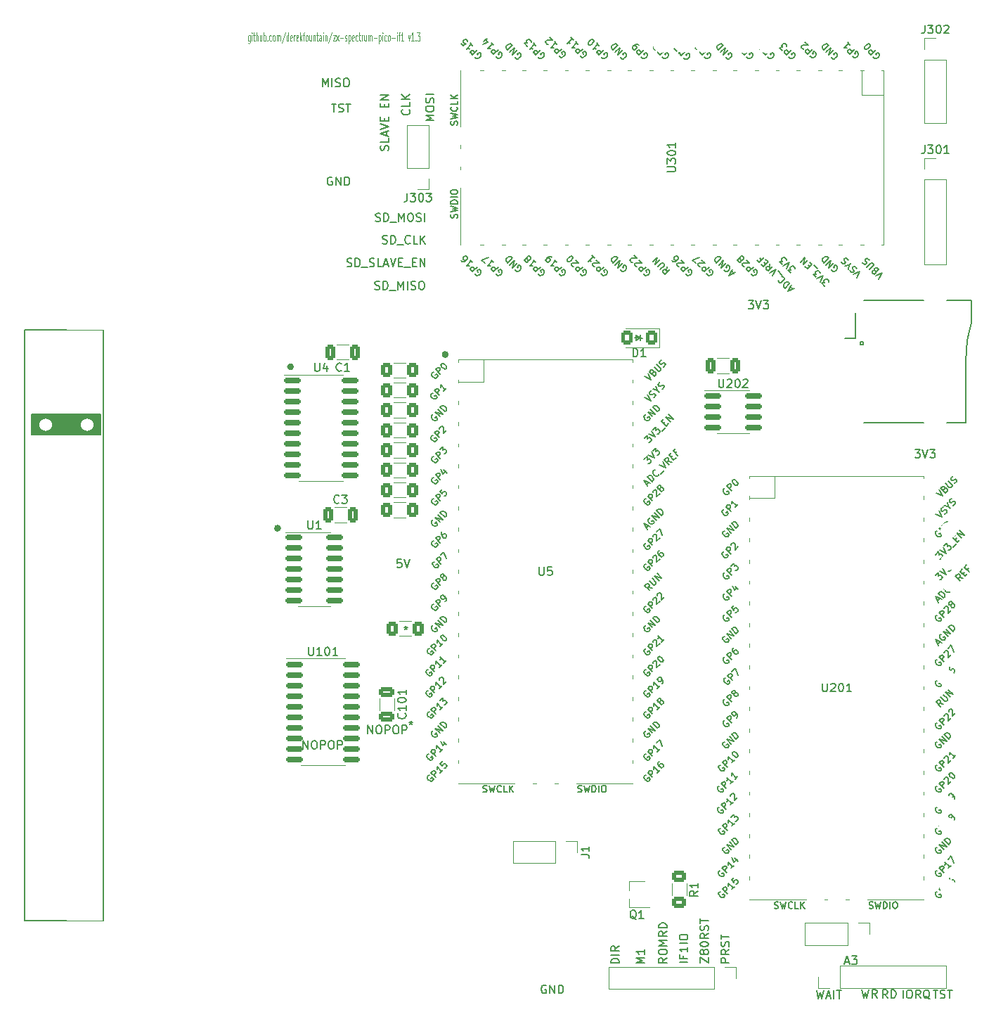
<source format=gto>
G04 #@! TF.GenerationSoftware,KiCad,Pcbnew,6.0.11-2627ca5db0~126~ubuntu22.04.1*
G04 #@! TF.CreationDate,2023-04-18T11:11:01+01:00*
G04 #@! TF.ProjectId,srom,73726f6d-2e6b-4696-9361-645f70636258,v1.1 to v1.2 WIP*
G04 #@! TF.SameCoordinates,Original*
G04 #@! TF.FileFunction,Legend,Top*
G04 #@! TF.FilePolarity,Positive*
%FSLAX46Y46*%
G04 Gerber Fmt 4.6, Leading zero omitted, Abs format (unit mm)*
G04 Created by KiCad (PCBNEW 6.0.11-2627ca5db0~126~ubuntu22.04.1) date 2023-04-18 11:11:01*
%MOMM*%
%LPD*%
G01*
G04 APERTURE LIST*
G04 Aperture macros list*
%AMRoundRect*
0 Rectangle with rounded corners*
0 $1 Rounding radius*
0 $2 $3 $4 $5 $6 $7 $8 $9 X,Y pos of 4 corners*
0 Add a 4 corners polygon primitive as box body*
4,1,4,$2,$3,$4,$5,$6,$7,$8,$9,$2,$3,0*
0 Add four circle primitives for the rounded corners*
1,1,$1+$1,$2,$3*
1,1,$1+$1,$4,$5*
1,1,$1+$1,$6,$7*
1,1,$1+$1,$8,$9*
0 Add four rect primitives between the rounded corners*
20,1,$1+$1,$2,$3,$4,$5,0*
20,1,$1+$1,$4,$5,$6,$7,0*
20,1,$1+$1,$6,$7,$8,$9,0*
20,1,$1+$1,$8,$9,$2,$3,0*%
G04 Aperture macros list end*
%ADD10C,0.150000*%
%ADD11C,0.414706*%
%ADD12C,0.125000*%
%ADD13C,0.120000*%
%ADD14R,2.000000X0.650000*%
%ADD15C,2.000000*%
%ADD16R,1.700000X1.700000*%
%ADD17O,1.700000X1.700000*%
%ADD18O,1.800000X1.800000*%
%ADD19O,1.500000X1.500000*%
%ADD20R,1.700000X3.500000*%
%ADD21R,3.500000X1.700000*%
%ADD22RoundRect,0.250000X-0.400000X-0.625000X0.400000X-0.625000X0.400000X0.625000X-0.400000X0.625000X0*%
%ADD23RoundRect,0.250000X-0.325000X-0.650000X0.325000X-0.650000X0.325000X0.650000X-0.325000X0.650000X0*%
%ADD24RoundRect,0.250000X-0.625000X0.400000X-0.625000X-0.400000X0.625000X-0.400000X0.625000X0.400000X0*%
%ADD25R,1.600000X0.700000*%
%ADD26R,2.200000X1.200000*%
%ADD27R,1.400000X1.600000*%
%ADD28R,1.400000X1.200000*%
%ADD29RoundRect,0.150000X-0.825000X-0.150000X0.825000X-0.150000X0.825000X0.150000X-0.825000X0.150000X0*%
%ADD30RoundRect,0.150000X-0.837500X-0.150000X0.837500X-0.150000X0.837500X0.150000X-0.837500X0.150000X0*%
%ADD31RoundRect,0.250000X0.325000X0.650000X-0.325000X0.650000X-0.325000X-0.650000X0.325000X-0.650000X0*%
%ADD32RoundRect,0.250000X-0.650000X0.325000X-0.650000X-0.325000X0.650000X-0.325000X0.650000X0.325000X0*%
%ADD33RoundRect,0.250001X0.462499X0.624999X-0.462499X0.624999X-0.462499X-0.624999X0.462499X-0.624999X0*%
%ADD34C,1.524000*%
G04 APERTURE END LIST*
D10*
X122290000Y-94590000D02*
X121350000Y-94580000D01*
D11*
X80117353Y-98060000D02*
G75*
G03*
X80117353Y-98060000I-207353J0D01*
G01*
D10*
X48700000Y-103740000D02*
X56990000Y-103740000D01*
X56990000Y-103740000D02*
X56990000Y-106200000D01*
X56990000Y-106200000D02*
X48700000Y-106200000D01*
X48700000Y-106200000D02*
X48700000Y-103740000D01*
G36*
X48700000Y-103740000D02*
G01*
X56990000Y-103740000D01*
X56990000Y-106200000D01*
X48700000Y-106200000D01*
X48700000Y-103740000D01*
G37*
X122070000Y-94580000D02*
X121580000Y-94280000D01*
X122080000Y-94220000D02*
X122080000Y-94890000D01*
D11*
X78557353Y-117500000D02*
G75*
G03*
X78557353Y-117500000I-207353J0D01*
G01*
X98747353Y-96580000D02*
G75*
G03*
X98747353Y-96580000I-207353J0D01*
G01*
D10*
X121570000Y-94920000D02*
X122070000Y-94580000D01*
X121570000Y-94240000D02*
X121570000Y-94920000D01*
X91684761Y-71987142D02*
X91732380Y-71844285D01*
X91732380Y-71606190D01*
X91684761Y-71510952D01*
X91637142Y-71463333D01*
X91541904Y-71415714D01*
X91446666Y-71415714D01*
X91351428Y-71463333D01*
X91303809Y-71510952D01*
X91256190Y-71606190D01*
X91208571Y-71796666D01*
X91160952Y-71891904D01*
X91113333Y-71939523D01*
X91018095Y-71987142D01*
X90922857Y-71987142D01*
X90827619Y-71939523D01*
X90780000Y-71891904D01*
X90732380Y-71796666D01*
X90732380Y-71558571D01*
X90780000Y-71415714D01*
X91732380Y-70510952D02*
X91732380Y-70987142D01*
X90732380Y-70987142D01*
X91446666Y-70225238D02*
X91446666Y-69749047D01*
X91732380Y-70320476D02*
X90732380Y-69987142D01*
X91732380Y-69653809D01*
X90732380Y-69463333D02*
X91732380Y-69130000D01*
X90732380Y-68796666D01*
X91208571Y-68463333D02*
X91208571Y-68130000D01*
X91732380Y-67987142D02*
X91732380Y-68463333D01*
X90732380Y-68463333D01*
X90732380Y-67987142D01*
X91208571Y-66796666D02*
X91208571Y-66463333D01*
X91732380Y-66320476D02*
X91732380Y-66796666D01*
X90732380Y-66796666D01*
X90732380Y-66320476D01*
X91732380Y-65891904D02*
X90732380Y-65891904D01*
X91732380Y-65320476D01*
X90732380Y-65320476D01*
X89216666Y-142232380D02*
X89216666Y-141232380D01*
X89788095Y-142232380D01*
X89788095Y-141232380D01*
X90454761Y-141232380D02*
X90645238Y-141232380D01*
X90740476Y-141280000D01*
X90835714Y-141375238D01*
X90883333Y-141565714D01*
X90883333Y-141899047D01*
X90835714Y-142089523D01*
X90740476Y-142184761D01*
X90645238Y-142232380D01*
X90454761Y-142232380D01*
X90359523Y-142184761D01*
X90264285Y-142089523D01*
X90216666Y-141899047D01*
X90216666Y-141565714D01*
X90264285Y-141375238D01*
X90359523Y-141280000D01*
X90454761Y-141232380D01*
X91311904Y-142232380D02*
X91311904Y-141232380D01*
X91692857Y-141232380D01*
X91788095Y-141280000D01*
X91835714Y-141327619D01*
X91883333Y-141422857D01*
X91883333Y-141565714D01*
X91835714Y-141660952D01*
X91788095Y-141708571D01*
X91692857Y-141756190D01*
X91311904Y-141756190D01*
X92502380Y-141232380D02*
X92692857Y-141232380D01*
X92788095Y-141280000D01*
X92883333Y-141375238D01*
X92930952Y-141565714D01*
X92930952Y-141899047D01*
X92883333Y-142089523D01*
X92788095Y-142184761D01*
X92692857Y-142232380D01*
X92502380Y-142232380D01*
X92407142Y-142184761D01*
X92311904Y-142089523D01*
X92264285Y-141899047D01*
X92264285Y-141565714D01*
X92311904Y-141375238D01*
X92407142Y-141280000D01*
X92502380Y-141232380D01*
X93359523Y-142232380D02*
X93359523Y-141232380D01*
X93740476Y-141232380D01*
X93835714Y-141280000D01*
X93883333Y-141327619D01*
X93930952Y-141422857D01*
X93930952Y-141565714D01*
X93883333Y-141660952D01*
X93835714Y-141708571D01*
X93740476Y-141756190D01*
X93359523Y-141756190D01*
X135061904Y-90082380D02*
X135680952Y-90082380D01*
X135347619Y-90463333D01*
X135490476Y-90463333D01*
X135585714Y-90510952D01*
X135633333Y-90558571D01*
X135680952Y-90653809D01*
X135680952Y-90891904D01*
X135633333Y-90987142D01*
X135585714Y-91034761D01*
X135490476Y-91082380D01*
X135204761Y-91082380D01*
X135109523Y-91034761D01*
X135061904Y-90987142D01*
X135966666Y-90082380D02*
X136300000Y-91082380D01*
X136633333Y-90082380D01*
X136871428Y-90082380D02*
X137490476Y-90082380D01*
X137157142Y-90463333D01*
X137300000Y-90463333D01*
X137395238Y-90510952D01*
X137442857Y-90558571D01*
X137490476Y-90653809D01*
X137490476Y-90891904D01*
X137442857Y-90987142D01*
X137395238Y-91034761D01*
X137300000Y-91082380D01*
X137014285Y-91082380D01*
X136919047Y-91034761D01*
X136871428Y-90987142D01*
X146705714Y-169706666D02*
X147181904Y-169706666D01*
X146610476Y-169992380D02*
X146943809Y-168992380D01*
X147277142Y-169992380D01*
X147515238Y-168992380D02*
X148134285Y-168992380D01*
X147800952Y-169373333D01*
X147943809Y-169373333D01*
X148039047Y-169420952D01*
X148086666Y-169468571D01*
X148134285Y-169563809D01*
X148134285Y-169801904D01*
X148086666Y-169897142D01*
X148039047Y-169944761D01*
X147943809Y-169992380D01*
X147658095Y-169992380D01*
X147562857Y-169944761D01*
X147515238Y-169897142D01*
X143273809Y-173092380D02*
X143511904Y-174092380D01*
X143702380Y-173378095D01*
X143892857Y-174092380D01*
X144130952Y-173092380D01*
X144464285Y-173806666D02*
X144940476Y-173806666D01*
X144369047Y-174092380D02*
X144702380Y-173092380D01*
X145035714Y-174092380D01*
X145369047Y-174092380D02*
X145369047Y-173092380D01*
X145702380Y-173092380D02*
X146273809Y-173092380D01*
X145988095Y-174092380D02*
X145988095Y-173092380D01*
X94410000Y-140722380D02*
X94410000Y-140960476D01*
X94171904Y-140865238D02*
X94410000Y-140960476D01*
X94648095Y-140865238D01*
X94267142Y-141150952D02*
X94410000Y-140960476D01*
X94552857Y-141150952D01*
X148731428Y-173042380D02*
X148969523Y-174042380D01*
X149160000Y-173328095D01*
X149350476Y-174042380D01*
X149588571Y-173042380D01*
X150540952Y-174042380D02*
X150207619Y-173566190D01*
X149969523Y-174042380D02*
X149969523Y-173042380D01*
X150350476Y-173042380D01*
X150445714Y-173090000D01*
X150493333Y-173137619D01*
X150540952Y-173232857D01*
X150540952Y-173375714D01*
X150493333Y-173470952D01*
X150445714Y-173518571D01*
X150350476Y-173566190D01*
X149969523Y-173566190D01*
X90988571Y-83204761D02*
X91131428Y-83252380D01*
X91369523Y-83252380D01*
X91464761Y-83204761D01*
X91512380Y-83157142D01*
X91560000Y-83061904D01*
X91560000Y-82966666D01*
X91512380Y-82871428D01*
X91464761Y-82823809D01*
X91369523Y-82776190D01*
X91179047Y-82728571D01*
X91083809Y-82680952D01*
X91036190Y-82633333D01*
X90988571Y-82538095D01*
X90988571Y-82442857D01*
X91036190Y-82347619D01*
X91083809Y-82300000D01*
X91179047Y-82252380D01*
X91417142Y-82252380D01*
X91560000Y-82300000D01*
X91988571Y-83252380D02*
X91988571Y-82252380D01*
X92226666Y-82252380D01*
X92369523Y-82300000D01*
X92464761Y-82395238D01*
X92512380Y-82490476D01*
X92560000Y-82680952D01*
X92560000Y-82823809D01*
X92512380Y-83014285D01*
X92464761Y-83109523D01*
X92369523Y-83204761D01*
X92226666Y-83252380D01*
X91988571Y-83252380D01*
X92750476Y-83347619D02*
X93512380Y-83347619D01*
X94321904Y-83157142D02*
X94274285Y-83204761D01*
X94131428Y-83252380D01*
X94036190Y-83252380D01*
X93893333Y-83204761D01*
X93798095Y-83109523D01*
X93750476Y-83014285D01*
X93702857Y-82823809D01*
X93702857Y-82680952D01*
X93750476Y-82490476D01*
X93798095Y-82395238D01*
X93893333Y-82300000D01*
X94036190Y-82252380D01*
X94131428Y-82252380D01*
X94274285Y-82300000D01*
X94321904Y-82347619D01*
X95226666Y-83252380D02*
X94750476Y-83252380D01*
X94750476Y-82252380D01*
X95560000Y-83252380D02*
X95560000Y-82252380D01*
X96131428Y-83252380D02*
X95702857Y-82680952D01*
X96131428Y-82252380D02*
X95560000Y-82823809D01*
X153702380Y-174072380D02*
X153702380Y-173072380D01*
X154369047Y-173072380D02*
X154559523Y-173072380D01*
X154654761Y-173120000D01*
X154750000Y-173215238D01*
X154797619Y-173405714D01*
X154797619Y-173739047D01*
X154750000Y-173929523D01*
X154654761Y-174024761D01*
X154559523Y-174072380D01*
X154369047Y-174072380D01*
X154273809Y-174024761D01*
X154178571Y-173929523D01*
X154130952Y-173739047D01*
X154130952Y-173405714D01*
X154178571Y-173215238D01*
X154273809Y-173120000D01*
X154369047Y-173072380D01*
X155797619Y-174072380D02*
X155464285Y-173596190D01*
X155226190Y-174072380D02*
X155226190Y-173072380D01*
X155607142Y-173072380D01*
X155702380Y-173120000D01*
X155750000Y-173167619D01*
X155797619Y-173262857D01*
X155797619Y-173405714D01*
X155750000Y-173500952D01*
X155702380Y-173548571D01*
X155607142Y-173596190D01*
X155226190Y-173596190D01*
X156892857Y-174167619D02*
X156797619Y-174120000D01*
X156702380Y-174024761D01*
X156559523Y-173881904D01*
X156464285Y-173834285D01*
X156369047Y-173834285D01*
X156416666Y-174072380D02*
X156321428Y-174024761D01*
X156226190Y-173929523D01*
X156178571Y-173739047D01*
X156178571Y-173405714D01*
X156226190Y-173215238D01*
X156321428Y-173120000D01*
X156416666Y-173072380D01*
X156607142Y-173072380D01*
X156702380Y-173120000D01*
X156797619Y-173215238D01*
X156845238Y-173405714D01*
X156845238Y-173739047D01*
X156797619Y-173929523D01*
X156702380Y-174024761D01*
X156607142Y-174072380D01*
X156416666Y-174072380D01*
D12*
X75022857Y-58155714D02*
X75022857Y-58965238D01*
X74999047Y-59060476D01*
X74975238Y-59108095D01*
X74927619Y-59155714D01*
X74856190Y-59155714D01*
X74808571Y-59108095D01*
X75022857Y-58774761D02*
X74975238Y-58822380D01*
X74880000Y-58822380D01*
X74832380Y-58774761D01*
X74808571Y-58727142D01*
X74784761Y-58631904D01*
X74784761Y-58346190D01*
X74808571Y-58250952D01*
X74832380Y-58203333D01*
X74880000Y-58155714D01*
X74975238Y-58155714D01*
X75022857Y-58203333D01*
X75260952Y-58822380D02*
X75260952Y-58155714D01*
X75260952Y-57822380D02*
X75237142Y-57870000D01*
X75260952Y-57917619D01*
X75284761Y-57870000D01*
X75260952Y-57822380D01*
X75260952Y-57917619D01*
X75427619Y-58155714D02*
X75618095Y-58155714D01*
X75499047Y-57822380D02*
X75499047Y-58679523D01*
X75522857Y-58774761D01*
X75570476Y-58822380D01*
X75618095Y-58822380D01*
X75784761Y-58822380D02*
X75784761Y-57822380D01*
X75999047Y-58822380D02*
X75999047Y-58298571D01*
X75975238Y-58203333D01*
X75927619Y-58155714D01*
X75856190Y-58155714D01*
X75808571Y-58203333D01*
X75784761Y-58250952D01*
X76451428Y-58155714D02*
X76451428Y-58822380D01*
X76237142Y-58155714D02*
X76237142Y-58679523D01*
X76260952Y-58774761D01*
X76308571Y-58822380D01*
X76380000Y-58822380D01*
X76427619Y-58774761D01*
X76451428Y-58727142D01*
X76689523Y-58822380D02*
X76689523Y-57822380D01*
X76689523Y-58203333D02*
X76737142Y-58155714D01*
X76832380Y-58155714D01*
X76880000Y-58203333D01*
X76903809Y-58250952D01*
X76927619Y-58346190D01*
X76927619Y-58631904D01*
X76903809Y-58727142D01*
X76880000Y-58774761D01*
X76832380Y-58822380D01*
X76737142Y-58822380D01*
X76689523Y-58774761D01*
X77141904Y-58727142D02*
X77165714Y-58774761D01*
X77141904Y-58822380D01*
X77118095Y-58774761D01*
X77141904Y-58727142D01*
X77141904Y-58822380D01*
X77594285Y-58774761D02*
X77546666Y-58822380D01*
X77451428Y-58822380D01*
X77403809Y-58774761D01*
X77380000Y-58727142D01*
X77356190Y-58631904D01*
X77356190Y-58346190D01*
X77380000Y-58250952D01*
X77403809Y-58203333D01*
X77451428Y-58155714D01*
X77546666Y-58155714D01*
X77594285Y-58203333D01*
X77880000Y-58822380D02*
X77832380Y-58774761D01*
X77808571Y-58727142D01*
X77784761Y-58631904D01*
X77784761Y-58346190D01*
X77808571Y-58250952D01*
X77832380Y-58203333D01*
X77880000Y-58155714D01*
X77951428Y-58155714D01*
X77999047Y-58203333D01*
X78022857Y-58250952D01*
X78046666Y-58346190D01*
X78046666Y-58631904D01*
X78022857Y-58727142D01*
X77999047Y-58774761D01*
X77951428Y-58822380D01*
X77880000Y-58822380D01*
X78260952Y-58822380D02*
X78260952Y-58155714D01*
X78260952Y-58250952D02*
X78284761Y-58203333D01*
X78332380Y-58155714D01*
X78403809Y-58155714D01*
X78451428Y-58203333D01*
X78475238Y-58298571D01*
X78475238Y-58822380D01*
X78475238Y-58298571D02*
X78499047Y-58203333D01*
X78546666Y-58155714D01*
X78618095Y-58155714D01*
X78665714Y-58203333D01*
X78689523Y-58298571D01*
X78689523Y-58822380D01*
X79284761Y-57774761D02*
X78856190Y-59060476D01*
X79665714Y-58822380D02*
X79665714Y-57822380D01*
X79665714Y-58774761D02*
X79618095Y-58822380D01*
X79522857Y-58822380D01*
X79475238Y-58774761D01*
X79451428Y-58727142D01*
X79427619Y-58631904D01*
X79427619Y-58346190D01*
X79451428Y-58250952D01*
X79475238Y-58203333D01*
X79522857Y-58155714D01*
X79618095Y-58155714D01*
X79665714Y-58203333D01*
X80094285Y-58774761D02*
X80046666Y-58822380D01*
X79951428Y-58822380D01*
X79903809Y-58774761D01*
X79880000Y-58679523D01*
X79880000Y-58298571D01*
X79903809Y-58203333D01*
X79951428Y-58155714D01*
X80046666Y-58155714D01*
X80094285Y-58203333D01*
X80118095Y-58298571D01*
X80118095Y-58393809D01*
X79880000Y-58489047D01*
X80332380Y-58822380D02*
X80332380Y-58155714D01*
X80332380Y-58346190D02*
X80356190Y-58250952D01*
X80380000Y-58203333D01*
X80427619Y-58155714D01*
X80475238Y-58155714D01*
X80832380Y-58774761D02*
X80784761Y-58822380D01*
X80689523Y-58822380D01*
X80641904Y-58774761D01*
X80618095Y-58679523D01*
X80618095Y-58298571D01*
X80641904Y-58203333D01*
X80689523Y-58155714D01*
X80784761Y-58155714D01*
X80832380Y-58203333D01*
X80856190Y-58298571D01*
X80856190Y-58393809D01*
X80618095Y-58489047D01*
X81070476Y-58822380D02*
X81070476Y-57822380D01*
X81118095Y-58441428D02*
X81260952Y-58822380D01*
X81260952Y-58155714D02*
X81070476Y-58536666D01*
X81403809Y-58155714D02*
X81594285Y-58155714D01*
X81475238Y-58822380D02*
X81475238Y-57965238D01*
X81499047Y-57870000D01*
X81546666Y-57822380D01*
X81594285Y-57822380D01*
X81832380Y-58822380D02*
X81784761Y-58774761D01*
X81760952Y-58727142D01*
X81737142Y-58631904D01*
X81737142Y-58346190D01*
X81760952Y-58250952D01*
X81784761Y-58203333D01*
X81832380Y-58155714D01*
X81903809Y-58155714D01*
X81951428Y-58203333D01*
X81975238Y-58250952D01*
X81999047Y-58346190D01*
X81999047Y-58631904D01*
X81975238Y-58727142D01*
X81951428Y-58774761D01*
X81903809Y-58822380D01*
X81832380Y-58822380D01*
X82427619Y-58155714D02*
X82427619Y-58822380D01*
X82213333Y-58155714D02*
X82213333Y-58679523D01*
X82237142Y-58774761D01*
X82284761Y-58822380D01*
X82356190Y-58822380D01*
X82403809Y-58774761D01*
X82427619Y-58727142D01*
X82665714Y-58155714D02*
X82665714Y-58822380D01*
X82665714Y-58250952D02*
X82689523Y-58203333D01*
X82737142Y-58155714D01*
X82808571Y-58155714D01*
X82856190Y-58203333D01*
X82880000Y-58298571D01*
X82880000Y-58822380D01*
X83046666Y-58155714D02*
X83237142Y-58155714D01*
X83118095Y-57822380D02*
X83118095Y-58679523D01*
X83141904Y-58774761D01*
X83189523Y-58822380D01*
X83237142Y-58822380D01*
X83618095Y-58822380D02*
X83618095Y-58298571D01*
X83594285Y-58203333D01*
X83546666Y-58155714D01*
X83451428Y-58155714D01*
X83403809Y-58203333D01*
X83618095Y-58774761D02*
X83570476Y-58822380D01*
X83451428Y-58822380D01*
X83403809Y-58774761D01*
X83380000Y-58679523D01*
X83380000Y-58584285D01*
X83403809Y-58489047D01*
X83451428Y-58441428D01*
X83570476Y-58441428D01*
X83618095Y-58393809D01*
X83856190Y-58822380D02*
X83856190Y-58155714D01*
X83856190Y-57822380D02*
X83832380Y-57870000D01*
X83856190Y-57917619D01*
X83880000Y-57870000D01*
X83856190Y-57822380D01*
X83856190Y-57917619D01*
X84094285Y-58155714D02*
X84094285Y-58822380D01*
X84094285Y-58250952D02*
X84118095Y-58203333D01*
X84165714Y-58155714D01*
X84237142Y-58155714D01*
X84284761Y-58203333D01*
X84308571Y-58298571D01*
X84308571Y-58822380D01*
X84903809Y-57774761D02*
X84475238Y-59060476D01*
X85022857Y-58155714D02*
X85284761Y-58155714D01*
X85022857Y-58822380D01*
X85284761Y-58822380D01*
X85427619Y-58822380D02*
X85689523Y-58155714D01*
X85427619Y-58155714D02*
X85689523Y-58822380D01*
X85880000Y-58441428D02*
X86260952Y-58441428D01*
X86475238Y-58774761D02*
X86522857Y-58822380D01*
X86618095Y-58822380D01*
X86665714Y-58774761D01*
X86689523Y-58679523D01*
X86689523Y-58631904D01*
X86665714Y-58536666D01*
X86618095Y-58489047D01*
X86546666Y-58489047D01*
X86499047Y-58441428D01*
X86475238Y-58346190D01*
X86475238Y-58298571D01*
X86499047Y-58203333D01*
X86546666Y-58155714D01*
X86618095Y-58155714D01*
X86665714Y-58203333D01*
X86903809Y-58155714D02*
X86903809Y-59155714D01*
X86903809Y-58203333D02*
X86951428Y-58155714D01*
X87046666Y-58155714D01*
X87094285Y-58203333D01*
X87118095Y-58250952D01*
X87141904Y-58346190D01*
X87141904Y-58631904D01*
X87118095Y-58727142D01*
X87094285Y-58774761D01*
X87046666Y-58822380D01*
X86951428Y-58822380D01*
X86903809Y-58774761D01*
X87546666Y-58774761D02*
X87499047Y-58822380D01*
X87403809Y-58822380D01*
X87356190Y-58774761D01*
X87332380Y-58679523D01*
X87332380Y-58298571D01*
X87356190Y-58203333D01*
X87403809Y-58155714D01*
X87499047Y-58155714D01*
X87546666Y-58203333D01*
X87570476Y-58298571D01*
X87570476Y-58393809D01*
X87332380Y-58489047D01*
X87999047Y-58774761D02*
X87951428Y-58822380D01*
X87856190Y-58822380D01*
X87808571Y-58774761D01*
X87784761Y-58727142D01*
X87760952Y-58631904D01*
X87760952Y-58346190D01*
X87784761Y-58250952D01*
X87808571Y-58203333D01*
X87856190Y-58155714D01*
X87951428Y-58155714D01*
X87999047Y-58203333D01*
X88141904Y-58155714D02*
X88332380Y-58155714D01*
X88213333Y-57822380D02*
X88213333Y-58679523D01*
X88237142Y-58774761D01*
X88284761Y-58822380D01*
X88332380Y-58822380D01*
X88499047Y-58822380D02*
X88499047Y-58155714D01*
X88499047Y-58346190D02*
X88522857Y-58250952D01*
X88546666Y-58203333D01*
X88594285Y-58155714D01*
X88641904Y-58155714D01*
X89022857Y-58155714D02*
X89022857Y-58822380D01*
X88808571Y-58155714D02*
X88808571Y-58679523D01*
X88832380Y-58774761D01*
X88880000Y-58822380D01*
X88951428Y-58822380D01*
X88999047Y-58774761D01*
X89022857Y-58727142D01*
X89260952Y-58822380D02*
X89260952Y-58155714D01*
X89260952Y-58250952D02*
X89284761Y-58203333D01*
X89332380Y-58155714D01*
X89403809Y-58155714D01*
X89451428Y-58203333D01*
X89475238Y-58298571D01*
X89475238Y-58822380D01*
X89475238Y-58298571D02*
X89499047Y-58203333D01*
X89546666Y-58155714D01*
X89618095Y-58155714D01*
X89665714Y-58203333D01*
X89689523Y-58298571D01*
X89689523Y-58822380D01*
X89927619Y-58441428D02*
X90308571Y-58441428D01*
X90546666Y-58155714D02*
X90546666Y-59155714D01*
X90546666Y-58203333D02*
X90594285Y-58155714D01*
X90689523Y-58155714D01*
X90737142Y-58203333D01*
X90760952Y-58250952D01*
X90784761Y-58346190D01*
X90784761Y-58631904D01*
X90760952Y-58727142D01*
X90737142Y-58774761D01*
X90689523Y-58822380D01*
X90594285Y-58822380D01*
X90546666Y-58774761D01*
X90999047Y-58822380D02*
X90999047Y-58155714D01*
X90999047Y-57822380D02*
X90975238Y-57870000D01*
X90999047Y-57917619D01*
X91022857Y-57870000D01*
X90999047Y-57822380D01*
X90999047Y-57917619D01*
X91451428Y-58774761D02*
X91403809Y-58822380D01*
X91308571Y-58822380D01*
X91260952Y-58774761D01*
X91237142Y-58727142D01*
X91213333Y-58631904D01*
X91213333Y-58346190D01*
X91237142Y-58250952D01*
X91260952Y-58203333D01*
X91308571Y-58155714D01*
X91403809Y-58155714D01*
X91451428Y-58203333D01*
X91737142Y-58822380D02*
X91689523Y-58774761D01*
X91665714Y-58727142D01*
X91641904Y-58631904D01*
X91641904Y-58346190D01*
X91665714Y-58250952D01*
X91689523Y-58203333D01*
X91737142Y-58155714D01*
X91808571Y-58155714D01*
X91856190Y-58203333D01*
X91880000Y-58250952D01*
X91903809Y-58346190D01*
X91903809Y-58631904D01*
X91880000Y-58727142D01*
X91856190Y-58774761D01*
X91808571Y-58822380D01*
X91737142Y-58822380D01*
X92118095Y-58441428D02*
X92499047Y-58441428D01*
X92737142Y-58822380D02*
X92737142Y-58155714D01*
X92737142Y-57822380D02*
X92713333Y-57870000D01*
X92737142Y-57917619D01*
X92760952Y-57870000D01*
X92737142Y-57822380D01*
X92737142Y-57917619D01*
X92903809Y-58155714D02*
X93094285Y-58155714D01*
X92975238Y-58822380D02*
X92975238Y-57965238D01*
X92999047Y-57870000D01*
X93046666Y-57822380D01*
X93094285Y-57822380D01*
X93522857Y-58822380D02*
X93237142Y-58822380D01*
X93380000Y-58822380D02*
X93380000Y-57822380D01*
X93332380Y-57965238D01*
X93284761Y-58060476D01*
X93237142Y-58108095D01*
X94070476Y-58155714D02*
X94189523Y-58822380D01*
X94308571Y-58155714D01*
X94760952Y-58822380D02*
X94475238Y-58822380D01*
X94618095Y-58822380D02*
X94618095Y-57822380D01*
X94570476Y-57965238D01*
X94522857Y-58060476D01*
X94475238Y-58108095D01*
X94975238Y-58727142D02*
X94999047Y-58774761D01*
X94975238Y-58822380D01*
X94951428Y-58774761D01*
X94975238Y-58727142D01*
X94975238Y-58822380D01*
X95165714Y-57822380D02*
X95475238Y-57822380D01*
X95308571Y-58203333D01*
X95380000Y-58203333D01*
X95427619Y-58250952D01*
X95451428Y-58298571D01*
X95475238Y-58393809D01*
X95475238Y-58631904D01*
X95451428Y-58727142D01*
X95427619Y-58774761D01*
X95380000Y-58822380D01*
X95237142Y-58822380D01*
X95189523Y-58774761D01*
X95165714Y-58727142D01*
D10*
X97192380Y-68421428D02*
X96192380Y-68421428D01*
X96906666Y-68088095D01*
X96192380Y-67754761D01*
X97192380Y-67754761D01*
X96192380Y-67088095D02*
X96192380Y-66897619D01*
X96240000Y-66802380D01*
X96335238Y-66707142D01*
X96525714Y-66659523D01*
X96859047Y-66659523D01*
X97049523Y-66707142D01*
X97144761Y-66802380D01*
X97192380Y-66897619D01*
X97192380Y-67088095D01*
X97144761Y-67183333D01*
X97049523Y-67278571D01*
X96859047Y-67326190D01*
X96525714Y-67326190D01*
X96335238Y-67278571D01*
X96240000Y-67183333D01*
X96192380Y-67088095D01*
X97144761Y-66278571D02*
X97192380Y-66135714D01*
X97192380Y-65897619D01*
X97144761Y-65802380D01*
X97097142Y-65754761D01*
X97001904Y-65707142D01*
X96906666Y-65707142D01*
X96811428Y-65754761D01*
X96763809Y-65802380D01*
X96716190Y-65897619D01*
X96668571Y-66088095D01*
X96620952Y-66183333D01*
X96573333Y-66230952D01*
X96478095Y-66278571D01*
X96382857Y-66278571D01*
X96287619Y-66230952D01*
X96240000Y-66183333D01*
X96192380Y-66088095D01*
X96192380Y-65850000D01*
X96240000Y-65707142D01*
X97192380Y-65278571D02*
X96192380Y-65278571D01*
X110678095Y-172530000D02*
X110582857Y-172482380D01*
X110440000Y-172482380D01*
X110297142Y-172530000D01*
X110201904Y-172625238D01*
X110154285Y-172720476D01*
X110106666Y-172910952D01*
X110106666Y-173053809D01*
X110154285Y-173244285D01*
X110201904Y-173339523D01*
X110297142Y-173434761D01*
X110440000Y-173482380D01*
X110535238Y-173482380D01*
X110678095Y-173434761D01*
X110725714Y-173387142D01*
X110725714Y-173053809D01*
X110535238Y-173053809D01*
X111154285Y-173482380D02*
X111154285Y-172482380D01*
X111725714Y-173482380D01*
X111725714Y-172482380D01*
X112201904Y-173482380D02*
X112201904Y-172482380D01*
X112440000Y-172482380D01*
X112582857Y-172530000D01*
X112678095Y-172625238D01*
X112725714Y-172720476D01*
X112773333Y-172910952D01*
X112773333Y-173053809D01*
X112725714Y-173244285D01*
X112678095Y-173339523D01*
X112582857Y-173434761D01*
X112440000Y-173482380D01*
X112201904Y-173482380D01*
X125252380Y-169215714D02*
X124776190Y-169549047D01*
X125252380Y-169787142D02*
X124252380Y-169787142D01*
X124252380Y-169406190D01*
X124300000Y-169310952D01*
X124347619Y-169263333D01*
X124442857Y-169215714D01*
X124585714Y-169215714D01*
X124680952Y-169263333D01*
X124728571Y-169310952D01*
X124776190Y-169406190D01*
X124776190Y-169787142D01*
X124252380Y-168596666D02*
X124252380Y-168406190D01*
X124300000Y-168310952D01*
X124395238Y-168215714D01*
X124585714Y-168168095D01*
X124919047Y-168168095D01*
X125109523Y-168215714D01*
X125204761Y-168310952D01*
X125252380Y-168406190D01*
X125252380Y-168596666D01*
X125204761Y-168691904D01*
X125109523Y-168787142D01*
X124919047Y-168834761D01*
X124585714Y-168834761D01*
X124395238Y-168787142D01*
X124300000Y-168691904D01*
X124252380Y-168596666D01*
X125252380Y-167739523D02*
X124252380Y-167739523D01*
X124966666Y-167406190D01*
X124252380Y-167072857D01*
X125252380Y-167072857D01*
X125252380Y-166025238D02*
X124776190Y-166358571D01*
X125252380Y-166596666D02*
X124252380Y-166596666D01*
X124252380Y-166215714D01*
X124300000Y-166120476D01*
X124347619Y-166072857D01*
X124442857Y-166025238D01*
X124585714Y-166025238D01*
X124680952Y-166072857D01*
X124728571Y-166120476D01*
X124776190Y-166215714D01*
X124776190Y-166596666D01*
X125252380Y-165596666D02*
X124252380Y-165596666D01*
X124252380Y-165358571D01*
X124300000Y-165215714D01*
X124395238Y-165120476D01*
X124490476Y-165072857D01*
X124680952Y-165025238D01*
X124823809Y-165025238D01*
X125014285Y-165072857D01*
X125109523Y-165120476D01*
X125204761Y-165215714D01*
X125252380Y-165358571D01*
X125252380Y-165596666D01*
X94207142Y-67095238D02*
X94254761Y-67142857D01*
X94302380Y-67285714D01*
X94302380Y-67380952D01*
X94254761Y-67523809D01*
X94159523Y-67619047D01*
X94064285Y-67666666D01*
X93873809Y-67714285D01*
X93730952Y-67714285D01*
X93540476Y-67666666D01*
X93445238Y-67619047D01*
X93350000Y-67523809D01*
X93302380Y-67380952D01*
X93302380Y-67285714D01*
X93350000Y-67142857D01*
X93397619Y-67095238D01*
X94302380Y-66190476D02*
X94302380Y-66666666D01*
X93302380Y-66666666D01*
X94302380Y-65857142D02*
X93302380Y-65857142D01*
X94302380Y-65285714D02*
X93730952Y-65714285D01*
X93302380Y-65285714D02*
X93873809Y-65857142D01*
X151829523Y-174062380D02*
X151496190Y-173586190D01*
X151258095Y-174062380D02*
X151258095Y-173062380D01*
X151639047Y-173062380D01*
X151734285Y-173110000D01*
X151781904Y-173157619D01*
X151829523Y-173252857D01*
X151829523Y-173395714D01*
X151781904Y-173490952D01*
X151734285Y-173538571D01*
X151639047Y-173586190D01*
X151258095Y-173586190D01*
X152258095Y-174062380D02*
X152258095Y-173062380D01*
X152496190Y-173062380D01*
X152639047Y-173110000D01*
X152734285Y-173205238D01*
X152781904Y-173300476D01*
X152829523Y-173490952D01*
X152829523Y-173633809D01*
X152781904Y-173824285D01*
X152734285Y-173919523D01*
X152639047Y-174014761D01*
X152496190Y-174062380D01*
X152258095Y-174062380D01*
X119502380Y-169850000D02*
X118502380Y-169850000D01*
X118502380Y-169611904D01*
X118550000Y-169469047D01*
X118645238Y-169373809D01*
X118740476Y-169326190D01*
X118930952Y-169278571D01*
X119073809Y-169278571D01*
X119264285Y-169326190D01*
X119359523Y-169373809D01*
X119454761Y-169469047D01*
X119502380Y-169611904D01*
X119502380Y-169850000D01*
X119502380Y-168850000D02*
X118502380Y-168850000D01*
X119502380Y-167802380D02*
X119026190Y-168135714D01*
X119502380Y-168373809D02*
X118502380Y-168373809D01*
X118502380Y-167992857D01*
X118550000Y-167897619D01*
X118597619Y-167850000D01*
X118692857Y-167802380D01*
X118835714Y-167802380D01*
X118930952Y-167850000D01*
X118978571Y-167897619D01*
X119026190Y-167992857D01*
X119026190Y-168373809D01*
X83768571Y-64342380D02*
X83768571Y-63342380D01*
X84101904Y-64056666D01*
X84435238Y-63342380D01*
X84435238Y-64342380D01*
X84911428Y-64342380D02*
X84911428Y-63342380D01*
X85340000Y-64294761D02*
X85482857Y-64342380D01*
X85720952Y-64342380D01*
X85816190Y-64294761D01*
X85863809Y-64247142D01*
X85911428Y-64151904D01*
X85911428Y-64056666D01*
X85863809Y-63961428D01*
X85816190Y-63913809D01*
X85720952Y-63866190D01*
X85530476Y-63818571D01*
X85435238Y-63770952D01*
X85387619Y-63723333D01*
X85340000Y-63628095D01*
X85340000Y-63532857D01*
X85387619Y-63437619D01*
X85435238Y-63390000D01*
X85530476Y-63342380D01*
X85768571Y-63342380D01*
X85911428Y-63390000D01*
X86530476Y-63342380D02*
X86720952Y-63342380D01*
X86816190Y-63390000D01*
X86911428Y-63485238D01*
X86959047Y-63675714D01*
X86959047Y-64009047D01*
X86911428Y-64199523D01*
X86816190Y-64294761D01*
X86720952Y-64342380D01*
X86530476Y-64342380D01*
X86435238Y-64294761D01*
X86340000Y-64199523D01*
X86292380Y-64009047D01*
X86292380Y-63675714D01*
X86340000Y-63485238D01*
X86435238Y-63390000D01*
X86530476Y-63342380D01*
X86715714Y-85964761D02*
X86858571Y-86012380D01*
X87096666Y-86012380D01*
X87191904Y-85964761D01*
X87239523Y-85917142D01*
X87287142Y-85821904D01*
X87287142Y-85726666D01*
X87239523Y-85631428D01*
X87191904Y-85583809D01*
X87096666Y-85536190D01*
X86906190Y-85488571D01*
X86810952Y-85440952D01*
X86763333Y-85393333D01*
X86715714Y-85298095D01*
X86715714Y-85202857D01*
X86763333Y-85107619D01*
X86810952Y-85060000D01*
X86906190Y-85012380D01*
X87144285Y-85012380D01*
X87287142Y-85060000D01*
X87715714Y-86012380D02*
X87715714Y-85012380D01*
X87953809Y-85012380D01*
X88096666Y-85060000D01*
X88191904Y-85155238D01*
X88239523Y-85250476D01*
X88287142Y-85440952D01*
X88287142Y-85583809D01*
X88239523Y-85774285D01*
X88191904Y-85869523D01*
X88096666Y-85964761D01*
X87953809Y-86012380D01*
X87715714Y-86012380D01*
X88477619Y-86107619D02*
X89239523Y-86107619D01*
X89430000Y-85964761D02*
X89572857Y-86012380D01*
X89810952Y-86012380D01*
X89906190Y-85964761D01*
X89953809Y-85917142D01*
X90001428Y-85821904D01*
X90001428Y-85726666D01*
X89953809Y-85631428D01*
X89906190Y-85583809D01*
X89810952Y-85536190D01*
X89620476Y-85488571D01*
X89525238Y-85440952D01*
X89477619Y-85393333D01*
X89430000Y-85298095D01*
X89430000Y-85202857D01*
X89477619Y-85107619D01*
X89525238Y-85060000D01*
X89620476Y-85012380D01*
X89858571Y-85012380D01*
X90001428Y-85060000D01*
X90906190Y-86012380D02*
X90430000Y-86012380D01*
X90430000Y-85012380D01*
X91191904Y-85726666D02*
X91668095Y-85726666D01*
X91096666Y-86012380D02*
X91430000Y-85012380D01*
X91763333Y-86012380D01*
X91953809Y-85012380D02*
X92287142Y-86012380D01*
X92620476Y-85012380D01*
X92953809Y-85488571D02*
X93287142Y-85488571D01*
X93430000Y-86012380D02*
X92953809Y-86012380D01*
X92953809Y-85012380D01*
X93430000Y-85012380D01*
X93620476Y-86107619D02*
X94382380Y-86107619D01*
X94620476Y-85488571D02*
X94953809Y-85488571D01*
X95096666Y-86012380D02*
X94620476Y-86012380D01*
X94620476Y-85012380D01*
X95096666Y-85012380D01*
X95525238Y-86012380D02*
X95525238Y-85012380D01*
X96096666Y-86012380D01*
X96096666Y-85012380D01*
X84918095Y-75260000D02*
X84822857Y-75212380D01*
X84680000Y-75212380D01*
X84537142Y-75260000D01*
X84441904Y-75355238D01*
X84394285Y-75450476D01*
X84346666Y-75640952D01*
X84346666Y-75783809D01*
X84394285Y-75974285D01*
X84441904Y-76069523D01*
X84537142Y-76164761D01*
X84680000Y-76212380D01*
X84775238Y-76212380D01*
X84918095Y-76164761D01*
X84965714Y-76117142D01*
X84965714Y-75783809D01*
X84775238Y-75783809D01*
X85394285Y-76212380D02*
X85394285Y-75212380D01*
X85965714Y-76212380D01*
X85965714Y-75212380D01*
X86441904Y-76212380D02*
X86441904Y-75212380D01*
X86680000Y-75212380D01*
X86822857Y-75260000D01*
X86918095Y-75355238D01*
X86965714Y-75450476D01*
X87013333Y-75640952D01*
X87013333Y-75783809D01*
X86965714Y-75974285D01*
X86918095Y-76069523D01*
X86822857Y-76164761D01*
X86680000Y-76212380D01*
X86441904Y-76212380D01*
X129252380Y-169802857D02*
X129252380Y-169136190D01*
X130252380Y-169802857D01*
X130252380Y-169136190D01*
X129680952Y-168612380D02*
X129633333Y-168707619D01*
X129585714Y-168755238D01*
X129490476Y-168802857D01*
X129442857Y-168802857D01*
X129347619Y-168755238D01*
X129300000Y-168707619D01*
X129252380Y-168612380D01*
X129252380Y-168421904D01*
X129300000Y-168326666D01*
X129347619Y-168279047D01*
X129442857Y-168231428D01*
X129490476Y-168231428D01*
X129585714Y-168279047D01*
X129633333Y-168326666D01*
X129680952Y-168421904D01*
X129680952Y-168612380D01*
X129728571Y-168707619D01*
X129776190Y-168755238D01*
X129871428Y-168802857D01*
X130061904Y-168802857D01*
X130157142Y-168755238D01*
X130204761Y-168707619D01*
X130252380Y-168612380D01*
X130252380Y-168421904D01*
X130204761Y-168326666D01*
X130157142Y-168279047D01*
X130061904Y-168231428D01*
X129871428Y-168231428D01*
X129776190Y-168279047D01*
X129728571Y-168326666D01*
X129680952Y-168421904D01*
X129252380Y-167612380D02*
X129252380Y-167517142D01*
X129300000Y-167421904D01*
X129347619Y-167374285D01*
X129442857Y-167326666D01*
X129633333Y-167279047D01*
X129871428Y-167279047D01*
X130061904Y-167326666D01*
X130157142Y-167374285D01*
X130204761Y-167421904D01*
X130252380Y-167517142D01*
X130252380Y-167612380D01*
X130204761Y-167707619D01*
X130157142Y-167755238D01*
X130061904Y-167802857D01*
X129871428Y-167850476D01*
X129633333Y-167850476D01*
X129442857Y-167802857D01*
X129347619Y-167755238D01*
X129300000Y-167707619D01*
X129252380Y-167612380D01*
X130252380Y-166279047D02*
X129776190Y-166612380D01*
X130252380Y-166850476D02*
X129252380Y-166850476D01*
X129252380Y-166469523D01*
X129300000Y-166374285D01*
X129347619Y-166326666D01*
X129442857Y-166279047D01*
X129585714Y-166279047D01*
X129680952Y-166326666D01*
X129728571Y-166374285D01*
X129776190Y-166469523D01*
X129776190Y-166850476D01*
X130204761Y-165898095D02*
X130252380Y-165755238D01*
X130252380Y-165517142D01*
X130204761Y-165421904D01*
X130157142Y-165374285D01*
X130061904Y-165326666D01*
X129966666Y-165326666D01*
X129871428Y-165374285D01*
X129823809Y-165421904D01*
X129776190Y-165517142D01*
X129728571Y-165707619D01*
X129680952Y-165802857D01*
X129633333Y-165850476D01*
X129538095Y-165898095D01*
X129442857Y-165898095D01*
X129347619Y-165850476D01*
X129300000Y-165802857D01*
X129252380Y-165707619D01*
X129252380Y-165469523D01*
X129300000Y-165326666D01*
X129252380Y-165040952D02*
X129252380Y-164469523D01*
X130252380Y-164755238D02*
X129252380Y-164755238D01*
X93800000Y-129292380D02*
X93800000Y-129530476D01*
X93561904Y-129435238D02*
X93800000Y-129530476D01*
X94038095Y-129435238D01*
X93657142Y-129720952D02*
X93800000Y-129530476D01*
X93942857Y-129720952D01*
X84857142Y-66392380D02*
X85428571Y-66392380D01*
X85142857Y-67392380D02*
X85142857Y-66392380D01*
X85714285Y-67344761D02*
X85857142Y-67392380D01*
X86095238Y-67392380D01*
X86190476Y-67344761D01*
X86238095Y-67297142D01*
X86285714Y-67201904D01*
X86285714Y-67106666D01*
X86238095Y-67011428D01*
X86190476Y-66963809D01*
X86095238Y-66916190D01*
X85904761Y-66868571D01*
X85809523Y-66820952D01*
X85761904Y-66773333D01*
X85714285Y-66678095D01*
X85714285Y-66582857D01*
X85761904Y-66487619D01*
X85809523Y-66440000D01*
X85904761Y-66392380D01*
X86142857Y-66392380D01*
X86285714Y-66440000D01*
X86571428Y-66392380D02*
X87142857Y-66392380D01*
X86857142Y-67392380D02*
X86857142Y-66392380D01*
X93259523Y-121232380D02*
X92783333Y-121232380D01*
X92735714Y-121708571D01*
X92783333Y-121660952D01*
X92878571Y-121613333D01*
X93116666Y-121613333D01*
X93211904Y-121660952D01*
X93259523Y-121708571D01*
X93307142Y-121803809D01*
X93307142Y-122041904D01*
X93259523Y-122137142D01*
X93211904Y-122184761D01*
X93116666Y-122232380D01*
X92878571Y-122232380D01*
X92783333Y-122184761D01*
X92735714Y-122137142D01*
X93592857Y-121232380D02*
X93926190Y-122232380D01*
X94259523Y-121232380D01*
X127752380Y-169766666D02*
X126752380Y-169766666D01*
X127228571Y-168957142D02*
X127228571Y-169290476D01*
X127752380Y-169290476D02*
X126752380Y-169290476D01*
X126752380Y-168814285D01*
X127752380Y-167909523D02*
X127752380Y-168480952D01*
X127752380Y-168195238D02*
X126752380Y-168195238D01*
X126895238Y-168290476D01*
X126990476Y-168385714D01*
X127038095Y-168480952D01*
X127752380Y-167480952D02*
X126752380Y-167480952D01*
X126752380Y-166814285D02*
X126752380Y-166623809D01*
X126800000Y-166528571D01*
X126895238Y-166433333D01*
X127085714Y-166385714D01*
X127419047Y-166385714D01*
X127609523Y-166433333D01*
X127704761Y-166528571D01*
X127752380Y-166623809D01*
X127752380Y-166814285D01*
X127704761Y-166909523D01*
X127609523Y-167004761D01*
X127419047Y-167052380D01*
X127085714Y-167052380D01*
X126895238Y-167004761D01*
X126800000Y-166909523D01*
X126752380Y-166814285D01*
X122562380Y-169849523D02*
X121562380Y-169849523D01*
X122276666Y-169516190D01*
X121562380Y-169182857D01*
X122562380Y-169182857D01*
X122562380Y-168182857D02*
X122562380Y-168754285D01*
X122562380Y-168468571D02*
X121562380Y-168468571D01*
X121705238Y-168563809D01*
X121800476Y-168659047D01*
X121848095Y-168754285D01*
X90083809Y-88714761D02*
X90226666Y-88762380D01*
X90464761Y-88762380D01*
X90560000Y-88714761D01*
X90607619Y-88667142D01*
X90655238Y-88571904D01*
X90655238Y-88476666D01*
X90607619Y-88381428D01*
X90560000Y-88333809D01*
X90464761Y-88286190D01*
X90274285Y-88238571D01*
X90179047Y-88190952D01*
X90131428Y-88143333D01*
X90083809Y-88048095D01*
X90083809Y-87952857D01*
X90131428Y-87857619D01*
X90179047Y-87810000D01*
X90274285Y-87762380D01*
X90512380Y-87762380D01*
X90655238Y-87810000D01*
X91083809Y-88762380D02*
X91083809Y-87762380D01*
X91321904Y-87762380D01*
X91464761Y-87810000D01*
X91560000Y-87905238D01*
X91607619Y-88000476D01*
X91655238Y-88190952D01*
X91655238Y-88333809D01*
X91607619Y-88524285D01*
X91560000Y-88619523D01*
X91464761Y-88714761D01*
X91321904Y-88762380D01*
X91083809Y-88762380D01*
X91845714Y-88857619D02*
X92607619Y-88857619D01*
X92845714Y-88762380D02*
X92845714Y-87762380D01*
X93179047Y-88476666D01*
X93512380Y-87762380D01*
X93512380Y-88762380D01*
X93988571Y-88762380D02*
X93988571Y-87762380D01*
X94417142Y-88714761D02*
X94560000Y-88762380D01*
X94798095Y-88762380D01*
X94893333Y-88714761D01*
X94940952Y-88667142D01*
X94988571Y-88571904D01*
X94988571Y-88476666D01*
X94940952Y-88381428D01*
X94893333Y-88333809D01*
X94798095Y-88286190D01*
X94607619Y-88238571D01*
X94512380Y-88190952D01*
X94464761Y-88143333D01*
X94417142Y-88048095D01*
X94417142Y-87952857D01*
X94464761Y-87857619D01*
X94512380Y-87810000D01*
X94607619Y-87762380D01*
X94845714Y-87762380D01*
X94988571Y-87810000D01*
X95607619Y-87762380D02*
X95798095Y-87762380D01*
X95893333Y-87810000D01*
X95988571Y-87905238D01*
X96036190Y-88095714D01*
X96036190Y-88429047D01*
X95988571Y-88619523D01*
X95893333Y-88714761D01*
X95798095Y-88762380D01*
X95607619Y-88762380D01*
X95512380Y-88714761D01*
X95417142Y-88619523D01*
X95369523Y-88429047D01*
X95369523Y-88095714D01*
X95417142Y-87905238D01*
X95512380Y-87810000D01*
X95607619Y-87762380D01*
X81446666Y-144052380D02*
X81446666Y-143052380D01*
X82018095Y-144052380D01*
X82018095Y-143052380D01*
X82684761Y-143052380D02*
X82875238Y-143052380D01*
X82970476Y-143100000D01*
X83065714Y-143195238D01*
X83113333Y-143385714D01*
X83113333Y-143719047D01*
X83065714Y-143909523D01*
X82970476Y-144004761D01*
X82875238Y-144052380D01*
X82684761Y-144052380D01*
X82589523Y-144004761D01*
X82494285Y-143909523D01*
X82446666Y-143719047D01*
X82446666Y-143385714D01*
X82494285Y-143195238D01*
X82589523Y-143100000D01*
X82684761Y-143052380D01*
X83541904Y-144052380D02*
X83541904Y-143052380D01*
X83922857Y-143052380D01*
X84018095Y-143100000D01*
X84065714Y-143147619D01*
X84113333Y-143242857D01*
X84113333Y-143385714D01*
X84065714Y-143480952D01*
X84018095Y-143528571D01*
X83922857Y-143576190D01*
X83541904Y-143576190D01*
X84732380Y-143052380D02*
X84922857Y-143052380D01*
X85018095Y-143100000D01*
X85113333Y-143195238D01*
X85160952Y-143385714D01*
X85160952Y-143719047D01*
X85113333Y-143909523D01*
X85018095Y-144004761D01*
X84922857Y-144052380D01*
X84732380Y-144052380D01*
X84637142Y-144004761D01*
X84541904Y-143909523D01*
X84494285Y-143719047D01*
X84494285Y-143385714D01*
X84541904Y-143195238D01*
X84637142Y-143100000D01*
X84732380Y-143052380D01*
X85589523Y-144052380D02*
X85589523Y-143052380D01*
X85970476Y-143052380D01*
X86065714Y-143100000D01*
X86113333Y-143147619D01*
X86160952Y-143242857D01*
X86160952Y-143385714D01*
X86113333Y-143480952D01*
X86065714Y-143528571D01*
X85970476Y-143576190D01*
X85589523Y-143576190D01*
X90163809Y-80504761D02*
X90306666Y-80552380D01*
X90544761Y-80552380D01*
X90640000Y-80504761D01*
X90687619Y-80457142D01*
X90735238Y-80361904D01*
X90735238Y-80266666D01*
X90687619Y-80171428D01*
X90640000Y-80123809D01*
X90544761Y-80076190D01*
X90354285Y-80028571D01*
X90259047Y-79980952D01*
X90211428Y-79933333D01*
X90163809Y-79838095D01*
X90163809Y-79742857D01*
X90211428Y-79647619D01*
X90259047Y-79600000D01*
X90354285Y-79552380D01*
X90592380Y-79552380D01*
X90735238Y-79600000D01*
X91163809Y-80552380D02*
X91163809Y-79552380D01*
X91401904Y-79552380D01*
X91544761Y-79600000D01*
X91640000Y-79695238D01*
X91687619Y-79790476D01*
X91735238Y-79980952D01*
X91735238Y-80123809D01*
X91687619Y-80314285D01*
X91640000Y-80409523D01*
X91544761Y-80504761D01*
X91401904Y-80552380D01*
X91163809Y-80552380D01*
X91925714Y-80647619D02*
X92687619Y-80647619D01*
X92925714Y-80552380D02*
X92925714Y-79552380D01*
X93259047Y-80266666D01*
X93592380Y-79552380D01*
X93592380Y-80552380D01*
X94259047Y-79552380D02*
X94449523Y-79552380D01*
X94544761Y-79600000D01*
X94640000Y-79695238D01*
X94687619Y-79885714D01*
X94687619Y-80219047D01*
X94640000Y-80409523D01*
X94544761Y-80504761D01*
X94449523Y-80552380D01*
X94259047Y-80552380D01*
X94163809Y-80504761D01*
X94068571Y-80409523D01*
X94020952Y-80219047D01*
X94020952Y-79885714D01*
X94068571Y-79695238D01*
X94163809Y-79600000D01*
X94259047Y-79552380D01*
X95068571Y-80504761D02*
X95211428Y-80552380D01*
X95449523Y-80552380D01*
X95544761Y-80504761D01*
X95592380Y-80457142D01*
X95640000Y-80361904D01*
X95640000Y-80266666D01*
X95592380Y-80171428D01*
X95544761Y-80123809D01*
X95449523Y-80076190D01*
X95259047Y-80028571D01*
X95163809Y-79980952D01*
X95116190Y-79933333D01*
X95068571Y-79838095D01*
X95068571Y-79742857D01*
X95116190Y-79647619D01*
X95163809Y-79600000D01*
X95259047Y-79552380D01*
X95497142Y-79552380D01*
X95640000Y-79600000D01*
X96068571Y-80552380D02*
X96068571Y-79552380D01*
X157317142Y-173082380D02*
X157888571Y-173082380D01*
X157602857Y-174082380D02*
X157602857Y-173082380D01*
X158174285Y-174034761D02*
X158317142Y-174082380D01*
X158555238Y-174082380D01*
X158650476Y-174034761D01*
X158698095Y-173987142D01*
X158745714Y-173891904D01*
X158745714Y-173796666D01*
X158698095Y-173701428D01*
X158650476Y-173653809D01*
X158555238Y-173606190D01*
X158364761Y-173558571D01*
X158269523Y-173510952D01*
X158221904Y-173463333D01*
X158174285Y-173368095D01*
X158174285Y-173272857D01*
X158221904Y-173177619D01*
X158269523Y-173130000D01*
X158364761Y-173082380D01*
X158602857Y-173082380D01*
X158745714Y-173130000D01*
X159031428Y-173082380D02*
X159602857Y-173082380D01*
X159317142Y-174082380D02*
X159317142Y-173082380D01*
X132752380Y-169779047D02*
X131752380Y-169779047D01*
X131752380Y-169398095D01*
X131800000Y-169302857D01*
X131847619Y-169255238D01*
X131942857Y-169207619D01*
X132085714Y-169207619D01*
X132180952Y-169255238D01*
X132228571Y-169302857D01*
X132276190Y-169398095D01*
X132276190Y-169779047D01*
X132752380Y-168207619D02*
X132276190Y-168540952D01*
X132752380Y-168779047D02*
X131752380Y-168779047D01*
X131752380Y-168398095D01*
X131800000Y-168302857D01*
X131847619Y-168255238D01*
X131942857Y-168207619D01*
X132085714Y-168207619D01*
X132180952Y-168255238D01*
X132228571Y-168302857D01*
X132276190Y-168398095D01*
X132276190Y-168779047D01*
X132704761Y-167826666D02*
X132752380Y-167683809D01*
X132752380Y-167445714D01*
X132704761Y-167350476D01*
X132657142Y-167302857D01*
X132561904Y-167255238D01*
X132466666Y-167255238D01*
X132371428Y-167302857D01*
X132323809Y-167350476D01*
X132276190Y-167445714D01*
X132228571Y-167636190D01*
X132180952Y-167731428D01*
X132133333Y-167779047D01*
X132038095Y-167826666D01*
X131942857Y-167826666D01*
X131847619Y-167779047D01*
X131800000Y-167731428D01*
X131752380Y-167636190D01*
X131752380Y-167398095D01*
X131800000Y-167255238D01*
X131752380Y-166969523D02*
X131752380Y-166398095D01*
X132752380Y-166683809D02*
X131752380Y-166683809D01*
X155121904Y-108012380D02*
X155740952Y-108012380D01*
X155407619Y-108393333D01*
X155550476Y-108393333D01*
X155645714Y-108440952D01*
X155693333Y-108488571D01*
X155740952Y-108583809D01*
X155740952Y-108821904D01*
X155693333Y-108917142D01*
X155645714Y-108964761D01*
X155550476Y-109012380D01*
X155264761Y-109012380D01*
X155169523Y-108964761D01*
X155121904Y-108917142D01*
X156026666Y-108012380D02*
X156360000Y-109012380D01*
X156693333Y-108012380D01*
X156931428Y-108012380D02*
X157550476Y-108012380D01*
X157217142Y-108393333D01*
X157360000Y-108393333D01*
X157455238Y-108440952D01*
X157502857Y-108488571D01*
X157550476Y-108583809D01*
X157550476Y-108821904D01*
X157502857Y-108917142D01*
X157455238Y-108964761D01*
X157360000Y-109012380D01*
X157074285Y-109012380D01*
X156979047Y-108964761D01*
X156931428Y-108917142D01*
X121554761Y-164577619D02*
X121459523Y-164530000D01*
X121364285Y-164434761D01*
X121221428Y-164291904D01*
X121126190Y-164244285D01*
X121030952Y-164244285D01*
X121078571Y-164482380D02*
X120983333Y-164434761D01*
X120888095Y-164339523D01*
X120840476Y-164149047D01*
X120840476Y-163815714D01*
X120888095Y-163625238D01*
X120983333Y-163530000D01*
X121078571Y-163482380D01*
X121269047Y-163482380D01*
X121364285Y-163530000D01*
X121459523Y-163625238D01*
X121507142Y-163815714D01*
X121507142Y-164149047D01*
X121459523Y-164339523D01*
X121364285Y-164434761D01*
X121269047Y-164482380D01*
X121078571Y-164482380D01*
X122459523Y-164482380D02*
X121888095Y-164482380D01*
X122173809Y-164482380D02*
X122173809Y-163482380D01*
X122078571Y-163625238D01*
X121983333Y-163720476D01*
X121888095Y-163768095D01*
X93964285Y-77162380D02*
X93964285Y-77876666D01*
X93916666Y-78019523D01*
X93821428Y-78114761D01*
X93678571Y-78162380D01*
X93583333Y-78162380D01*
X94345238Y-77162380D02*
X94964285Y-77162380D01*
X94630952Y-77543333D01*
X94773809Y-77543333D01*
X94869047Y-77590952D01*
X94916666Y-77638571D01*
X94964285Y-77733809D01*
X94964285Y-77971904D01*
X94916666Y-78067142D01*
X94869047Y-78114761D01*
X94773809Y-78162380D01*
X94488095Y-78162380D01*
X94392857Y-78114761D01*
X94345238Y-78067142D01*
X95583333Y-77162380D02*
X95678571Y-77162380D01*
X95773809Y-77210000D01*
X95821428Y-77257619D01*
X95869047Y-77352857D01*
X95916666Y-77543333D01*
X95916666Y-77781428D01*
X95869047Y-77971904D01*
X95821428Y-78067142D01*
X95773809Y-78114761D01*
X95678571Y-78162380D01*
X95583333Y-78162380D01*
X95488095Y-78114761D01*
X95440476Y-78067142D01*
X95392857Y-77971904D01*
X95345238Y-77781428D01*
X95345238Y-77543333D01*
X95392857Y-77352857D01*
X95440476Y-77257619D01*
X95488095Y-77210000D01*
X95583333Y-77162380D01*
X96250000Y-77162380D02*
X96869047Y-77162380D01*
X96535714Y-77543333D01*
X96678571Y-77543333D01*
X96773809Y-77590952D01*
X96821428Y-77638571D01*
X96869047Y-77733809D01*
X96869047Y-77971904D01*
X96821428Y-78067142D01*
X96773809Y-78114761D01*
X96678571Y-78162380D01*
X96392857Y-78162380D01*
X96297619Y-78114761D01*
X96250000Y-78067142D01*
X125307380Y-74564285D02*
X126116904Y-74564285D01*
X126212142Y-74516666D01*
X126259761Y-74469047D01*
X126307380Y-74373809D01*
X126307380Y-74183333D01*
X126259761Y-74088095D01*
X126212142Y-74040476D01*
X126116904Y-73992857D01*
X125307380Y-73992857D01*
X125307380Y-73611904D02*
X125307380Y-72992857D01*
X125688333Y-73326190D01*
X125688333Y-73183333D01*
X125735952Y-73088095D01*
X125783571Y-73040476D01*
X125878809Y-72992857D01*
X126116904Y-72992857D01*
X126212142Y-73040476D01*
X126259761Y-73088095D01*
X126307380Y-73183333D01*
X126307380Y-73469047D01*
X126259761Y-73564285D01*
X126212142Y-73611904D01*
X125307380Y-72373809D02*
X125307380Y-72278571D01*
X125355000Y-72183333D01*
X125402619Y-72135714D01*
X125497857Y-72088095D01*
X125688333Y-72040476D01*
X125926428Y-72040476D01*
X126116904Y-72088095D01*
X126212142Y-72135714D01*
X126259761Y-72183333D01*
X126307380Y-72278571D01*
X126307380Y-72373809D01*
X126259761Y-72469047D01*
X126212142Y-72516666D01*
X126116904Y-72564285D01*
X125926428Y-72611904D01*
X125688333Y-72611904D01*
X125497857Y-72564285D01*
X125402619Y-72516666D01*
X125355000Y-72469047D01*
X125307380Y-72373809D01*
X126307380Y-71088095D02*
X126307380Y-71659523D01*
X126307380Y-71373809D02*
X125307380Y-71373809D01*
X125450238Y-71469047D01*
X125545476Y-71564285D01*
X125593095Y-71659523D01*
X145053155Y-86363841D02*
X145080093Y-86444653D01*
X145160905Y-86525465D01*
X145268654Y-86579340D01*
X145376404Y-86579340D01*
X145457216Y-86552402D01*
X145591903Y-86471590D01*
X145672715Y-86390778D01*
X145753528Y-86256091D01*
X145780465Y-86175279D01*
X145780465Y-86067529D01*
X145726590Y-85959780D01*
X145672715Y-85905905D01*
X145564966Y-85852030D01*
X145511091Y-85852030D01*
X145322529Y-86040592D01*
X145430279Y-86148341D01*
X145322529Y-85555719D02*
X144756844Y-86121404D01*
X144999280Y-85232470D01*
X144433595Y-85798155D01*
X144729906Y-84963096D02*
X144164221Y-85528781D01*
X144029534Y-85394094D01*
X143975659Y-85286345D01*
X143975659Y-85178595D01*
X144002597Y-85097783D01*
X144083409Y-84963096D01*
X144164221Y-84882284D01*
X144298908Y-84801471D01*
X144379720Y-84774534D01*
X144487470Y-84774534D01*
X144595219Y-84828409D01*
X144729906Y-84963096D01*
X150782309Y-87496870D02*
X151159433Y-86742622D01*
X150405186Y-87119746D01*
X150297436Y-86473248D02*
X150243561Y-86365499D01*
X150243561Y-86311624D01*
X150270499Y-86230812D01*
X150351311Y-86149999D01*
X150432123Y-86123062D01*
X150485998Y-86123062D01*
X150566810Y-86149999D01*
X150782309Y-86365499D01*
X150216624Y-86931184D01*
X150028062Y-86742622D01*
X150001125Y-86661810D01*
X150001125Y-86607935D01*
X150028062Y-86527123D01*
X150081937Y-86473248D01*
X150162749Y-86446311D01*
X150216624Y-86446311D01*
X150297436Y-86473248D01*
X150485998Y-86661810D01*
X149650938Y-86365499D02*
X150108874Y-85907563D01*
X150135812Y-85826751D01*
X150135812Y-85772876D01*
X150108874Y-85692064D01*
X150001125Y-85584314D01*
X149920312Y-85557377D01*
X149866438Y-85557377D01*
X149785625Y-85584314D01*
X149327690Y-86042250D01*
X149624001Y-85261065D02*
X149570126Y-85153316D01*
X149435439Y-85018629D01*
X149354627Y-84991691D01*
X149300752Y-84991691D01*
X149219940Y-85018629D01*
X149166065Y-85072503D01*
X149139128Y-85153316D01*
X149139128Y-85207190D01*
X149166065Y-85288003D01*
X149246877Y-85422690D01*
X149273815Y-85503502D01*
X149273815Y-85557377D01*
X149246877Y-85638189D01*
X149193003Y-85692064D01*
X149112190Y-85719001D01*
X149058316Y-85719001D01*
X148977503Y-85692064D01*
X148842816Y-85557377D01*
X148788942Y-85449627D01*
X125258435Y-86011624D02*
X125177622Y-86469560D01*
X125581683Y-86334873D02*
X125015998Y-86900558D01*
X124800499Y-86685059D01*
X124773561Y-86604247D01*
X124773561Y-86550372D01*
X124800499Y-86469560D01*
X124881311Y-86388748D01*
X124962123Y-86361810D01*
X125015998Y-86361810D01*
X125096810Y-86388748D01*
X125312309Y-86604247D01*
X124450312Y-86334873D02*
X124908248Y-85876937D01*
X124935186Y-85796125D01*
X124935186Y-85742250D01*
X124908248Y-85661438D01*
X124800499Y-85553688D01*
X124719687Y-85526751D01*
X124665812Y-85526751D01*
X124585000Y-85553688D01*
X124127064Y-86011624D01*
X124423375Y-85176564D02*
X123857690Y-85742250D01*
X124100126Y-84853316D01*
X123534441Y-85419001D01*
X106953155Y-60763841D02*
X106980093Y-60844653D01*
X107060905Y-60925465D01*
X107168654Y-60979340D01*
X107276404Y-60979340D01*
X107357216Y-60952402D01*
X107491903Y-60871590D01*
X107572715Y-60790778D01*
X107653528Y-60656091D01*
X107680465Y-60575279D01*
X107680465Y-60467529D01*
X107626590Y-60359780D01*
X107572715Y-60305905D01*
X107464966Y-60252030D01*
X107411091Y-60252030D01*
X107222529Y-60440592D01*
X107330279Y-60548341D01*
X107222529Y-59955719D02*
X106656844Y-60521404D01*
X106899280Y-59632470D01*
X106333595Y-60198155D01*
X106629906Y-59363096D02*
X106064221Y-59928781D01*
X105929534Y-59794094D01*
X105875659Y-59686345D01*
X105875659Y-59578595D01*
X105902597Y-59497783D01*
X105983409Y-59363096D01*
X106064221Y-59282284D01*
X106198908Y-59201471D01*
X106279720Y-59174534D01*
X106387470Y-59174534D01*
X106495219Y-59228409D01*
X106629906Y-59363096D01*
X133295964Y-86806402D02*
X133026590Y-86537028D01*
X133511463Y-86698653D02*
X132757216Y-87075776D01*
X133134340Y-86321529D01*
X132110719Y-86375404D02*
X132137656Y-86456216D01*
X132218468Y-86537028D01*
X132326218Y-86590903D01*
X132433967Y-86590903D01*
X132514780Y-86563966D01*
X132649467Y-86483154D01*
X132730279Y-86402341D01*
X132811091Y-86267654D01*
X132838028Y-86186842D01*
X132838028Y-86079093D01*
X132784154Y-85971343D01*
X132730279Y-85917468D01*
X132622529Y-85863593D01*
X132568654Y-85863593D01*
X132380093Y-86052155D01*
X132487842Y-86159905D01*
X132380093Y-85567282D02*
X131814407Y-86132967D01*
X132056844Y-85244033D01*
X131491158Y-85809719D01*
X131787470Y-84974659D02*
X131221784Y-85540345D01*
X131087097Y-85405658D01*
X131033223Y-85297908D01*
X131033223Y-85190158D01*
X131060160Y-85109346D01*
X131140972Y-84974659D01*
X131221784Y-84893847D01*
X131356471Y-84813035D01*
X131437284Y-84786097D01*
X131545033Y-84786097D01*
X131652783Y-84839972D01*
X131787470Y-84974659D01*
X109735592Y-86860277D02*
X109762529Y-86941089D01*
X109843341Y-87021902D01*
X109951091Y-87075776D01*
X110058841Y-87075776D01*
X110139653Y-87048839D01*
X110274340Y-86968027D01*
X110355152Y-86887215D01*
X110435964Y-86752528D01*
X110462902Y-86671715D01*
X110462902Y-86563966D01*
X110409027Y-86456216D01*
X110355152Y-86402341D01*
X110247402Y-86348467D01*
X110193528Y-86348467D01*
X110004966Y-86537028D01*
X110112715Y-86644778D01*
X110004966Y-86052155D02*
X109439280Y-86617841D01*
X109223781Y-86402341D01*
X109196844Y-86321529D01*
X109196844Y-86267654D01*
X109223781Y-86186842D01*
X109304593Y-86106030D01*
X109385406Y-86079093D01*
X109439280Y-86079093D01*
X109520093Y-86106030D01*
X109735592Y-86321529D01*
X109142969Y-85190158D02*
X109466218Y-85513407D01*
X109304593Y-85351783D02*
X108738908Y-85917468D01*
X108873595Y-85890531D01*
X108981345Y-85890531D01*
X109062157Y-85917468D01*
X108496471Y-85190158D02*
X108523409Y-85270971D01*
X108523409Y-85324845D01*
X108496471Y-85405658D01*
X108469534Y-85432595D01*
X108388722Y-85459532D01*
X108334847Y-85459532D01*
X108254035Y-85432595D01*
X108146285Y-85324845D01*
X108119348Y-85244033D01*
X108119348Y-85190158D01*
X108146285Y-85109346D01*
X108173223Y-85082409D01*
X108254035Y-85055471D01*
X108307910Y-85055471D01*
X108388722Y-85082409D01*
X108496471Y-85190158D01*
X108577284Y-85217096D01*
X108631158Y-85217096D01*
X108711971Y-85190158D01*
X108819720Y-85082409D01*
X108846658Y-85001597D01*
X108846658Y-84947722D01*
X108819720Y-84866910D01*
X108711971Y-84759160D01*
X108631158Y-84732223D01*
X108577284Y-84732223D01*
X108496471Y-84759160D01*
X108388722Y-84866910D01*
X108361784Y-84947722D01*
X108361784Y-85001597D01*
X108388722Y-85082409D01*
X122435592Y-86860277D02*
X122462529Y-86941089D01*
X122543341Y-87021902D01*
X122651091Y-87075776D01*
X122758841Y-87075776D01*
X122839653Y-87048839D01*
X122974340Y-86968027D01*
X123055152Y-86887215D01*
X123135964Y-86752528D01*
X123162902Y-86671715D01*
X123162902Y-86563966D01*
X123109027Y-86456216D01*
X123055152Y-86402341D01*
X122947402Y-86348467D01*
X122893528Y-86348467D01*
X122704966Y-86537028D01*
X122812715Y-86644778D01*
X122704966Y-86052155D02*
X122139280Y-86617841D01*
X121923781Y-86402341D01*
X121896844Y-86321529D01*
X121896844Y-86267654D01*
X121923781Y-86186842D01*
X122004593Y-86106030D01*
X122085406Y-86079093D01*
X122139280Y-86079093D01*
X122220093Y-86106030D01*
X122435592Y-86321529D01*
X121654407Y-86025218D02*
X121600532Y-86025218D01*
X121519720Y-85998280D01*
X121385033Y-85863593D01*
X121358096Y-85782781D01*
X121358096Y-85728906D01*
X121385033Y-85648094D01*
X121438908Y-85594219D01*
X121546658Y-85540345D01*
X122193155Y-85540345D01*
X121842969Y-85190158D01*
X121115659Y-85486470D02*
X121061784Y-85486470D01*
X120980972Y-85459532D01*
X120846285Y-85324845D01*
X120819348Y-85244033D01*
X120819348Y-85190158D01*
X120846285Y-85109346D01*
X120900160Y-85055471D01*
X121007910Y-85001597D01*
X121654407Y-85001597D01*
X121304221Y-84651410D01*
X132353155Y-60763841D02*
X132380093Y-60844653D01*
X132460905Y-60925465D01*
X132568654Y-60979340D01*
X132676404Y-60979340D01*
X132757216Y-60952402D01*
X132891903Y-60871590D01*
X132972715Y-60790778D01*
X133053528Y-60656091D01*
X133080465Y-60575279D01*
X133080465Y-60467529D01*
X133026590Y-60359780D01*
X132972715Y-60305905D01*
X132864966Y-60252030D01*
X132811091Y-60252030D01*
X132622529Y-60440592D01*
X132730279Y-60548341D01*
X132622529Y-59955719D02*
X132056844Y-60521404D01*
X132299280Y-59632470D01*
X131733595Y-60198155D01*
X132029906Y-59363096D02*
X131464221Y-59928781D01*
X131329534Y-59794094D01*
X131275659Y-59686345D01*
X131275659Y-59578595D01*
X131302597Y-59497783D01*
X131383409Y-59363096D01*
X131464221Y-59282284D01*
X131598908Y-59201471D01*
X131679720Y-59174534D01*
X131787470Y-59174534D01*
X131895219Y-59228409D01*
X132029906Y-59363096D01*
X139946218Y-60736903D02*
X139973155Y-60817715D01*
X140053967Y-60898528D01*
X140161717Y-60952402D01*
X140269467Y-60952402D01*
X140350279Y-60925465D01*
X140484966Y-60844653D01*
X140565778Y-60763841D01*
X140646590Y-60629154D01*
X140673528Y-60548341D01*
X140673528Y-60440592D01*
X140619653Y-60332842D01*
X140565778Y-60278967D01*
X140458028Y-60225093D01*
X140404154Y-60225093D01*
X140215592Y-60413654D01*
X140323341Y-60521404D01*
X140215592Y-59928781D02*
X139649906Y-60494467D01*
X139434407Y-60278967D01*
X139407470Y-60198155D01*
X139407470Y-60144280D01*
X139434407Y-60063468D01*
X139515219Y-59982656D01*
X139596032Y-59955719D01*
X139649906Y-59955719D01*
X139730719Y-59982656D01*
X139946218Y-60198155D01*
X139138096Y-59982656D02*
X138787910Y-59632470D01*
X139191971Y-59605532D01*
X139111158Y-59524720D01*
X139084221Y-59443908D01*
X139084221Y-59390033D01*
X139111158Y-59309221D01*
X139245845Y-59174534D01*
X139326658Y-59147597D01*
X139380532Y-59147597D01*
X139461345Y-59174534D01*
X139622969Y-59336158D01*
X139649906Y-59416971D01*
X139649906Y-59470845D01*
X119653155Y-60763841D02*
X119680093Y-60844653D01*
X119760905Y-60925465D01*
X119868654Y-60979340D01*
X119976404Y-60979340D01*
X120057216Y-60952402D01*
X120191903Y-60871590D01*
X120272715Y-60790778D01*
X120353528Y-60656091D01*
X120380465Y-60575279D01*
X120380465Y-60467529D01*
X120326590Y-60359780D01*
X120272715Y-60305905D01*
X120164966Y-60252030D01*
X120111091Y-60252030D01*
X119922529Y-60440592D01*
X120030279Y-60548341D01*
X119922529Y-59955719D02*
X119356844Y-60521404D01*
X119599280Y-59632470D01*
X119033595Y-60198155D01*
X119329906Y-59363096D02*
X118764221Y-59928781D01*
X118629534Y-59794094D01*
X118575659Y-59686345D01*
X118575659Y-59578595D01*
X118602597Y-59497783D01*
X118683409Y-59363096D01*
X118764221Y-59282284D01*
X118898908Y-59201471D01*
X118979720Y-59174534D01*
X119087470Y-59174534D01*
X119195219Y-59228409D01*
X119329906Y-59363096D01*
X99978809Y-80145238D02*
X100016904Y-80030952D01*
X100016904Y-79840476D01*
X99978809Y-79764285D01*
X99940714Y-79726190D01*
X99864523Y-79688095D01*
X99788333Y-79688095D01*
X99712142Y-79726190D01*
X99674047Y-79764285D01*
X99635952Y-79840476D01*
X99597857Y-79992857D01*
X99559761Y-80069047D01*
X99521666Y-80107142D01*
X99445476Y-80145238D01*
X99369285Y-80145238D01*
X99293095Y-80107142D01*
X99255000Y-80069047D01*
X99216904Y-79992857D01*
X99216904Y-79802380D01*
X99255000Y-79688095D01*
X99216904Y-79421428D02*
X100016904Y-79230952D01*
X99445476Y-79078571D01*
X100016904Y-78926190D01*
X99216904Y-78735714D01*
X100016904Y-78430952D02*
X99216904Y-78430952D01*
X99216904Y-78240476D01*
X99255000Y-78126190D01*
X99331190Y-78050000D01*
X99407380Y-78011904D01*
X99559761Y-77973809D01*
X99674047Y-77973809D01*
X99826428Y-78011904D01*
X99902619Y-78050000D01*
X99978809Y-78126190D01*
X100016904Y-78240476D01*
X100016904Y-78430952D01*
X100016904Y-77630952D02*
X99216904Y-77630952D01*
X99216904Y-77097619D02*
X99216904Y-76945238D01*
X99255000Y-76869047D01*
X99331190Y-76792857D01*
X99483571Y-76754761D01*
X99750238Y-76754761D01*
X99902619Y-76792857D01*
X99978809Y-76869047D01*
X100016904Y-76945238D01*
X100016904Y-77097619D01*
X99978809Y-77173809D01*
X99902619Y-77250000D01*
X99750238Y-77288095D01*
X99483571Y-77288095D01*
X99331190Y-77250000D01*
X99255000Y-77173809D01*
X99216904Y-77097619D01*
X102115592Y-86860277D02*
X102142529Y-86941089D01*
X102223341Y-87021902D01*
X102331091Y-87075776D01*
X102438841Y-87075776D01*
X102519653Y-87048839D01*
X102654340Y-86968027D01*
X102735152Y-86887215D01*
X102815964Y-86752528D01*
X102842902Y-86671715D01*
X102842902Y-86563966D01*
X102789027Y-86456216D01*
X102735152Y-86402341D01*
X102627402Y-86348467D01*
X102573528Y-86348467D01*
X102384966Y-86537028D01*
X102492715Y-86644778D01*
X102384966Y-86052155D02*
X101819280Y-86617841D01*
X101603781Y-86402341D01*
X101576844Y-86321529D01*
X101576844Y-86267654D01*
X101603781Y-86186842D01*
X101684593Y-86106030D01*
X101765406Y-86079093D01*
X101819280Y-86079093D01*
X101900093Y-86106030D01*
X102115592Y-86321529D01*
X101522969Y-85190158D02*
X101846218Y-85513407D01*
X101684593Y-85351783D02*
X101118908Y-85917468D01*
X101253595Y-85890531D01*
X101361345Y-85890531D01*
X101442157Y-85917468D01*
X100472410Y-85270971D02*
X100580160Y-85378720D01*
X100660972Y-85405658D01*
X100714847Y-85405658D01*
X100849534Y-85378720D01*
X100984221Y-85297908D01*
X101199720Y-85082409D01*
X101226658Y-85001597D01*
X101226658Y-84947722D01*
X101199720Y-84866910D01*
X101091971Y-84759160D01*
X101011158Y-84732223D01*
X100957284Y-84732223D01*
X100876471Y-84759160D01*
X100741784Y-84893847D01*
X100714847Y-84974659D01*
X100714847Y-85028534D01*
X100741784Y-85109346D01*
X100849534Y-85217096D01*
X100930346Y-85244033D01*
X100984221Y-85244033D01*
X101065033Y-85217096D01*
X124706218Y-60736903D02*
X124733155Y-60817715D01*
X124813967Y-60898528D01*
X124921717Y-60952402D01*
X125029467Y-60952402D01*
X125110279Y-60925465D01*
X125244966Y-60844653D01*
X125325778Y-60763841D01*
X125406590Y-60629154D01*
X125433528Y-60548341D01*
X125433528Y-60440592D01*
X125379653Y-60332842D01*
X125325778Y-60278967D01*
X125218028Y-60225093D01*
X125164154Y-60225093D01*
X124975592Y-60413654D01*
X125083341Y-60521404D01*
X124975592Y-59928781D02*
X124409906Y-60494467D01*
X124194407Y-60278967D01*
X124167470Y-60198155D01*
X124167470Y-60144280D01*
X124194407Y-60063468D01*
X124275219Y-59982656D01*
X124356032Y-59955719D01*
X124409906Y-59955719D01*
X124490719Y-59982656D01*
X124706218Y-60198155D01*
X124005845Y-59605532D02*
X124032783Y-59686345D01*
X124032783Y-59740219D01*
X124005845Y-59821032D01*
X123978908Y-59847969D01*
X123898096Y-59874906D01*
X123844221Y-59874906D01*
X123763409Y-59847969D01*
X123655659Y-59740219D01*
X123628722Y-59659407D01*
X123628722Y-59605532D01*
X123655659Y-59524720D01*
X123682597Y-59497783D01*
X123763409Y-59470845D01*
X123817284Y-59470845D01*
X123898096Y-59497783D01*
X124005845Y-59605532D01*
X124086658Y-59632470D01*
X124140532Y-59632470D01*
X124221345Y-59605532D01*
X124329094Y-59497783D01*
X124356032Y-59416971D01*
X124356032Y-59363096D01*
X124329094Y-59282284D01*
X124221345Y-59174534D01*
X124140532Y-59147597D01*
X124086658Y-59147597D01*
X124005845Y-59174534D01*
X123898096Y-59282284D01*
X123871158Y-59363096D01*
X123871158Y-59416971D01*
X123898096Y-59497783D01*
X99978809Y-68959523D02*
X100016904Y-68845238D01*
X100016904Y-68654761D01*
X99978809Y-68578571D01*
X99940714Y-68540476D01*
X99864523Y-68502380D01*
X99788333Y-68502380D01*
X99712142Y-68540476D01*
X99674047Y-68578571D01*
X99635952Y-68654761D01*
X99597857Y-68807142D01*
X99559761Y-68883333D01*
X99521666Y-68921428D01*
X99445476Y-68959523D01*
X99369285Y-68959523D01*
X99293095Y-68921428D01*
X99255000Y-68883333D01*
X99216904Y-68807142D01*
X99216904Y-68616666D01*
X99255000Y-68502380D01*
X99216904Y-68235714D02*
X100016904Y-68045238D01*
X99445476Y-67892857D01*
X100016904Y-67740476D01*
X99216904Y-67550000D01*
X99940714Y-66788095D02*
X99978809Y-66826190D01*
X100016904Y-66940476D01*
X100016904Y-67016666D01*
X99978809Y-67130952D01*
X99902619Y-67207142D01*
X99826428Y-67245238D01*
X99674047Y-67283333D01*
X99559761Y-67283333D01*
X99407380Y-67245238D01*
X99331190Y-67207142D01*
X99255000Y-67130952D01*
X99216904Y-67016666D01*
X99216904Y-66940476D01*
X99255000Y-66826190D01*
X99293095Y-66788095D01*
X100016904Y-66064285D02*
X100016904Y-66445238D01*
X99216904Y-66445238D01*
X100016904Y-65797619D02*
X99216904Y-65797619D01*
X100016904Y-65340476D02*
X99559761Y-65683333D01*
X99216904Y-65340476D02*
X99674047Y-65797619D01*
X127515592Y-86860277D02*
X127542529Y-86941089D01*
X127623341Y-87021902D01*
X127731091Y-87075776D01*
X127838841Y-87075776D01*
X127919653Y-87048839D01*
X128054340Y-86968027D01*
X128135152Y-86887215D01*
X128215964Y-86752528D01*
X128242902Y-86671715D01*
X128242902Y-86563966D01*
X128189027Y-86456216D01*
X128135152Y-86402341D01*
X128027402Y-86348467D01*
X127973528Y-86348467D01*
X127784966Y-86537028D01*
X127892715Y-86644778D01*
X127784966Y-86052155D02*
X127219280Y-86617841D01*
X127003781Y-86402341D01*
X126976844Y-86321529D01*
X126976844Y-86267654D01*
X127003781Y-86186842D01*
X127084593Y-86106030D01*
X127165406Y-86079093D01*
X127219280Y-86079093D01*
X127300093Y-86106030D01*
X127515592Y-86321529D01*
X126734407Y-86025218D02*
X126680532Y-86025218D01*
X126599720Y-85998280D01*
X126465033Y-85863593D01*
X126438096Y-85782781D01*
X126438096Y-85728906D01*
X126465033Y-85648094D01*
X126518908Y-85594219D01*
X126626658Y-85540345D01*
X127273155Y-85540345D01*
X126922969Y-85190158D01*
X125872410Y-85270971D02*
X125980160Y-85378720D01*
X126060972Y-85405658D01*
X126114847Y-85405658D01*
X126249534Y-85378720D01*
X126384221Y-85297908D01*
X126599720Y-85082409D01*
X126626658Y-85001597D01*
X126626658Y-84947722D01*
X126599720Y-84866910D01*
X126491971Y-84759160D01*
X126411158Y-84732223D01*
X126357284Y-84732223D01*
X126276471Y-84759160D01*
X126141784Y-84893847D01*
X126114847Y-84974659D01*
X126114847Y-85028534D01*
X126141784Y-85109346D01*
X126249534Y-85217096D01*
X126330346Y-85244033D01*
X126384221Y-85244033D01*
X126465033Y-85217096D01*
X130045592Y-86860277D02*
X130072529Y-86941089D01*
X130153341Y-87021902D01*
X130261091Y-87075776D01*
X130368841Y-87075776D01*
X130449653Y-87048839D01*
X130584340Y-86968027D01*
X130665152Y-86887215D01*
X130745964Y-86752528D01*
X130772902Y-86671715D01*
X130772902Y-86563966D01*
X130719027Y-86456216D01*
X130665152Y-86402341D01*
X130557402Y-86348467D01*
X130503528Y-86348467D01*
X130314966Y-86537028D01*
X130422715Y-86644778D01*
X130314966Y-86052155D02*
X129749280Y-86617841D01*
X129533781Y-86402341D01*
X129506844Y-86321529D01*
X129506844Y-86267654D01*
X129533781Y-86186842D01*
X129614593Y-86106030D01*
X129695406Y-86079093D01*
X129749280Y-86079093D01*
X129830093Y-86106030D01*
X130045592Y-86321529D01*
X129264407Y-86025218D02*
X129210532Y-86025218D01*
X129129720Y-85998280D01*
X128995033Y-85863593D01*
X128968096Y-85782781D01*
X128968096Y-85728906D01*
X128995033Y-85648094D01*
X129048908Y-85594219D01*
X129156658Y-85540345D01*
X129803155Y-85540345D01*
X129452969Y-85190158D01*
X128698722Y-85567282D02*
X128321598Y-85190158D01*
X129129720Y-84866910D01*
X122166218Y-60736903D02*
X122193155Y-60817715D01*
X122273967Y-60898528D01*
X122381717Y-60952402D01*
X122489467Y-60952402D01*
X122570279Y-60925465D01*
X122704966Y-60844653D01*
X122785778Y-60763841D01*
X122866590Y-60629154D01*
X122893528Y-60548341D01*
X122893528Y-60440592D01*
X122839653Y-60332842D01*
X122785778Y-60278967D01*
X122678028Y-60225093D01*
X122624154Y-60225093D01*
X122435592Y-60413654D01*
X122543341Y-60521404D01*
X122435592Y-59928781D02*
X121869906Y-60494467D01*
X121654407Y-60278967D01*
X121627470Y-60198155D01*
X121627470Y-60144280D01*
X121654407Y-60063468D01*
X121735219Y-59982656D01*
X121816032Y-59955719D01*
X121869906Y-59955719D01*
X121950719Y-59982656D01*
X122166218Y-60198155D01*
X121842969Y-59336158D02*
X121735219Y-59228409D01*
X121654407Y-59201471D01*
X121600532Y-59201471D01*
X121465845Y-59228409D01*
X121331158Y-59309221D01*
X121115659Y-59524720D01*
X121088722Y-59605532D01*
X121088722Y-59659407D01*
X121115659Y-59740219D01*
X121223409Y-59847969D01*
X121304221Y-59874906D01*
X121358096Y-59874906D01*
X121438908Y-59847969D01*
X121573595Y-59713282D01*
X121600532Y-59632470D01*
X121600532Y-59578595D01*
X121573595Y-59497783D01*
X121465845Y-59390033D01*
X121385033Y-59363096D01*
X121331158Y-59363096D01*
X121250346Y-59390033D01*
X134866218Y-60736903D02*
X134893155Y-60817715D01*
X134973967Y-60898528D01*
X135081717Y-60952402D01*
X135189467Y-60952402D01*
X135270279Y-60925465D01*
X135404966Y-60844653D01*
X135485778Y-60763841D01*
X135566590Y-60629154D01*
X135593528Y-60548341D01*
X135593528Y-60440592D01*
X135539653Y-60332842D01*
X135485778Y-60278967D01*
X135378028Y-60225093D01*
X135324154Y-60225093D01*
X135135592Y-60413654D01*
X135243341Y-60521404D01*
X135135592Y-59928781D02*
X134569906Y-60494467D01*
X134354407Y-60278967D01*
X134327470Y-60198155D01*
X134327470Y-60144280D01*
X134354407Y-60063468D01*
X134435219Y-59982656D01*
X134516032Y-59955719D01*
X134569906Y-59955719D01*
X134650719Y-59982656D01*
X134866218Y-60198155D01*
X133734847Y-59659407D02*
X134004221Y-59928781D01*
X134300532Y-59686345D01*
X134246658Y-59686345D01*
X134165845Y-59659407D01*
X134031158Y-59524720D01*
X134004221Y-59443908D01*
X134004221Y-59390033D01*
X134031158Y-59309221D01*
X134165845Y-59174534D01*
X134246658Y-59147597D01*
X134300532Y-59147597D01*
X134381345Y-59174534D01*
X134516032Y-59309221D01*
X134542969Y-59390033D01*
X134542969Y-59443908D01*
X114815592Y-86860277D02*
X114842529Y-86941089D01*
X114923341Y-87021902D01*
X115031091Y-87075776D01*
X115138841Y-87075776D01*
X115219653Y-87048839D01*
X115354340Y-86968027D01*
X115435152Y-86887215D01*
X115515964Y-86752528D01*
X115542902Y-86671715D01*
X115542902Y-86563966D01*
X115489027Y-86456216D01*
X115435152Y-86402341D01*
X115327402Y-86348467D01*
X115273528Y-86348467D01*
X115084966Y-86537028D01*
X115192715Y-86644778D01*
X115084966Y-86052155D02*
X114519280Y-86617841D01*
X114303781Y-86402341D01*
X114276844Y-86321529D01*
X114276844Y-86267654D01*
X114303781Y-86186842D01*
X114384593Y-86106030D01*
X114465406Y-86079093D01*
X114519280Y-86079093D01*
X114600093Y-86106030D01*
X114815592Y-86321529D01*
X114034407Y-86025218D02*
X113980532Y-86025218D01*
X113899720Y-85998280D01*
X113765033Y-85863593D01*
X113738096Y-85782781D01*
X113738096Y-85728906D01*
X113765033Y-85648094D01*
X113818908Y-85594219D01*
X113926658Y-85540345D01*
X114573155Y-85540345D01*
X114222969Y-85190158D01*
X113307097Y-85405658D02*
X113253223Y-85351783D01*
X113226285Y-85270971D01*
X113226285Y-85217096D01*
X113253223Y-85136284D01*
X113334035Y-85001597D01*
X113468722Y-84866910D01*
X113603409Y-84786097D01*
X113684221Y-84759160D01*
X113738096Y-84759160D01*
X113818908Y-84786097D01*
X113872783Y-84839972D01*
X113899720Y-84920784D01*
X113899720Y-84974659D01*
X113872783Y-85055471D01*
X113791971Y-85190158D01*
X113657284Y-85324845D01*
X113522597Y-85405658D01*
X113441784Y-85432595D01*
X113387910Y-85432595D01*
X113307097Y-85405658D01*
X140388773Y-88695211D02*
X140119399Y-88425837D01*
X140604272Y-88587462D02*
X139850025Y-88964585D01*
X140227149Y-88210338D01*
X140038587Y-88021776D02*
X139472902Y-88587462D01*
X139338215Y-88452775D01*
X139284340Y-88345025D01*
X139284340Y-88237276D01*
X139311277Y-88156463D01*
X139392089Y-88021776D01*
X139472902Y-87940964D01*
X139607589Y-87860152D01*
X139688401Y-87833215D01*
X139796150Y-87833215D01*
X139903900Y-87887089D01*
X140038587Y-88021776D01*
X139095778Y-87186717D02*
X139149653Y-87186717D01*
X139257402Y-87240592D01*
X139311277Y-87294467D01*
X139365152Y-87402216D01*
X139365152Y-87509966D01*
X139338215Y-87590778D01*
X139257402Y-87725465D01*
X139176590Y-87806277D01*
X139041903Y-87887089D01*
X138961091Y-87914027D01*
X138853341Y-87914027D01*
X138745592Y-87860152D01*
X138691717Y-87806277D01*
X138637842Y-87698528D01*
X138637842Y-87644653D01*
X139095778Y-86971218D02*
X138664780Y-86540219D01*
X137991345Y-87105905D02*
X138368468Y-86351658D01*
X137614221Y-86728781D01*
X137668096Y-85651285D02*
X137587284Y-86109221D01*
X137991345Y-85974534D02*
X137425659Y-86540219D01*
X137210160Y-86324720D01*
X137183223Y-86243908D01*
X137183223Y-86190033D01*
X137210160Y-86109221D01*
X137290972Y-86028409D01*
X137371784Y-86001471D01*
X137425659Y-86001471D01*
X137506471Y-86028409D01*
X137721971Y-86243908D01*
X137129348Y-85705160D02*
X136940786Y-85516598D01*
X137156285Y-85139475D02*
X137425659Y-85408849D01*
X136859974Y-85974534D01*
X136590600Y-85705160D01*
X136428975Y-85004788D02*
X136617537Y-85193349D01*
X136913849Y-84897038D02*
X136348163Y-85462723D01*
X136078789Y-85193349D01*
X140145592Y-86760152D02*
X139795406Y-86409966D01*
X140199467Y-86383028D01*
X140118654Y-86302216D01*
X140091717Y-86221404D01*
X140091717Y-86167529D01*
X140118654Y-86086717D01*
X140253341Y-85952030D01*
X140334154Y-85925093D01*
X140388028Y-85925093D01*
X140468841Y-85952030D01*
X140630465Y-86113654D01*
X140657402Y-86194467D01*
X140657402Y-86248341D01*
X139633781Y-86248341D02*
X140010905Y-85494094D01*
X139256658Y-85871218D01*
X139121971Y-85736531D02*
X138771784Y-85386345D01*
X139175845Y-85359407D01*
X139095033Y-85278595D01*
X139068096Y-85197783D01*
X139068096Y-85143908D01*
X139095033Y-85063096D01*
X139229720Y-84928409D01*
X139310532Y-84901471D01*
X139364407Y-84901471D01*
X139445219Y-84928409D01*
X139606844Y-85090033D01*
X139633781Y-85170845D01*
X139633781Y-85224720D01*
X109735592Y-60752277D02*
X109762529Y-60833089D01*
X109843341Y-60913902D01*
X109951091Y-60967776D01*
X110058841Y-60967776D01*
X110139653Y-60940839D01*
X110274340Y-60860027D01*
X110355152Y-60779215D01*
X110435964Y-60644528D01*
X110462902Y-60563715D01*
X110462902Y-60455966D01*
X110409027Y-60348216D01*
X110355152Y-60294341D01*
X110247402Y-60240467D01*
X110193528Y-60240467D01*
X110004966Y-60429028D01*
X110112715Y-60536778D01*
X110004966Y-59944155D02*
X109439280Y-60509841D01*
X109223781Y-60294341D01*
X109196844Y-60213529D01*
X109196844Y-60159654D01*
X109223781Y-60078842D01*
X109304593Y-59998030D01*
X109385406Y-59971093D01*
X109439280Y-59971093D01*
X109520093Y-59998030D01*
X109735592Y-60213529D01*
X109142969Y-59082158D02*
X109466218Y-59405407D01*
X109304593Y-59243783D02*
X108738908Y-59809468D01*
X108873595Y-59782531D01*
X108981345Y-59782531D01*
X109062157Y-59809468D01*
X108388722Y-59459282D02*
X108038536Y-59109096D01*
X108442597Y-59082158D01*
X108361784Y-59001346D01*
X108334847Y-58920534D01*
X108334847Y-58866659D01*
X108361784Y-58785847D01*
X108496471Y-58651160D01*
X108577284Y-58624223D01*
X108631158Y-58624223D01*
X108711971Y-58651160D01*
X108873595Y-58812784D01*
X108900532Y-58893597D01*
X108900532Y-58947471D01*
X104655592Y-60706277D02*
X104682529Y-60787089D01*
X104763341Y-60867902D01*
X104871091Y-60921776D01*
X104978841Y-60921776D01*
X105059653Y-60894839D01*
X105194340Y-60814027D01*
X105275152Y-60733215D01*
X105355964Y-60598528D01*
X105382902Y-60517715D01*
X105382902Y-60409966D01*
X105329027Y-60302216D01*
X105275152Y-60248341D01*
X105167402Y-60194467D01*
X105113528Y-60194467D01*
X104924966Y-60383028D01*
X105032715Y-60490778D01*
X104924966Y-59898155D02*
X104359280Y-60463841D01*
X104143781Y-60248341D01*
X104116844Y-60167529D01*
X104116844Y-60113654D01*
X104143781Y-60032842D01*
X104224593Y-59952030D01*
X104305406Y-59925093D01*
X104359280Y-59925093D01*
X104440093Y-59952030D01*
X104655592Y-60167529D01*
X104062969Y-59036158D02*
X104386218Y-59359407D01*
X104224593Y-59197783D02*
X103658908Y-59763468D01*
X103793595Y-59736531D01*
X103901345Y-59736531D01*
X103982157Y-59763468D01*
X103200972Y-58928409D02*
X103578096Y-58551285D01*
X103120160Y-59278595D02*
X103658908Y-59009221D01*
X103308722Y-58659035D01*
X148104966Y-87329526D02*
X148482089Y-86575279D01*
X147727842Y-86952402D01*
X148104966Y-86252030D02*
X148051091Y-86144280D01*
X147916404Y-86009593D01*
X147835592Y-85982656D01*
X147781717Y-85982656D01*
X147700905Y-86009593D01*
X147647030Y-86063468D01*
X147620093Y-86144280D01*
X147620093Y-86198155D01*
X147647030Y-86278967D01*
X147727842Y-86413654D01*
X147754780Y-86494467D01*
X147754780Y-86548341D01*
X147727842Y-86629154D01*
X147673967Y-86683028D01*
X147593155Y-86709966D01*
X147539280Y-86709966D01*
X147458468Y-86683028D01*
X147323781Y-86548341D01*
X147269906Y-86440592D01*
X147189094Y-85821032D02*
X147458468Y-85551658D01*
X147081345Y-86305905D02*
X147189094Y-85821032D01*
X146704221Y-85928781D01*
X147081345Y-85228409D02*
X147027470Y-85120659D01*
X146892783Y-84985972D01*
X146811971Y-84959035D01*
X146758096Y-84959035D01*
X146677284Y-84985972D01*
X146623409Y-85039847D01*
X146596471Y-85120659D01*
X146596471Y-85174534D01*
X146623409Y-85255346D01*
X146704221Y-85390033D01*
X146731158Y-85470845D01*
X146731158Y-85524720D01*
X146704221Y-85605532D01*
X146650346Y-85659407D01*
X146569534Y-85686345D01*
X146515659Y-85686345D01*
X146434847Y-85659407D01*
X146300160Y-85524720D01*
X146246285Y-85416971D01*
X127276218Y-60836903D02*
X127303155Y-60917715D01*
X127383967Y-60998528D01*
X127491717Y-61052402D01*
X127599467Y-61052402D01*
X127680279Y-61025465D01*
X127814966Y-60944653D01*
X127895778Y-60863841D01*
X127976590Y-60729154D01*
X128003528Y-60648341D01*
X128003528Y-60540592D01*
X127949653Y-60432842D01*
X127895778Y-60378967D01*
X127788028Y-60325093D01*
X127734154Y-60325093D01*
X127545592Y-60513654D01*
X127653341Y-60621404D01*
X127545592Y-60028781D02*
X126979906Y-60594467D01*
X126764407Y-60378967D01*
X126737470Y-60298155D01*
X126737470Y-60244280D01*
X126764407Y-60163468D01*
X126845219Y-60082656D01*
X126926032Y-60055719D01*
X126979906Y-60055719D01*
X127060719Y-60082656D01*
X127276218Y-60298155D01*
X126468096Y-60082656D02*
X126090972Y-59705532D01*
X126899094Y-59382284D01*
X147576218Y-60636903D02*
X147603155Y-60717715D01*
X147683967Y-60798528D01*
X147791717Y-60852402D01*
X147899467Y-60852402D01*
X147980279Y-60825465D01*
X148114966Y-60744653D01*
X148195778Y-60663841D01*
X148276590Y-60529154D01*
X148303528Y-60448341D01*
X148303528Y-60340592D01*
X148249653Y-60232842D01*
X148195778Y-60178967D01*
X148088028Y-60125093D01*
X148034154Y-60125093D01*
X147845592Y-60313654D01*
X147953341Y-60421404D01*
X147845592Y-59828781D02*
X147279906Y-60394467D01*
X147064407Y-60178967D01*
X147037470Y-60098155D01*
X147037470Y-60044280D01*
X147064407Y-59963468D01*
X147145219Y-59882656D01*
X147226032Y-59855719D01*
X147279906Y-59855719D01*
X147360719Y-59882656D01*
X147576218Y-60098155D01*
X146983595Y-58966784D02*
X147306844Y-59290033D01*
X147145219Y-59128409D02*
X146579534Y-59694094D01*
X146714221Y-59667157D01*
X146821971Y-59667157D01*
X146902783Y-59694094D01*
X119653155Y-86363841D02*
X119680093Y-86444653D01*
X119760905Y-86525465D01*
X119868654Y-86579340D01*
X119976404Y-86579340D01*
X120057216Y-86552402D01*
X120191903Y-86471590D01*
X120272715Y-86390778D01*
X120353528Y-86256091D01*
X120380465Y-86175279D01*
X120380465Y-86067529D01*
X120326590Y-85959780D01*
X120272715Y-85905905D01*
X120164966Y-85852030D01*
X120111091Y-85852030D01*
X119922529Y-86040592D01*
X120030279Y-86148341D01*
X119922529Y-85555719D02*
X119356844Y-86121404D01*
X119599280Y-85232470D01*
X119033595Y-85798155D01*
X119329906Y-84963096D02*
X118764221Y-85528781D01*
X118629534Y-85394094D01*
X118575659Y-85286345D01*
X118575659Y-85178595D01*
X118602597Y-85097783D01*
X118683409Y-84963096D01*
X118764221Y-84882284D01*
X118898908Y-84801471D01*
X118979720Y-84774534D01*
X119087470Y-84774534D01*
X119195219Y-84828409D01*
X119329906Y-84963096D01*
X114815592Y-60606277D02*
X114842529Y-60687089D01*
X114923341Y-60767902D01*
X115031091Y-60821776D01*
X115138841Y-60821776D01*
X115219653Y-60794839D01*
X115354340Y-60714027D01*
X115435152Y-60633215D01*
X115515964Y-60498528D01*
X115542902Y-60417715D01*
X115542902Y-60309966D01*
X115489027Y-60202216D01*
X115435152Y-60148341D01*
X115327402Y-60094467D01*
X115273528Y-60094467D01*
X115084966Y-60283028D01*
X115192715Y-60390778D01*
X115084966Y-59798155D02*
X114519280Y-60363841D01*
X114303781Y-60148341D01*
X114276844Y-60067529D01*
X114276844Y-60013654D01*
X114303781Y-59932842D01*
X114384593Y-59852030D01*
X114465406Y-59825093D01*
X114519280Y-59825093D01*
X114600093Y-59852030D01*
X114815592Y-60067529D01*
X114222969Y-58936158D02*
X114546218Y-59259407D01*
X114384593Y-59097783D02*
X113818908Y-59663468D01*
X113953595Y-59636531D01*
X114061345Y-59636531D01*
X114142157Y-59663468D01*
X113684221Y-58397410D02*
X114007470Y-58720659D01*
X113845845Y-58559035D02*
X113280160Y-59124720D01*
X113414847Y-59097783D01*
X113522597Y-59097783D01*
X113603409Y-59124720D01*
X102115592Y-60752277D02*
X102142529Y-60833089D01*
X102223341Y-60913902D01*
X102331091Y-60967776D01*
X102438841Y-60967776D01*
X102519653Y-60940839D01*
X102654340Y-60860027D01*
X102735152Y-60779215D01*
X102815964Y-60644528D01*
X102842902Y-60563715D01*
X102842902Y-60455966D01*
X102789027Y-60348216D01*
X102735152Y-60294341D01*
X102627402Y-60240467D01*
X102573528Y-60240467D01*
X102384966Y-60429028D01*
X102492715Y-60536778D01*
X102384966Y-59944155D02*
X101819280Y-60509841D01*
X101603781Y-60294341D01*
X101576844Y-60213529D01*
X101576844Y-60159654D01*
X101603781Y-60078842D01*
X101684593Y-59998030D01*
X101765406Y-59971093D01*
X101819280Y-59971093D01*
X101900093Y-59998030D01*
X102115592Y-60213529D01*
X101522969Y-59082158D02*
X101846218Y-59405407D01*
X101684593Y-59243783D02*
X101118908Y-59809468D01*
X101253595Y-59782531D01*
X101361345Y-59782531D01*
X101442157Y-59809468D01*
X100445473Y-59136033D02*
X100714847Y-59405407D01*
X101011158Y-59162971D01*
X100957284Y-59162971D01*
X100876471Y-59136033D01*
X100741784Y-59001346D01*
X100714847Y-58920534D01*
X100714847Y-58866659D01*
X100741784Y-58785847D01*
X100876471Y-58651160D01*
X100957284Y-58624223D01*
X101011158Y-58624223D01*
X101091971Y-58651160D01*
X101226658Y-58785847D01*
X101253595Y-58866659D01*
X101253595Y-58920534D01*
X106953155Y-86363841D02*
X106980093Y-86444653D01*
X107060905Y-86525465D01*
X107168654Y-86579340D01*
X107276404Y-86579340D01*
X107357216Y-86552402D01*
X107491903Y-86471590D01*
X107572715Y-86390778D01*
X107653528Y-86256091D01*
X107680465Y-86175279D01*
X107680465Y-86067529D01*
X107626590Y-85959780D01*
X107572715Y-85905905D01*
X107464966Y-85852030D01*
X107411091Y-85852030D01*
X107222529Y-86040592D01*
X107330279Y-86148341D01*
X107222529Y-85555719D02*
X106656844Y-86121404D01*
X106899280Y-85232470D01*
X106333595Y-85798155D01*
X106629906Y-84963096D02*
X106064221Y-85528781D01*
X105929534Y-85394094D01*
X105875659Y-85286345D01*
X105875659Y-85178595D01*
X105902597Y-85097783D01*
X105983409Y-84963096D01*
X106064221Y-84882284D01*
X106198908Y-84801471D01*
X106279720Y-84774534D01*
X106387470Y-84774534D01*
X106495219Y-84828409D01*
X106629906Y-84963096D01*
X144213308Y-88327868D02*
X143863122Y-87977682D01*
X144267183Y-87950744D01*
X144186370Y-87869932D01*
X144159433Y-87789120D01*
X144159433Y-87735245D01*
X144186370Y-87654433D01*
X144321057Y-87519746D01*
X144401870Y-87492809D01*
X144455744Y-87492809D01*
X144536557Y-87519746D01*
X144698181Y-87681370D01*
X144725118Y-87762183D01*
X144725118Y-87816057D01*
X143701497Y-87816057D02*
X144078621Y-87061810D01*
X143324374Y-87438934D01*
X143189687Y-87304247D02*
X142839500Y-86954061D01*
X143243561Y-86927123D01*
X143162749Y-86846311D01*
X143135812Y-86765499D01*
X143135812Y-86711624D01*
X143162749Y-86630812D01*
X143297436Y-86496125D01*
X143378248Y-86469187D01*
X143432123Y-86469187D01*
X143512935Y-86496125D01*
X143674560Y-86657749D01*
X143701497Y-86738561D01*
X143701497Y-86792436D01*
X143351311Y-86226751D02*
X142920312Y-85795752D01*
X142435439Y-86011251D02*
X142246877Y-85822690D01*
X142462377Y-85445566D02*
X142731751Y-85714940D01*
X142166065Y-86280625D01*
X141896691Y-86011251D01*
X142219940Y-85203129D02*
X141654255Y-85768815D01*
X141896691Y-84879881D01*
X141331006Y-85445566D01*
X145053155Y-60763841D02*
X145080093Y-60844653D01*
X145160905Y-60925465D01*
X145268654Y-60979340D01*
X145376404Y-60979340D01*
X145457216Y-60952402D01*
X145591903Y-60871590D01*
X145672715Y-60790778D01*
X145753528Y-60656091D01*
X145780465Y-60575279D01*
X145780465Y-60467529D01*
X145726590Y-60359780D01*
X145672715Y-60305905D01*
X145564966Y-60252030D01*
X145511091Y-60252030D01*
X145322529Y-60440592D01*
X145430279Y-60548341D01*
X145322529Y-59955719D02*
X144756844Y-60521404D01*
X144999280Y-59632470D01*
X144433595Y-60198155D01*
X144729906Y-59363096D02*
X144164221Y-59928781D01*
X144029534Y-59794094D01*
X143975659Y-59686345D01*
X143975659Y-59578595D01*
X144002597Y-59497783D01*
X144083409Y-59363096D01*
X144164221Y-59282284D01*
X144298908Y-59201471D01*
X144379720Y-59174534D01*
X144487470Y-59174534D01*
X144595219Y-59228409D01*
X144729906Y-59363096D01*
X117355592Y-60752277D02*
X117382529Y-60833089D01*
X117463341Y-60913902D01*
X117571091Y-60967776D01*
X117678841Y-60967776D01*
X117759653Y-60940839D01*
X117894340Y-60860027D01*
X117975152Y-60779215D01*
X118055964Y-60644528D01*
X118082902Y-60563715D01*
X118082902Y-60455966D01*
X118029027Y-60348216D01*
X117975152Y-60294341D01*
X117867402Y-60240467D01*
X117813528Y-60240467D01*
X117624966Y-60429028D01*
X117732715Y-60536778D01*
X117624966Y-59944155D02*
X117059280Y-60509841D01*
X116843781Y-60294341D01*
X116816844Y-60213529D01*
X116816844Y-60159654D01*
X116843781Y-60078842D01*
X116924593Y-59998030D01*
X117005406Y-59971093D01*
X117059280Y-59971093D01*
X117140093Y-59998030D01*
X117355592Y-60213529D01*
X116762969Y-59082158D02*
X117086218Y-59405407D01*
X116924593Y-59243783D02*
X116358908Y-59809468D01*
X116493595Y-59782531D01*
X116601345Y-59782531D01*
X116682157Y-59809468D01*
X115847097Y-59297658D02*
X115793223Y-59243783D01*
X115766285Y-59162971D01*
X115766285Y-59109096D01*
X115793223Y-59028284D01*
X115874035Y-58893597D01*
X116008722Y-58758910D01*
X116143409Y-58678097D01*
X116224221Y-58651160D01*
X116278096Y-58651160D01*
X116358908Y-58678097D01*
X116412783Y-58731972D01*
X116439720Y-58812784D01*
X116439720Y-58866659D01*
X116412783Y-58947471D01*
X116331971Y-59082158D01*
X116197284Y-59216845D01*
X116062597Y-59297658D01*
X115981784Y-59324595D01*
X115927910Y-59324595D01*
X115847097Y-59297658D01*
X112275592Y-86860277D02*
X112302529Y-86941089D01*
X112383341Y-87021902D01*
X112491091Y-87075776D01*
X112598841Y-87075776D01*
X112679653Y-87048839D01*
X112814340Y-86968027D01*
X112895152Y-86887215D01*
X112975964Y-86752528D01*
X113002902Y-86671715D01*
X113002902Y-86563966D01*
X112949027Y-86456216D01*
X112895152Y-86402341D01*
X112787402Y-86348467D01*
X112733528Y-86348467D01*
X112544966Y-86537028D01*
X112652715Y-86644778D01*
X112544966Y-86052155D02*
X111979280Y-86617841D01*
X111763781Y-86402341D01*
X111736844Y-86321529D01*
X111736844Y-86267654D01*
X111763781Y-86186842D01*
X111844593Y-86106030D01*
X111925406Y-86079093D01*
X111979280Y-86079093D01*
X112060093Y-86106030D01*
X112275592Y-86321529D01*
X111682969Y-85190158D02*
X112006218Y-85513407D01*
X111844593Y-85351783D02*
X111278908Y-85917468D01*
X111413595Y-85890531D01*
X111521345Y-85890531D01*
X111602157Y-85917468D01*
X111413595Y-84920784D02*
X111305845Y-84813035D01*
X111225033Y-84786097D01*
X111171158Y-84786097D01*
X111036471Y-84813035D01*
X110901784Y-84893847D01*
X110686285Y-85109346D01*
X110659348Y-85190158D01*
X110659348Y-85244033D01*
X110686285Y-85324845D01*
X110794035Y-85432595D01*
X110874847Y-85459532D01*
X110928722Y-85459532D01*
X111009534Y-85432595D01*
X111144221Y-85297908D01*
X111171158Y-85217096D01*
X111171158Y-85163221D01*
X111144221Y-85082409D01*
X111036471Y-84974659D01*
X110955659Y-84947722D01*
X110901784Y-84947722D01*
X110820972Y-84974659D01*
X104655592Y-86860277D02*
X104682529Y-86941089D01*
X104763341Y-87021902D01*
X104871091Y-87075776D01*
X104978841Y-87075776D01*
X105059653Y-87048839D01*
X105194340Y-86968027D01*
X105275152Y-86887215D01*
X105355964Y-86752528D01*
X105382902Y-86671715D01*
X105382902Y-86563966D01*
X105329027Y-86456216D01*
X105275152Y-86402341D01*
X105167402Y-86348467D01*
X105113528Y-86348467D01*
X104924966Y-86537028D01*
X105032715Y-86644778D01*
X104924966Y-86052155D02*
X104359280Y-86617841D01*
X104143781Y-86402341D01*
X104116844Y-86321529D01*
X104116844Y-86267654D01*
X104143781Y-86186842D01*
X104224593Y-86106030D01*
X104305406Y-86079093D01*
X104359280Y-86079093D01*
X104440093Y-86106030D01*
X104655592Y-86321529D01*
X104062969Y-85190158D02*
X104386218Y-85513407D01*
X104224593Y-85351783D02*
X103658908Y-85917468D01*
X103793595Y-85890531D01*
X103901345Y-85890531D01*
X103982157Y-85917468D01*
X103308722Y-85567282D02*
X102931598Y-85190158D01*
X103739720Y-84866910D01*
X112275592Y-60606277D02*
X112302529Y-60687089D01*
X112383341Y-60767902D01*
X112491091Y-60821776D01*
X112598841Y-60821776D01*
X112679653Y-60794839D01*
X112814340Y-60714027D01*
X112895152Y-60633215D01*
X112975964Y-60498528D01*
X113002902Y-60417715D01*
X113002902Y-60309966D01*
X112949027Y-60202216D01*
X112895152Y-60148341D01*
X112787402Y-60094467D01*
X112733528Y-60094467D01*
X112544966Y-60283028D01*
X112652715Y-60390778D01*
X112544966Y-59798155D02*
X111979280Y-60363841D01*
X111763781Y-60148341D01*
X111736844Y-60067529D01*
X111736844Y-60013654D01*
X111763781Y-59932842D01*
X111844593Y-59852030D01*
X111925406Y-59825093D01*
X111979280Y-59825093D01*
X112060093Y-59852030D01*
X112275592Y-60067529D01*
X111682969Y-58936158D02*
X112006218Y-59259407D01*
X111844593Y-59097783D02*
X111278908Y-59663468D01*
X111413595Y-59636531D01*
X111521345Y-59636531D01*
X111602157Y-59663468D01*
X110955659Y-59232470D02*
X110901784Y-59232470D01*
X110820972Y-59205532D01*
X110686285Y-59070845D01*
X110659348Y-58990033D01*
X110659348Y-58936158D01*
X110686285Y-58855346D01*
X110740160Y-58801471D01*
X110847910Y-58747597D01*
X111494407Y-58747597D01*
X111144221Y-58397410D01*
X137406218Y-60736903D02*
X137433155Y-60817715D01*
X137513967Y-60898528D01*
X137621717Y-60952402D01*
X137729467Y-60952402D01*
X137810279Y-60925465D01*
X137944966Y-60844653D01*
X138025778Y-60763841D01*
X138106590Y-60629154D01*
X138133528Y-60548341D01*
X138133528Y-60440592D01*
X138079653Y-60332842D01*
X138025778Y-60278967D01*
X137918028Y-60225093D01*
X137864154Y-60225093D01*
X137675592Y-60413654D01*
X137783341Y-60521404D01*
X137675592Y-59928781D02*
X137109906Y-60494467D01*
X136894407Y-60278967D01*
X136867470Y-60198155D01*
X136867470Y-60144280D01*
X136894407Y-60063468D01*
X136975219Y-59982656D01*
X137056032Y-59955719D01*
X137109906Y-59955719D01*
X137190719Y-59982656D01*
X137406218Y-60198155D01*
X136490346Y-59497783D02*
X136867470Y-59120659D01*
X136409534Y-59847969D02*
X136948282Y-59578595D01*
X136598096Y-59228409D01*
X150106218Y-60736903D02*
X150133155Y-60817715D01*
X150213967Y-60898528D01*
X150321717Y-60952402D01*
X150429467Y-60952402D01*
X150510279Y-60925465D01*
X150644966Y-60844653D01*
X150725778Y-60763841D01*
X150806590Y-60629154D01*
X150833528Y-60548341D01*
X150833528Y-60440592D01*
X150779653Y-60332842D01*
X150725778Y-60278967D01*
X150618028Y-60225093D01*
X150564154Y-60225093D01*
X150375592Y-60413654D01*
X150483341Y-60521404D01*
X150375592Y-59928781D02*
X149809906Y-60494467D01*
X149594407Y-60278967D01*
X149567470Y-60198155D01*
X149567470Y-60144280D01*
X149594407Y-60063468D01*
X149675219Y-59982656D01*
X149756032Y-59955719D01*
X149809906Y-59955719D01*
X149890719Y-59982656D01*
X150106218Y-60198155D01*
X149136471Y-59821032D02*
X149082597Y-59767157D01*
X149055659Y-59686345D01*
X149055659Y-59632470D01*
X149082597Y-59551658D01*
X149163409Y-59416971D01*
X149298096Y-59282284D01*
X149432783Y-59201471D01*
X149513595Y-59174534D01*
X149567470Y-59174534D01*
X149648282Y-59201471D01*
X149702157Y-59255346D01*
X149729094Y-59336158D01*
X149729094Y-59390033D01*
X149702157Y-59470845D01*
X149621345Y-59605532D01*
X149486658Y-59740219D01*
X149351971Y-59821032D01*
X149271158Y-59847969D01*
X149217284Y-59847969D01*
X149136471Y-59821032D01*
X142486218Y-60636903D02*
X142513155Y-60717715D01*
X142593967Y-60798528D01*
X142701717Y-60852402D01*
X142809467Y-60852402D01*
X142890279Y-60825465D01*
X143024966Y-60744653D01*
X143105778Y-60663841D01*
X143186590Y-60529154D01*
X143213528Y-60448341D01*
X143213528Y-60340592D01*
X143159653Y-60232842D01*
X143105778Y-60178967D01*
X142998028Y-60125093D01*
X142944154Y-60125093D01*
X142755592Y-60313654D01*
X142863341Y-60421404D01*
X142755592Y-59828781D02*
X142189906Y-60394467D01*
X141974407Y-60178967D01*
X141947470Y-60098155D01*
X141947470Y-60044280D01*
X141974407Y-59963468D01*
X142055219Y-59882656D01*
X142136032Y-59855719D01*
X142189906Y-59855719D01*
X142270719Y-59882656D01*
X142486218Y-60098155D01*
X141705033Y-59801844D02*
X141651158Y-59801844D01*
X141570346Y-59774906D01*
X141435659Y-59640219D01*
X141408722Y-59559407D01*
X141408722Y-59505532D01*
X141435659Y-59424720D01*
X141489534Y-59370845D01*
X141597284Y-59316971D01*
X142243781Y-59316971D01*
X141893595Y-58966784D01*
X117345592Y-86860277D02*
X117372529Y-86941089D01*
X117453341Y-87021902D01*
X117561091Y-87075776D01*
X117668841Y-87075776D01*
X117749653Y-87048839D01*
X117884340Y-86968027D01*
X117965152Y-86887215D01*
X118045964Y-86752528D01*
X118072902Y-86671715D01*
X118072902Y-86563966D01*
X118019027Y-86456216D01*
X117965152Y-86402341D01*
X117857402Y-86348467D01*
X117803528Y-86348467D01*
X117614966Y-86537028D01*
X117722715Y-86644778D01*
X117614966Y-86052155D02*
X117049280Y-86617841D01*
X116833781Y-86402341D01*
X116806844Y-86321529D01*
X116806844Y-86267654D01*
X116833781Y-86186842D01*
X116914593Y-86106030D01*
X116995406Y-86079093D01*
X117049280Y-86079093D01*
X117130093Y-86106030D01*
X117345592Y-86321529D01*
X116564407Y-86025218D02*
X116510532Y-86025218D01*
X116429720Y-85998280D01*
X116295033Y-85863593D01*
X116268096Y-85782781D01*
X116268096Y-85728906D01*
X116295033Y-85648094D01*
X116348908Y-85594219D01*
X116456658Y-85540345D01*
X117103155Y-85540345D01*
X116752969Y-85190158D01*
X116214221Y-84651410D02*
X116537470Y-84974659D01*
X116375845Y-84813035D02*
X115810160Y-85378720D01*
X115944847Y-85351783D01*
X116052597Y-85351783D01*
X116133409Y-85378720D01*
X129786218Y-60736903D02*
X129813155Y-60817715D01*
X129893967Y-60898528D01*
X130001717Y-60952402D01*
X130109467Y-60952402D01*
X130190279Y-60925465D01*
X130324966Y-60844653D01*
X130405778Y-60763841D01*
X130486590Y-60629154D01*
X130513528Y-60548341D01*
X130513528Y-60440592D01*
X130459653Y-60332842D01*
X130405778Y-60278967D01*
X130298028Y-60225093D01*
X130244154Y-60225093D01*
X130055592Y-60413654D01*
X130163341Y-60521404D01*
X130055592Y-59928781D02*
X129489906Y-60494467D01*
X129274407Y-60278967D01*
X129247470Y-60198155D01*
X129247470Y-60144280D01*
X129274407Y-60063468D01*
X129355219Y-59982656D01*
X129436032Y-59955719D01*
X129489906Y-59955719D01*
X129570719Y-59982656D01*
X129786218Y-60198155D01*
X128681784Y-59686345D02*
X128789534Y-59794094D01*
X128870346Y-59821032D01*
X128924221Y-59821032D01*
X129058908Y-59794094D01*
X129193595Y-59713282D01*
X129409094Y-59497783D01*
X129436032Y-59416971D01*
X129436032Y-59363096D01*
X129409094Y-59282284D01*
X129301345Y-59174534D01*
X129220532Y-59147597D01*
X129166658Y-59147597D01*
X129085845Y-59174534D01*
X128951158Y-59309221D01*
X128924221Y-59390033D01*
X128924221Y-59443908D01*
X128951158Y-59524720D01*
X129058908Y-59632470D01*
X129139720Y-59659407D01*
X129193595Y-59659407D01*
X129274407Y-59632470D01*
X135389592Y-86860277D02*
X135416529Y-86941089D01*
X135497341Y-87021902D01*
X135605091Y-87075776D01*
X135712841Y-87075776D01*
X135793653Y-87048839D01*
X135928340Y-86968027D01*
X136009152Y-86887215D01*
X136089964Y-86752528D01*
X136116902Y-86671715D01*
X136116902Y-86563966D01*
X136063027Y-86456216D01*
X136009152Y-86402341D01*
X135901402Y-86348467D01*
X135847528Y-86348467D01*
X135658966Y-86537028D01*
X135766715Y-86644778D01*
X135658966Y-86052155D02*
X135093280Y-86617841D01*
X134877781Y-86402341D01*
X134850844Y-86321529D01*
X134850844Y-86267654D01*
X134877781Y-86186842D01*
X134958593Y-86106030D01*
X135039406Y-86079093D01*
X135093280Y-86079093D01*
X135174093Y-86106030D01*
X135389592Y-86321529D01*
X134608407Y-86025218D02*
X134554532Y-86025218D01*
X134473720Y-85998280D01*
X134339033Y-85863593D01*
X134312096Y-85782781D01*
X134312096Y-85728906D01*
X134339033Y-85648094D01*
X134392908Y-85594219D01*
X134500658Y-85540345D01*
X135147155Y-85540345D01*
X134796969Y-85190158D01*
X134150471Y-85190158D02*
X134177409Y-85270971D01*
X134177409Y-85324845D01*
X134150471Y-85405658D01*
X134123534Y-85432595D01*
X134042722Y-85459532D01*
X133988847Y-85459532D01*
X133908035Y-85432595D01*
X133800285Y-85324845D01*
X133773348Y-85244033D01*
X133773348Y-85190158D01*
X133800285Y-85109346D01*
X133827223Y-85082409D01*
X133908035Y-85055471D01*
X133961910Y-85055471D01*
X134042722Y-85082409D01*
X134150471Y-85190158D01*
X134231284Y-85217096D01*
X134285158Y-85217096D01*
X134365971Y-85190158D01*
X134473720Y-85082409D01*
X134500658Y-85001597D01*
X134500658Y-84947722D01*
X134473720Y-84866910D01*
X134365971Y-84759160D01*
X134285158Y-84732223D01*
X134231284Y-84732223D01*
X134150471Y-84759160D01*
X134042722Y-84866910D01*
X134015784Y-84947722D01*
X134015784Y-85001597D01*
X134042722Y-85082409D01*
X85763333Y-114407142D02*
X85715714Y-114454761D01*
X85572857Y-114502380D01*
X85477619Y-114502380D01*
X85334761Y-114454761D01*
X85239523Y-114359523D01*
X85191904Y-114264285D01*
X85144285Y-114073809D01*
X85144285Y-113930952D01*
X85191904Y-113740476D01*
X85239523Y-113645238D01*
X85334761Y-113550000D01*
X85477619Y-113502380D01*
X85572857Y-113502380D01*
X85715714Y-113550000D01*
X85763333Y-113597619D01*
X86096666Y-113502380D02*
X86715714Y-113502380D01*
X86382380Y-113883333D01*
X86525238Y-113883333D01*
X86620476Y-113930952D01*
X86668095Y-113978571D01*
X86715714Y-114073809D01*
X86715714Y-114311904D01*
X86668095Y-114407142D01*
X86620476Y-114454761D01*
X86525238Y-114502380D01*
X86239523Y-114502380D01*
X86144285Y-114454761D01*
X86096666Y-114407142D01*
X129002380Y-161156666D02*
X128526190Y-161490000D01*
X129002380Y-161728095D02*
X128002380Y-161728095D01*
X128002380Y-161347142D01*
X128050000Y-161251904D01*
X128097619Y-161204285D01*
X128192857Y-161156666D01*
X128335714Y-161156666D01*
X128430952Y-161204285D01*
X128478571Y-161251904D01*
X128526190Y-161347142D01*
X128526190Y-161728095D01*
X129002380Y-160204285D02*
X129002380Y-160775714D01*
X129002380Y-160490000D02*
X128002380Y-160490000D01*
X128145238Y-160585238D01*
X128240476Y-160680476D01*
X128288095Y-160775714D01*
X131510714Y-99547380D02*
X131510714Y-100356904D01*
X131558333Y-100452142D01*
X131605952Y-100499761D01*
X131701190Y-100547380D01*
X131891666Y-100547380D01*
X131986904Y-100499761D01*
X132034523Y-100452142D01*
X132082142Y-100356904D01*
X132082142Y-99547380D01*
X132510714Y-99642619D02*
X132558333Y-99595000D01*
X132653571Y-99547380D01*
X132891666Y-99547380D01*
X132986904Y-99595000D01*
X133034523Y-99642619D01*
X133082142Y-99737857D01*
X133082142Y-99833095D01*
X133034523Y-99975952D01*
X132463095Y-100547380D01*
X133082142Y-100547380D01*
X133701190Y-99547380D02*
X133796428Y-99547380D01*
X133891666Y-99595000D01*
X133939285Y-99642619D01*
X133986904Y-99737857D01*
X134034523Y-99928333D01*
X134034523Y-100166428D01*
X133986904Y-100356904D01*
X133939285Y-100452142D01*
X133891666Y-100499761D01*
X133796428Y-100547380D01*
X133701190Y-100547380D01*
X133605952Y-100499761D01*
X133558333Y-100452142D01*
X133510714Y-100356904D01*
X133463095Y-100166428D01*
X133463095Y-99928333D01*
X133510714Y-99737857D01*
X133558333Y-99642619D01*
X133605952Y-99595000D01*
X133701190Y-99547380D01*
X134415476Y-99642619D02*
X134463095Y-99595000D01*
X134558333Y-99547380D01*
X134796428Y-99547380D01*
X134891666Y-99595000D01*
X134939285Y-99642619D01*
X134986904Y-99737857D01*
X134986904Y-99833095D01*
X134939285Y-99975952D01*
X134367857Y-100547380D01*
X134986904Y-100547380D01*
X82018095Y-116592380D02*
X82018095Y-117401904D01*
X82065714Y-117497142D01*
X82113333Y-117544761D01*
X82208571Y-117592380D01*
X82399047Y-117592380D01*
X82494285Y-117544761D01*
X82541904Y-117497142D01*
X82589523Y-117401904D01*
X82589523Y-116592380D01*
X83589523Y-117592380D02*
X83018095Y-117592380D01*
X83303809Y-117592380D02*
X83303809Y-116592380D01*
X83208571Y-116735238D01*
X83113333Y-116830476D01*
X83018095Y-116878095D01*
X82828095Y-97612380D02*
X82828095Y-98421904D01*
X82875714Y-98517142D01*
X82923333Y-98564761D01*
X83018571Y-98612380D01*
X83209047Y-98612380D01*
X83304285Y-98564761D01*
X83351904Y-98517142D01*
X83399523Y-98421904D01*
X83399523Y-97612380D01*
X84304285Y-97945714D02*
X84304285Y-98612380D01*
X84066190Y-97564761D02*
X83828095Y-98279047D01*
X84447142Y-98279047D01*
X156304285Y-71382380D02*
X156304285Y-72096666D01*
X156256666Y-72239523D01*
X156161428Y-72334761D01*
X156018571Y-72382380D01*
X155923333Y-72382380D01*
X156685238Y-71382380D02*
X157304285Y-71382380D01*
X156970952Y-71763333D01*
X157113809Y-71763333D01*
X157209047Y-71810952D01*
X157256666Y-71858571D01*
X157304285Y-71953809D01*
X157304285Y-72191904D01*
X157256666Y-72287142D01*
X157209047Y-72334761D01*
X157113809Y-72382380D01*
X156828095Y-72382380D01*
X156732857Y-72334761D01*
X156685238Y-72287142D01*
X157923333Y-71382380D02*
X158018571Y-71382380D01*
X158113809Y-71430000D01*
X158161428Y-71477619D01*
X158209047Y-71572857D01*
X158256666Y-71763333D01*
X158256666Y-72001428D01*
X158209047Y-72191904D01*
X158161428Y-72287142D01*
X158113809Y-72334761D01*
X158018571Y-72382380D01*
X157923333Y-72382380D01*
X157828095Y-72334761D01*
X157780476Y-72287142D01*
X157732857Y-72191904D01*
X157685238Y-72001428D01*
X157685238Y-71763333D01*
X157732857Y-71572857D01*
X157780476Y-71477619D01*
X157828095Y-71430000D01*
X157923333Y-71382380D01*
X159209047Y-72382380D02*
X158637619Y-72382380D01*
X158923333Y-72382380D02*
X158923333Y-71382380D01*
X158828095Y-71525238D01*
X158732857Y-71620476D01*
X158637619Y-71668095D01*
X143995714Y-136157380D02*
X143995714Y-136966904D01*
X144043333Y-137062142D01*
X144090952Y-137109761D01*
X144186190Y-137157380D01*
X144376666Y-137157380D01*
X144471904Y-137109761D01*
X144519523Y-137062142D01*
X144567142Y-136966904D01*
X144567142Y-136157380D01*
X144995714Y-136252619D02*
X145043333Y-136205000D01*
X145138571Y-136157380D01*
X145376666Y-136157380D01*
X145471904Y-136205000D01*
X145519523Y-136252619D01*
X145567142Y-136347857D01*
X145567142Y-136443095D01*
X145519523Y-136585952D01*
X144948095Y-137157380D01*
X145567142Y-137157380D01*
X146186190Y-136157380D02*
X146281428Y-136157380D01*
X146376666Y-136205000D01*
X146424285Y-136252619D01*
X146471904Y-136347857D01*
X146519523Y-136538333D01*
X146519523Y-136776428D01*
X146471904Y-136966904D01*
X146424285Y-137062142D01*
X146376666Y-137109761D01*
X146281428Y-137157380D01*
X146186190Y-137157380D01*
X146090952Y-137109761D01*
X146043333Y-137062142D01*
X145995714Y-136966904D01*
X145948095Y-136776428D01*
X145948095Y-136538333D01*
X145995714Y-136347857D01*
X146043333Y-136252619D01*
X146090952Y-136205000D01*
X146186190Y-136157380D01*
X147471904Y-137157380D02*
X146900476Y-137157380D01*
X147186190Y-137157380D02*
X147186190Y-136157380D01*
X147090952Y-136300238D01*
X146995714Y-136395476D01*
X146900476Y-136443095D01*
X157807722Y-145995592D02*
X157726910Y-146022529D01*
X157646097Y-146103341D01*
X157592223Y-146211091D01*
X157592223Y-146318841D01*
X157619160Y-146399653D01*
X157699972Y-146534340D01*
X157780784Y-146615152D01*
X157915471Y-146695964D01*
X157996284Y-146722902D01*
X158104033Y-146722902D01*
X158211783Y-146669027D01*
X158265658Y-146615152D01*
X158319532Y-146507402D01*
X158319532Y-146453528D01*
X158130971Y-146264966D01*
X158023221Y-146372715D01*
X158615844Y-146264966D02*
X158050158Y-145699280D01*
X158265658Y-145483781D01*
X158346470Y-145456844D01*
X158400345Y-145456844D01*
X158481157Y-145483781D01*
X158561969Y-145564593D01*
X158588906Y-145645406D01*
X158588906Y-145699280D01*
X158561969Y-145780093D01*
X158346470Y-145995592D01*
X158642781Y-145214407D02*
X158642781Y-145160532D01*
X158669719Y-145079720D01*
X158804406Y-144945033D01*
X158885218Y-144918096D01*
X158939093Y-144918096D01*
X159019905Y-144945033D01*
X159073780Y-144998908D01*
X159127654Y-145106658D01*
X159127654Y-145753155D01*
X159477841Y-145402969D01*
X160016589Y-144864221D02*
X159693340Y-145187470D01*
X159854964Y-145025845D02*
X159289279Y-144460160D01*
X159316216Y-144594847D01*
X159316216Y-144702597D01*
X159289279Y-144783409D01*
X132196158Y-143203155D02*
X132115346Y-143230093D01*
X132034534Y-143310905D01*
X131980659Y-143418654D01*
X131980659Y-143526404D01*
X132007597Y-143607216D01*
X132088409Y-143741903D01*
X132169221Y-143822715D01*
X132303908Y-143903528D01*
X132384720Y-143930465D01*
X132492470Y-143930465D01*
X132600219Y-143876590D01*
X132654094Y-143822715D01*
X132707969Y-143714966D01*
X132707969Y-143661091D01*
X132519407Y-143472529D01*
X132411658Y-143580279D01*
X133004280Y-143472529D02*
X132438595Y-142906844D01*
X133327529Y-143149280D01*
X132761844Y-142583595D01*
X133596903Y-142879906D02*
X133031218Y-142314221D01*
X133165905Y-142179534D01*
X133273654Y-142125659D01*
X133381404Y-142125659D01*
X133462216Y-142152597D01*
X133596903Y-142233409D01*
X133677715Y-142314221D01*
X133758528Y-142448908D01*
X133785465Y-142529720D01*
X133785465Y-142637470D01*
X133731590Y-142745219D01*
X133596903Y-142879906D01*
X157663129Y-113232309D02*
X158417377Y-113609433D01*
X158040253Y-112855186D01*
X158686751Y-112747436D02*
X158794500Y-112693561D01*
X158848375Y-112693561D01*
X158929187Y-112720499D01*
X159010000Y-112801311D01*
X159036937Y-112882123D01*
X159036937Y-112935998D01*
X159010000Y-113016810D01*
X158794500Y-113232309D01*
X158228815Y-112666624D01*
X158417377Y-112478062D01*
X158498189Y-112451125D01*
X158552064Y-112451125D01*
X158632876Y-112478062D01*
X158686751Y-112531937D01*
X158713688Y-112612749D01*
X158713688Y-112666624D01*
X158686751Y-112747436D01*
X158498189Y-112935998D01*
X158794500Y-112100938D02*
X159252436Y-112558874D01*
X159333248Y-112585812D01*
X159387123Y-112585812D01*
X159467935Y-112558874D01*
X159575685Y-112451125D01*
X159602622Y-112370312D01*
X159602622Y-112316438D01*
X159575685Y-112235625D01*
X159117749Y-111777690D01*
X159898934Y-112074001D02*
X160006683Y-112020126D01*
X160141370Y-111885439D01*
X160168308Y-111804627D01*
X160168308Y-111750752D01*
X160141370Y-111669940D01*
X160087496Y-111616065D01*
X160006683Y-111589128D01*
X159952809Y-111589128D01*
X159871996Y-111616065D01*
X159737309Y-111696877D01*
X159656497Y-111723815D01*
X159602622Y-111723815D01*
X159521810Y-111696877D01*
X159467935Y-111643003D01*
X159440998Y-111562190D01*
X159440998Y-111508316D01*
X159467935Y-111427503D01*
X159602622Y-111292816D01*
X159710372Y-111238942D01*
X132196158Y-155903155D02*
X132115346Y-155930093D01*
X132034534Y-156010905D01*
X131980659Y-156118654D01*
X131980659Y-156226404D01*
X132007597Y-156307216D01*
X132088409Y-156441903D01*
X132169221Y-156522715D01*
X132303908Y-156603528D01*
X132384720Y-156630465D01*
X132492470Y-156630465D01*
X132600219Y-156576590D01*
X132654094Y-156522715D01*
X132707969Y-156414966D01*
X132707969Y-156361091D01*
X132519407Y-156172529D01*
X132411658Y-156280279D01*
X133004280Y-156172529D02*
X132438595Y-155606844D01*
X133327529Y-155849280D01*
X132761844Y-155283595D01*
X133596903Y-155579906D02*
X133031218Y-155014221D01*
X133165905Y-154879534D01*
X133273654Y-154825659D01*
X133381404Y-154825659D01*
X133462216Y-154852597D01*
X133596903Y-154933409D01*
X133677715Y-155014221D01*
X133758528Y-155148908D01*
X133785465Y-155229720D01*
X133785465Y-155337470D01*
X133731590Y-155445219D01*
X133596903Y-155579906D01*
X132196158Y-117803155D02*
X132115346Y-117830093D01*
X132034534Y-117910905D01*
X131980659Y-118018654D01*
X131980659Y-118126404D01*
X132007597Y-118207216D01*
X132088409Y-118341903D01*
X132169221Y-118422715D01*
X132303908Y-118503528D01*
X132384720Y-118530465D01*
X132492470Y-118530465D01*
X132600219Y-118476590D01*
X132654094Y-118422715D01*
X132707969Y-118314966D01*
X132707969Y-118261091D01*
X132519407Y-118072529D01*
X132411658Y-118180279D01*
X133004280Y-118072529D02*
X132438595Y-117506844D01*
X133327529Y-117749280D01*
X132761844Y-117183595D01*
X133596903Y-117479906D02*
X133031218Y-116914221D01*
X133165905Y-116779534D01*
X133273654Y-116725659D01*
X133381404Y-116725659D01*
X133462216Y-116752597D01*
X133596903Y-116833409D01*
X133677715Y-116914221D01*
X133758528Y-117048908D01*
X133785465Y-117129720D01*
X133785465Y-117237470D01*
X133731590Y-117345219D01*
X133596903Y-117479906D01*
X132223096Y-133016218D02*
X132142284Y-133043155D01*
X132061471Y-133123967D01*
X132007597Y-133231717D01*
X132007597Y-133339467D01*
X132034534Y-133420279D01*
X132115346Y-133554966D01*
X132196158Y-133635778D01*
X132330845Y-133716590D01*
X132411658Y-133743528D01*
X132519407Y-133743528D01*
X132627157Y-133689653D01*
X132681032Y-133635778D01*
X132734906Y-133528028D01*
X132734906Y-133474154D01*
X132546345Y-133285592D01*
X132438595Y-133393341D01*
X133031218Y-133285592D02*
X132465532Y-132719906D01*
X132681032Y-132504407D01*
X132761844Y-132477470D01*
X132815719Y-132477470D01*
X132896531Y-132504407D01*
X132977343Y-132585219D01*
X133004280Y-132666032D01*
X133004280Y-132719906D01*
X132977343Y-132800719D01*
X132761844Y-133016218D01*
X133273654Y-131911784D02*
X133165905Y-132019534D01*
X133138967Y-132100346D01*
X133138967Y-132154221D01*
X133165905Y-132288908D01*
X133246717Y-132423595D01*
X133462216Y-132639094D01*
X133543028Y-132666032D01*
X133596903Y-132666032D01*
X133677715Y-132639094D01*
X133785465Y-132531345D01*
X133812402Y-132450532D01*
X133812402Y-132396658D01*
X133785465Y-132315845D01*
X133650778Y-132181158D01*
X133569966Y-132154221D01*
X133516091Y-132154221D01*
X133435279Y-132181158D01*
X133327529Y-132288908D01*
X133300592Y-132369720D01*
X133300592Y-132423595D01*
X133327529Y-132504407D01*
X131553722Y-148525592D02*
X131472910Y-148552529D01*
X131392097Y-148633341D01*
X131338223Y-148741091D01*
X131338223Y-148848841D01*
X131365160Y-148929653D01*
X131445972Y-149064340D01*
X131526784Y-149145152D01*
X131661471Y-149225964D01*
X131742284Y-149252902D01*
X131850033Y-149252902D01*
X131957783Y-149199027D01*
X132011658Y-149145152D01*
X132065532Y-149037402D01*
X132065532Y-148983528D01*
X131876971Y-148794966D01*
X131769221Y-148902715D01*
X132361844Y-148794966D02*
X131796158Y-148229280D01*
X132011658Y-148013781D01*
X132092470Y-147986844D01*
X132146345Y-147986844D01*
X132227157Y-148013781D01*
X132307969Y-148094593D01*
X132334906Y-148175406D01*
X132334906Y-148229280D01*
X132307969Y-148310093D01*
X132092470Y-148525592D01*
X133223841Y-147932969D02*
X132900592Y-148256218D01*
X133062216Y-148094593D02*
X132496531Y-147528908D01*
X132523468Y-147663595D01*
X132523468Y-147771345D01*
X132496531Y-147852157D01*
X133762589Y-147394221D02*
X133439340Y-147717470D01*
X133600964Y-147555845D02*
X133035279Y-146990160D01*
X133062216Y-147124847D01*
X133062216Y-147232597D01*
X133035279Y-147313409D01*
X132223096Y-125396218D02*
X132142284Y-125423155D01*
X132061471Y-125503967D01*
X132007597Y-125611717D01*
X132007597Y-125719467D01*
X132034534Y-125800279D01*
X132115346Y-125934966D01*
X132196158Y-126015778D01*
X132330845Y-126096590D01*
X132411658Y-126123528D01*
X132519407Y-126123528D01*
X132627157Y-126069653D01*
X132681032Y-126015778D01*
X132734906Y-125908028D01*
X132734906Y-125854154D01*
X132546345Y-125665592D01*
X132438595Y-125773341D01*
X133031218Y-125665592D02*
X132465532Y-125099906D01*
X132681032Y-124884407D01*
X132761844Y-124857470D01*
X132815719Y-124857470D01*
X132896531Y-124884407D01*
X132977343Y-124965219D01*
X133004280Y-125046032D01*
X133004280Y-125099906D01*
X132977343Y-125180719D01*
X132761844Y-125396218D01*
X133462216Y-124480346D02*
X133839340Y-124857470D01*
X133112030Y-124399534D02*
X133381404Y-124938282D01*
X133731590Y-124588096D01*
X157632131Y-120663308D02*
X157982317Y-120313122D01*
X158009255Y-120717183D01*
X158090067Y-120636370D01*
X158170879Y-120609433D01*
X158224754Y-120609433D01*
X158305566Y-120636370D01*
X158440253Y-120771057D01*
X158467190Y-120851870D01*
X158467190Y-120905744D01*
X158440253Y-120986557D01*
X158278629Y-121148181D01*
X158197816Y-121175118D01*
X158143942Y-121175118D01*
X158143942Y-120151497D02*
X158898189Y-120528621D01*
X158521065Y-119774374D01*
X158655752Y-119639687D02*
X159005938Y-119289500D01*
X159032876Y-119693561D01*
X159113688Y-119612749D01*
X159194500Y-119585812D01*
X159248375Y-119585812D01*
X159329187Y-119612749D01*
X159463874Y-119747436D01*
X159490812Y-119828248D01*
X159490812Y-119882123D01*
X159463874Y-119962935D01*
X159302250Y-120124560D01*
X159221438Y-120151497D01*
X159167563Y-120151497D01*
X159733248Y-119801311D02*
X160164247Y-119370312D01*
X159948748Y-118885439D02*
X160137309Y-118696877D01*
X160514433Y-118912377D02*
X160245059Y-119181751D01*
X159679374Y-118616065D01*
X159948748Y-118346691D01*
X160756870Y-118669940D02*
X160191184Y-118104255D01*
X161080118Y-118346691D01*
X160514433Y-117781006D01*
X157807722Y-161225592D02*
X157726910Y-161252529D01*
X157646097Y-161333341D01*
X157592223Y-161441091D01*
X157592223Y-161548841D01*
X157619160Y-161629653D01*
X157699972Y-161764340D01*
X157780784Y-161845152D01*
X157915471Y-161925964D01*
X157996284Y-161952902D01*
X158104033Y-161952902D01*
X158211783Y-161899027D01*
X158265658Y-161845152D01*
X158319532Y-161737402D01*
X158319532Y-161683528D01*
X158130971Y-161494966D01*
X158023221Y-161602715D01*
X158615844Y-161494966D02*
X158050158Y-160929280D01*
X158265658Y-160713781D01*
X158346470Y-160686844D01*
X158400345Y-160686844D01*
X158481157Y-160713781D01*
X158561969Y-160794593D01*
X158588906Y-160875406D01*
X158588906Y-160929280D01*
X158561969Y-161010093D01*
X158346470Y-161225592D01*
X159477841Y-160632969D02*
X159154592Y-160956218D01*
X159316216Y-160794593D02*
X158750531Y-160228908D01*
X158777468Y-160363595D01*
X158777468Y-160471345D01*
X158750531Y-160552157D01*
X159397028Y-159582410D02*
X159289279Y-159690160D01*
X159262341Y-159770972D01*
X159262341Y-159824847D01*
X159289279Y-159959534D01*
X159370091Y-160094221D01*
X159585590Y-160309720D01*
X159666402Y-160336658D01*
X159720277Y-160336658D01*
X159801089Y-160309720D01*
X159908839Y-160201971D01*
X159935776Y-160121158D01*
X159935776Y-160067284D01*
X159908839Y-159986471D01*
X159774152Y-159851784D01*
X159693340Y-159824847D01*
X159639465Y-159824847D01*
X159558653Y-159851784D01*
X159450903Y-159959534D01*
X159423966Y-160040346D01*
X159423966Y-160094221D01*
X159450903Y-160175033D01*
X157796158Y-155903155D02*
X157715346Y-155930093D01*
X157634534Y-156010905D01*
X157580659Y-156118654D01*
X157580659Y-156226404D01*
X157607597Y-156307216D01*
X157688409Y-156441903D01*
X157769221Y-156522715D01*
X157903908Y-156603528D01*
X157984720Y-156630465D01*
X158092470Y-156630465D01*
X158200219Y-156576590D01*
X158254094Y-156522715D01*
X158307969Y-156414966D01*
X158307969Y-156361091D01*
X158119407Y-156172529D01*
X158011658Y-156280279D01*
X158604280Y-156172529D02*
X158038595Y-155606844D01*
X158927529Y-155849280D01*
X158361844Y-155283595D01*
X159196903Y-155579906D02*
X158631218Y-155014221D01*
X158765905Y-154879534D01*
X158873654Y-154825659D01*
X158981404Y-154825659D01*
X159062216Y-154852597D01*
X159196903Y-154933409D01*
X159277715Y-155014221D01*
X159358528Y-155148908D01*
X159385465Y-155229720D01*
X159385465Y-155337470D01*
X159331590Y-155445219D01*
X159196903Y-155579906D01*
X132196158Y-130503155D02*
X132115346Y-130530093D01*
X132034534Y-130610905D01*
X131980659Y-130718654D01*
X131980659Y-130826404D01*
X132007597Y-130907216D01*
X132088409Y-131041903D01*
X132169221Y-131122715D01*
X132303908Y-131203528D01*
X132384720Y-131230465D01*
X132492470Y-131230465D01*
X132600219Y-131176590D01*
X132654094Y-131122715D01*
X132707969Y-131014966D01*
X132707969Y-130961091D01*
X132519407Y-130772529D01*
X132411658Y-130880279D01*
X133004280Y-130772529D02*
X132438595Y-130206844D01*
X133327529Y-130449280D01*
X132761844Y-129883595D01*
X133596903Y-130179906D02*
X133031218Y-129614221D01*
X133165905Y-129479534D01*
X133273654Y-129425659D01*
X133381404Y-129425659D01*
X133462216Y-129452597D01*
X133596903Y-129533409D01*
X133677715Y-129614221D01*
X133758528Y-129748908D01*
X133785465Y-129829720D01*
X133785465Y-129937470D01*
X133731590Y-130045219D01*
X133596903Y-130179906D01*
X132223096Y-127936218D02*
X132142284Y-127963155D01*
X132061471Y-128043967D01*
X132007597Y-128151717D01*
X132007597Y-128259467D01*
X132034534Y-128340279D01*
X132115346Y-128474966D01*
X132196158Y-128555778D01*
X132330845Y-128636590D01*
X132411658Y-128663528D01*
X132519407Y-128663528D01*
X132627157Y-128609653D01*
X132681032Y-128555778D01*
X132734906Y-128448028D01*
X132734906Y-128394154D01*
X132546345Y-128205592D01*
X132438595Y-128313341D01*
X133031218Y-128205592D02*
X132465532Y-127639906D01*
X132681032Y-127424407D01*
X132761844Y-127397470D01*
X132815719Y-127397470D01*
X132896531Y-127424407D01*
X132977343Y-127505219D01*
X133004280Y-127586032D01*
X133004280Y-127639906D01*
X132977343Y-127720719D01*
X132761844Y-127936218D01*
X133300592Y-126804847D02*
X133031218Y-127074221D01*
X133273654Y-127370532D01*
X133273654Y-127316658D01*
X133300592Y-127235845D01*
X133435279Y-127101158D01*
X133516091Y-127074221D01*
X133569966Y-127074221D01*
X133650778Y-127101158D01*
X133785465Y-127235845D01*
X133812402Y-127316658D01*
X133812402Y-127370532D01*
X133785465Y-127451345D01*
X133650778Y-127586032D01*
X133569966Y-127612969D01*
X133516091Y-127612969D01*
X138200476Y-163228809D02*
X138314761Y-163266904D01*
X138505238Y-163266904D01*
X138581428Y-163228809D01*
X138619523Y-163190714D01*
X138657619Y-163114523D01*
X138657619Y-163038333D01*
X138619523Y-162962142D01*
X138581428Y-162924047D01*
X138505238Y-162885952D01*
X138352857Y-162847857D01*
X138276666Y-162809761D01*
X138238571Y-162771666D01*
X138200476Y-162695476D01*
X138200476Y-162619285D01*
X138238571Y-162543095D01*
X138276666Y-162505000D01*
X138352857Y-162466904D01*
X138543333Y-162466904D01*
X138657619Y-162505000D01*
X138924285Y-162466904D02*
X139114761Y-163266904D01*
X139267142Y-162695476D01*
X139419523Y-163266904D01*
X139610000Y-162466904D01*
X140371904Y-163190714D02*
X140333809Y-163228809D01*
X140219523Y-163266904D01*
X140143333Y-163266904D01*
X140029047Y-163228809D01*
X139952857Y-163152619D01*
X139914761Y-163076428D01*
X139876666Y-162924047D01*
X139876666Y-162809761D01*
X139914761Y-162657380D01*
X139952857Y-162581190D01*
X140029047Y-162505000D01*
X140143333Y-162466904D01*
X140219523Y-162466904D01*
X140333809Y-162505000D01*
X140371904Y-162543095D01*
X141095714Y-163266904D02*
X140714761Y-163266904D01*
X140714761Y-162466904D01*
X141362380Y-163266904D02*
X141362380Y-162466904D01*
X141819523Y-163266904D02*
X141476666Y-162809761D01*
X141819523Y-162466904D02*
X141362380Y-162924047D01*
X157807722Y-135825592D02*
X157726910Y-135852529D01*
X157646097Y-135933341D01*
X157592223Y-136041091D01*
X157592223Y-136148841D01*
X157619160Y-136229653D01*
X157699972Y-136364340D01*
X157780784Y-136445152D01*
X157915471Y-136525964D01*
X157996284Y-136552902D01*
X158104033Y-136552902D01*
X158211783Y-136499027D01*
X158265658Y-136445152D01*
X158319532Y-136337402D01*
X158319532Y-136283528D01*
X158130971Y-136094966D01*
X158023221Y-136202715D01*
X158615844Y-136094966D02*
X158050158Y-135529280D01*
X158265658Y-135313781D01*
X158346470Y-135286844D01*
X158400345Y-135286844D01*
X158481157Y-135313781D01*
X158561969Y-135394593D01*
X158588906Y-135475406D01*
X158588906Y-135529280D01*
X158561969Y-135610093D01*
X158346470Y-135825592D01*
X158642781Y-135044407D02*
X158642781Y-134990532D01*
X158669719Y-134909720D01*
X158804406Y-134775033D01*
X158885218Y-134748096D01*
X158939093Y-134748096D01*
X159019905Y-134775033D01*
X159073780Y-134828908D01*
X159127654Y-134936658D01*
X159127654Y-135583155D01*
X159477841Y-135232969D01*
X159397028Y-134182410D02*
X159289279Y-134290160D01*
X159262341Y-134370972D01*
X159262341Y-134424847D01*
X159289279Y-134559534D01*
X159370091Y-134694221D01*
X159585590Y-134909720D01*
X159666402Y-134936658D01*
X159720277Y-134936658D01*
X159801089Y-134909720D01*
X159908839Y-134801971D01*
X159935776Y-134721158D01*
X159935776Y-134667284D01*
X159908839Y-134586471D01*
X159774152Y-134451784D01*
X159693340Y-134424847D01*
X159639465Y-134424847D01*
X159558653Y-134451784D01*
X159450903Y-134559534D01*
X159423966Y-134640346D01*
X159423966Y-134694221D01*
X159450903Y-134775033D01*
X157807722Y-133295592D02*
X157726910Y-133322529D01*
X157646097Y-133403341D01*
X157592223Y-133511091D01*
X157592223Y-133618841D01*
X157619160Y-133699653D01*
X157699972Y-133834340D01*
X157780784Y-133915152D01*
X157915471Y-133995964D01*
X157996284Y-134022902D01*
X158104033Y-134022902D01*
X158211783Y-133969027D01*
X158265658Y-133915152D01*
X158319532Y-133807402D01*
X158319532Y-133753528D01*
X158130971Y-133564966D01*
X158023221Y-133672715D01*
X158615844Y-133564966D02*
X158050158Y-132999280D01*
X158265658Y-132783781D01*
X158346470Y-132756844D01*
X158400345Y-132756844D01*
X158481157Y-132783781D01*
X158561969Y-132864593D01*
X158588906Y-132945406D01*
X158588906Y-132999280D01*
X158561969Y-133080093D01*
X158346470Y-133295592D01*
X158642781Y-132514407D02*
X158642781Y-132460532D01*
X158669719Y-132379720D01*
X158804406Y-132245033D01*
X158885218Y-132218096D01*
X158939093Y-132218096D01*
X159019905Y-132245033D01*
X159073780Y-132298908D01*
X159127654Y-132406658D01*
X159127654Y-133053155D01*
X159477841Y-132702969D01*
X159100717Y-131948722D02*
X159477841Y-131571598D01*
X159801089Y-132379720D01*
X157807722Y-148525592D02*
X157726910Y-148552529D01*
X157646097Y-148633341D01*
X157592223Y-148741091D01*
X157592223Y-148848841D01*
X157619160Y-148929653D01*
X157699972Y-149064340D01*
X157780784Y-149145152D01*
X157915471Y-149225964D01*
X157996284Y-149252902D01*
X158104033Y-149252902D01*
X158211783Y-149199027D01*
X158265658Y-149145152D01*
X158319532Y-149037402D01*
X158319532Y-148983528D01*
X158130971Y-148794966D01*
X158023221Y-148902715D01*
X158615844Y-148794966D02*
X158050158Y-148229280D01*
X158265658Y-148013781D01*
X158346470Y-147986844D01*
X158400345Y-147986844D01*
X158481157Y-148013781D01*
X158561969Y-148094593D01*
X158588906Y-148175406D01*
X158588906Y-148229280D01*
X158561969Y-148310093D01*
X158346470Y-148525592D01*
X158642781Y-147744407D02*
X158642781Y-147690532D01*
X158669719Y-147609720D01*
X158804406Y-147475033D01*
X158885218Y-147448096D01*
X158939093Y-147448096D01*
X159019905Y-147475033D01*
X159073780Y-147528908D01*
X159127654Y-147636658D01*
X159127654Y-148283155D01*
X159477841Y-147932969D01*
X159262341Y-147017097D02*
X159316216Y-146963223D01*
X159397028Y-146936285D01*
X159450903Y-146936285D01*
X159531715Y-146963223D01*
X159666402Y-147044035D01*
X159801089Y-147178722D01*
X159881902Y-147313409D01*
X159908839Y-147394221D01*
X159908839Y-147448096D01*
X159881902Y-147528908D01*
X159828027Y-147582783D01*
X159747215Y-147609720D01*
X159693340Y-147609720D01*
X159612528Y-147582783D01*
X159477841Y-147501971D01*
X159343154Y-147367284D01*
X159262341Y-147232597D01*
X159235404Y-147151784D01*
X159235404Y-147097910D01*
X159262341Y-147017097D01*
X131653722Y-158685592D02*
X131572910Y-158712529D01*
X131492097Y-158793341D01*
X131438223Y-158901091D01*
X131438223Y-159008841D01*
X131465160Y-159089653D01*
X131545972Y-159224340D01*
X131626784Y-159305152D01*
X131761471Y-159385964D01*
X131842284Y-159412902D01*
X131950033Y-159412902D01*
X132057783Y-159359027D01*
X132111658Y-159305152D01*
X132165532Y-159197402D01*
X132165532Y-159143528D01*
X131976971Y-158954966D01*
X131869221Y-159062715D01*
X132461844Y-158954966D02*
X131896158Y-158389280D01*
X132111658Y-158173781D01*
X132192470Y-158146844D01*
X132246345Y-158146844D01*
X132327157Y-158173781D01*
X132407969Y-158254593D01*
X132434906Y-158335406D01*
X132434906Y-158389280D01*
X132407969Y-158470093D01*
X132192470Y-158685592D01*
X133323841Y-158092969D02*
X133000592Y-158416218D01*
X133162216Y-158254593D02*
X132596531Y-157688908D01*
X132623468Y-157823595D01*
X132623468Y-157931345D01*
X132596531Y-158012157D01*
X133431590Y-157230972D02*
X133808714Y-157608096D01*
X133081404Y-157150160D02*
X133350778Y-157688908D01*
X133700964Y-157338722D01*
X157807722Y-158685592D02*
X157726910Y-158712529D01*
X157646097Y-158793341D01*
X157592223Y-158901091D01*
X157592223Y-159008841D01*
X157619160Y-159089653D01*
X157699972Y-159224340D01*
X157780784Y-159305152D01*
X157915471Y-159385964D01*
X157996284Y-159412902D01*
X158104033Y-159412902D01*
X158211783Y-159359027D01*
X158265658Y-159305152D01*
X158319532Y-159197402D01*
X158319532Y-159143528D01*
X158130971Y-158954966D01*
X158023221Y-159062715D01*
X158615844Y-158954966D02*
X158050158Y-158389280D01*
X158265658Y-158173781D01*
X158346470Y-158146844D01*
X158400345Y-158146844D01*
X158481157Y-158173781D01*
X158561969Y-158254593D01*
X158588906Y-158335406D01*
X158588906Y-158389280D01*
X158561969Y-158470093D01*
X158346470Y-158685592D01*
X159477841Y-158092969D02*
X159154592Y-158416218D01*
X159316216Y-158254593D02*
X158750531Y-157688908D01*
X158777468Y-157823595D01*
X158777468Y-157931345D01*
X158750531Y-158012157D01*
X159100717Y-157338722D02*
X159477841Y-156961598D01*
X159801089Y-157769720D01*
X132323096Y-135526218D02*
X132242284Y-135553155D01*
X132161471Y-135633967D01*
X132107597Y-135741717D01*
X132107597Y-135849467D01*
X132134534Y-135930279D01*
X132215346Y-136064966D01*
X132296158Y-136145778D01*
X132430845Y-136226590D01*
X132511658Y-136253528D01*
X132619407Y-136253528D01*
X132727157Y-136199653D01*
X132781032Y-136145778D01*
X132834906Y-136038028D01*
X132834906Y-135984154D01*
X132646345Y-135795592D01*
X132538595Y-135903341D01*
X133131218Y-135795592D02*
X132565532Y-135229906D01*
X132781032Y-135014407D01*
X132861844Y-134987470D01*
X132915719Y-134987470D01*
X132996531Y-135014407D01*
X133077343Y-135095219D01*
X133104280Y-135176032D01*
X133104280Y-135229906D01*
X133077343Y-135310719D01*
X132861844Y-135526218D01*
X133077343Y-134718096D02*
X133454467Y-134340972D01*
X133777715Y-135149094D01*
X132123096Y-115226218D02*
X132042284Y-115253155D01*
X131961471Y-115333967D01*
X131907597Y-115441717D01*
X131907597Y-115549467D01*
X131934534Y-115630279D01*
X132015346Y-115764966D01*
X132096158Y-115845778D01*
X132230845Y-115926590D01*
X132311658Y-115953528D01*
X132419407Y-115953528D01*
X132527157Y-115899653D01*
X132581032Y-115845778D01*
X132634906Y-115738028D01*
X132634906Y-115684154D01*
X132446345Y-115495592D01*
X132338595Y-115603341D01*
X132931218Y-115495592D02*
X132365532Y-114929906D01*
X132581032Y-114714407D01*
X132661844Y-114687470D01*
X132715719Y-114687470D01*
X132796531Y-114714407D01*
X132877343Y-114795219D01*
X132904280Y-114876032D01*
X132904280Y-114929906D01*
X132877343Y-115010719D01*
X132661844Y-115226218D01*
X133793215Y-114633595D02*
X133469966Y-114956844D01*
X133631590Y-114795219D02*
X133065905Y-114229534D01*
X133092842Y-114364221D01*
X133092842Y-114471971D01*
X133065905Y-114552783D01*
X157807722Y-151065592D02*
X157726910Y-151092529D01*
X157646097Y-151173341D01*
X157592223Y-151281091D01*
X157592223Y-151388841D01*
X157619160Y-151469653D01*
X157699972Y-151604340D01*
X157780784Y-151685152D01*
X157915471Y-151765964D01*
X157996284Y-151792902D01*
X158104033Y-151792902D01*
X158211783Y-151739027D01*
X158265658Y-151685152D01*
X158319532Y-151577402D01*
X158319532Y-151523528D01*
X158130971Y-151334966D01*
X158023221Y-151442715D01*
X158615844Y-151334966D02*
X158050158Y-150769280D01*
X158265658Y-150553781D01*
X158346470Y-150526844D01*
X158400345Y-150526844D01*
X158481157Y-150553781D01*
X158561969Y-150634593D01*
X158588906Y-150715406D01*
X158588906Y-150769280D01*
X158561969Y-150850093D01*
X158346470Y-151065592D01*
X159477841Y-150472969D02*
X159154592Y-150796218D01*
X159316216Y-150634593D02*
X158750531Y-150068908D01*
X158777468Y-150203595D01*
X158777468Y-150311345D01*
X158750531Y-150392157D01*
X159747215Y-150203595D02*
X159854964Y-150095845D01*
X159881902Y-150015033D01*
X159881902Y-149961158D01*
X159854964Y-149826471D01*
X159774152Y-149691784D01*
X159558653Y-149476285D01*
X159477841Y-149449348D01*
X159423966Y-149449348D01*
X159343154Y-149476285D01*
X159235404Y-149584035D01*
X159208467Y-149664847D01*
X159208467Y-149718722D01*
X159235404Y-149799534D01*
X159370091Y-149934221D01*
X159450903Y-149961158D01*
X159504778Y-149961158D01*
X159585590Y-149934221D01*
X159693340Y-149826471D01*
X159720277Y-149745659D01*
X159720277Y-149691784D01*
X159693340Y-149610972D01*
X132223096Y-122856218D02*
X132142284Y-122883155D01*
X132061471Y-122963967D01*
X132007597Y-123071717D01*
X132007597Y-123179467D01*
X132034534Y-123260279D01*
X132115346Y-123394966D01*
X132196158Y-123475778D01*
X132330845Y-123556590D01*
X132411658Y-123583528D01*
X132519407Y-123583528D01*
X132627157Y-123529653D01*
X132681032Y-123475778D01*
X132734906Y-123368028D01*
X132734906Y-123314154D01*
X132546345Y-123125592D01*
X132438595Y-123233341D01*
X133031218Y-123125592D02*
X132465532Y-122559906D01*
X132681032Y-122344407D01*
X132761844Y-122317470D01*
X132815719Y-122317470D01*
X132896531Y-122344407D01*
X132977343Y-122425219D01*
X133004280Y-122506032D01*
X133004280Y-122559906D01*
X132977343Y-122640719D01*
X132761844Y-122856218D01*
X132977343Y-122048096D02*
X133327529Y-121697910D01*
X133354467Y-122101971D01*
X133435279Y-122021158D01*
X133516091Y-121994221D01*
X133569966Y-121994221D01*
X133650778Y-122021158D01*
X133785465Y-122155845D01*
X133812402Y-122236658D01*
X133812402Y-122290532D01*
X133785465Y-122371345D01*
X133623841Y-122532969D01*
X133543028Y-122559906D01*
X133489154Y-122559906D01*
X157807722Y-127951592D02*
X157726910Y-127978529D01*
X157646097Y-128059341D01*
X157592223Y-128167091D01*
X157592223Y-128274841D01*
X157619160Y-128355653D01*
X157699972Y-128490340D01*
X157780784Y-128571152D01*
X157915471Y-128651964D01*
X157996284Y-128678902D01*
X158104033Y-128678902D01*
X158211783Y-128625027D01*
X158265658Y-128571152D01*
X158319532Y-128463402D01*
X158319532Y-128409528D01*
X158130971Y-128220966D01*
X158023221Y-128328715D01*
X158615844Y-128220966D02*
X158050158Y-127655280D01*
X158265658Y-127439781D01*
X158346470Y-127412844D01*
X158400345Y-127412844D01*
X158481157Y-127439781D01*
X158561969Y-127520593D01*
X158588906Y-127601406D01*
X158588906Y-127655280D01*
X158561969Y-127736093D01*
X158346470Y-127951592D01*
X158642781Y-127170407D02*
X158642781Y-127116532D01*
X158669719Y-127035720D01*
X158804406Y-126901033D01*
X158885218Y-126874096D01*
X158939093Y-126874096D01*
X159019905Y-126901033D01*
X159073780Y-126954908D01*
X159127654Y-127062658D01*
X159127654Y-127709155D01*
X159477841Y-127358969D01*
X159477841Y-126712471D02*
X159397028Y-126739409D01*
X159343154Y-126739409D01*
X159262341Y-126712471D01*
X159235404Y-126685534D01*
X159208467Y-126604722D01*
X159208467Y-126550847D01*
X159235404Y-126470035D01*
X159343154Y-126362285D01*
X159423966Y-126335348D01*
X159477841Y-126335348D01*
X159558653Y-126362285D01*
X159585590Y-126389223D01*
X159612528Y-126470035D01*
X159612528Y-126523910D01*
X159585590Y-126604722D01*
X159477841Y-126712471D01*
X159450903Y-126793284D01*
X159450903Y-126847158D01*
X159477841Y-126927971D01*
X159585590Y-127035720D01*
X159666402Y-127062658D01*
X159720277Y-127062658D01*
X159801089Y-127035720D01*
X159908839Y-126927971D01*
X159935776Y-126847158D01*
X159935776Y-126793284D01*
X159908839Y-126712471D01*
X159801089Y-126604722D01*
X159720277Y-126577784D01*
X159666402Y-126577784D01*
X159585590Y-126604722D01*
X157807722Y-153605592D02*
X157726910Y-153632529D01*
X157646097Y-153713341D01*
X157592223Y-153821091D01*
X157592223Y-153928841D01*
X157619160Y-154009653D01*
X157699972Y-154144340D01*
X157780784Y-154225152D01*
X157915471Y-154305964D01*
X157996284Y-154332902D01*
X158104033Y-154332902D01*
X158211783Y-154279027D01*
X158265658Y-154225152D01*
X158319532Y-154117402D01*
X158319532Y-154063528D01*
X158130971Y-153874966D01*
X158023221Y-153982715D01*
X158615844Y-153874966D02*
X158050158Y-153309280D01*
X158265658Y-153093781D01*
X158346470Y-153066844D01*
X158400345Y-153066844D01*
X158481157Y-153093781D01*
X158561969Y-153174593D01*
X158588906Y-153255406D01*
X158588906Y-153309280D01*
X158561969Y-153390093D01*
X158346470Y-153605592D01*
X159477841Y-153012969D02*
X159154592Y-153336218D01*
X159316216Y-153174593D02*
X158750531Y-152608908D01*
X158777468Y-152743595D01*
X158777468Y-152851345D01*
X158750531Y-152932157D01*
X159477841Y-152366471D02*
X159397028Y-152393409D01*
X159343154Y-152393409D01*
X159262341Y-152366471D01*
X159235404Y-152339534D01*
X159208467Y-152258722D01*
X159208467Y-152204847D01*
X159235404Y-152124035D01*
X159343154Y-152016285D01*
X159423966Y-151989348D01*
X159477841Y-151989348D01*
X159558653Y-152016285D01*
X159585590Y-152043223D01*
X159612528Y-152124035D01*
X159612528Y-152177910D01*
X159585590Y-152258722D01*
X159477841Y-152366471D01*
X159450903Y-152447284D01*
X159450903Y-152501158D01*
X159477841Y-152581971D01*
X159585590Y-152689720D01*
X159666402Y-152716658D01*
X159720277Y-152716658D01*
X159801089Y-152689720D01*
X159908839Y-152581971D01*
X159935776Y-152501158D01*
X159935776Y-152447284D01*
X159908839Y-152366471D01*
X159801089Y-152258722D01*
X159720277Y-152231784D01*
X159666402Y-152231784D01*
X159585590Y-152258722D01*
X157796158Y-143203155D02*
X157715346Y-143230093D01*
X157634534Y-143310905D01*
X157580659Y-143418654D01*
X157580659Y-143526404D01*
X157607597Y-143607216D01*
X157688409Y-143741903D01*
X157769221Y-143822715D01*
X157903908Y-143903528D01*
X157984720Y-143930465D01*
X158092470Y-143930465D01*
X158200219Y-143876590D01*
X158254094Y-143822715D01*
X158307969Y-143714966D01*
X158307969Y-143661091D01*
X158119407Y-143472529D01*
X158011658Y-143580279D01*
X158604280Y-143472529D02*
X158038595Y-142906844D01*
X158927529Y-143149280D01*
X158361844Y-142583595D01*
X159196903Y-142879906D02*
X158631218Y-142314221D01*
X158765905Y-142179534D01*
X158873654Y-142125659D01*
X158981404Y-142125659D01*
X159062216Y-142152597D01*
X159196903Y-142233409D01*
X159277715Y-142314221D01*
X159358528Y-142448908D01*
X159385465Y-142529720D01*
X159385465Y-142637470D01*
X159331590Y-142745219D01*
X159196903Y-142879906D01*
X157861597Y-131445964D02*
X158130971Y-131176590D01*
X157969346Y-131661463D02*
X157592223Y-130907216D01*
X158346470Y-131284340D01*
X158292595Y-130260719D02*
X158211783Y-130287656D01*
X158130971Y-130368468D01*
X158077096Y-130476218D01*
X158077096Y-130583967D01*
X158104033Y-130664780D01*
X158184845Y-130799467D01*
X158265658Y-130880279D01*
X158400345Y-130961091D01*
X158481157Y-130988028D01*
X158588906Y-130988028D01*
X158696656Y-130934154D01*
X158750531Y-130880279D01*
X158804406Y-130772529D01*
X158804406Y-130718654D01*
X158615844Y-130530093D01*
X158508094Y-130637842D01*
X159100717Y-130530093D02*
X158535032Y-129964407D01*
X159423966Y-130206844D01*
X158858280Y-129641158D01*
X159693340Y-129937470D02*
X159127654Y-129371784D01*
X159262341Y-129237097D01*
X159370091Y-129183223D01*
X159477841Y-129183223D01*
X159558653Y-129210160D01*
X159693340Y-129290972D01*
X159774152Y-129371784D01*
X159854964Y-129506471D01*
X159881902Y-129587284D01*
X159881902Y-129695033D01*
X159828027Y-129802783D01*
X159693340Y-129937470D01*
X157796158Y-117803155D02*
X157715346Y-117830093D01*
X157634534Y-117910905D01*
X157580659Y-118018654D01*
X157580659Y-118126404D01*
X157607597Y-118207216D01*
X157688409Y-118341903D01*
X157769221Y-118422715D01*
X157903908Y-118503528D01*
X157984720Y-118530465D01*
X158092470Y-118530465D01*
X158200219Y-118476590D01*
X158254094Y-118422715D01*
X158307969Y-118314966D01*
X158307969Y-118261091D01*
X158119407Y-118072529D01*
X158011658Y-118180279D01*
X158604280Y-118072529D02*
X158038595Y-117506844D01*
X158927529Y-117749280D01*
X158361844Y-117183595D01*
X159196903Y-117479906D02*
X158631218Y-116914221D01*
X158765905Y-116779534D01*
X158873654Y-116725659D01*
X158981404Y-116725659D01*
X159062216Y-116752597D01*
X159196903Y-116833409D01*
X159277715Y-116914221D01*
X159358528Y-117048908D01*
X159385465Y-117129720D01*
X159385465Y-117237470D01*
X159331590Y-117345219D01*
X159196903Y-117479906D01*
X157807722Y-140905592D02*
X157726910Y-140932529D01*
X157646097Y-141013341D01*
X157592223Y-141121091D01*
X157592223Y-141228841D01*
X157619160Y-141309653D01*
X157699972Y-141444340D01*
X157780784Y-141525152D01*
X157915471Y-141605964D01*
X157996284Y-141632902D01*
X158104033Y-141632902D01*
X158211783Y-141579027D01*
X158265658Y-141525152D01*
X158319532Y-141417402D01*
X158319532Y-141363528D01*
X158130971Y-141174966D01*
X158023221Y-141282715D01*
X158615844Y-141174966D02*
X158050158Y-140609280D01*
X158265658Y-140393781D01*
X158346470Y-140366844D01*
X158400345Y-140366844D01*
X158481157Y-140393781D01*
X158561969Y-140474593D01*
X158588906Y-140555406D01*
X158588906Y-140609280D01*
X158561969Y-140690093D01*
X158346470Y-140905592D01*
X158642781Y-140124407D02*
X158642781Y-140070532D01*
X158669719Y-139989720D01*
X158804406Y-139855033D01*
X158885218Y-139828096D01*
X158939093Y-139828096D01*
X159019905Y-139855033D01*
X159073780Y-139908908D01*
X159127654Y-140016658D01*
X159127654Y-140663155D01*
X159477841Y-140312969D01*
X159181529Y-139585659D02*
X159181529Y-139531784D01*
X159208467Y-139450972D01*
X159343154Y-139316285D01*
X159423966Y-139289348D01*
X159477841Y-139289348D01*
X159558653Y-139316285D01*
X159612528Y-139370160D01*
X159666402Y-139477910D01*
X159666402Y-140124407D01*
X160016589Y-139774221D01*
X131699722Y-145985592D02*
X131618910Y-146012529D01*
X131538097Y-146093341D01*
X131484223Y-146201091D01*
X131484223Y-146308841D01*
X131511160Y-146389653D01*
X131591972Y-146524340D01*
X131672784Y-146605152D01*
X131807471Y-146685964D01*
X131888284Y-146712902D01*
X131996033Y-146712902D01*
X132103783Y-146659027D01*
X132157658Y-146605152D01*
X132211532Y-146497402D01*
X132211532Y-146443528D01*
X132022971Y-146254966D01*
X131915221Y-146362715D01*
X132507844Y-146254966D02*
X131942158Y-145689280D01*
X132157658Y-145473781D01*
X132238470Y-145446844D01*
X132292345Y-145446844D01*
X132373157Y-145473781D01*
X132453969Y-145554593D01*
X132480906Y-145635406D01*
X132480906Y-145689280D01*
X132453969Y-145770093D01*
X132238470Y-145985592D01*
X133369841Y-145392969D02*
X133046592Y-145716218D01*
X133208216Y-145554593D02*
X132642531Y-144988908D01*
X132669468Y-145123595D01*
X132669468Y-145231345D01*
X132642531Y-145312157D01*
X133154341Y-144477097D02*
X133208216Y-144423223D01*
X133289028Y-144396285D01*
X133342903Y-144396285D01*
X133423715Y-144423223D01*
X133558402Y-144504035D01*
X133693089Y-144638722D01*
X133773902Y-144773409D01*
X133800839Y-144854221D01*
X133800839Y-144908096D01*
X133773902Y-144988908D01*
X133720027Y-145042783D01*
X133639215Y-145069720D01*
X133585340Y-145069720D01*
X133504528Y-145042783D01*
X133369841Y-144961971D01*
X133235154Y-144827284D01*
X133154341Y-144692597D01*
X133127404Y-144611784D01*
X133127404Y-144557910D01*
X133154341Y-144477097D01*
X132223096Y-140636218D02*
X132142284Y-140663155D01*
X132061471Y-140743967D01*
X132007597Y-140851717D01*
X132007597Y-140959467D01*
X132034534Y-141040279D01*
X132115346Y-141174966D01*
X132196158Y-141255778D01*
X132330845Y-141336590D01*
X132411658Y-141363528D01*
X132519407Y-141363528D01*
X132627157Y-141309653D01*
X132681032Y-141255778D01*
X132734906Y-141148028D01*
X132734906Y-141094154D01*
X132546345Y-140905592D01*
X132438595Y-141013341D01*
X133031218Y-140905592D02*
X132465532Y-140339906D01*
X132681032Y-140124407D01*
X132761844Y-140097470D01*
X132815719Y-140097470D01*
X132896531Y-140124407D01*
X132977343Y-140205219D01*
X133004280Y-140286032D01*
X133004280Y-140339906D01*
X132977343Y-140420719D01*
X132761844Y-140636218D01*
X133623841Y-140312969D02*
X133731590Y-140205219D01*
X133758528Y-140124407D01*
X133758528Y-140070532D01*
X133731590Y-139935845D01*
X133650778Y-139801158D01*
X133435279Y-139585659D01*
X133354467Y-139558722D01*
X133300592Y-139558722D01*
X133219780Y-139585659D01*
X133112030Y-139693409D01*
X133085093Y-139774221D01*
X133085093Y-139828096D01*
X133112030Y-139908908D01*
X133246717Y-140043595D01*
X133327529Y-140070532D01*
X133381404Y-140070532D01*
X133462216Y-140043595D01*
X133569966Y-139935845D01*
X133596903Y-139855033D01*
X133596903Y-139801158D01*
X133569966Y-139720346D01*
X131699722Y-153605592D02*
X131618910Y-153632529D01*
X131538097Y-153713341D01*
X131484223Y-153821091D01*
X131484223Y-153928841D01*
X131511160Y-154009653D01*
X131591972Y-154144340D01*
X131672784Y-154225152D01*
X131807471Y-154305964D01*
X131888284Y-154332902D01*
X131996033Y-154332902D01*
X132103783Y-154279027D01*
X132157658Y-154225152D01*
X132211532Y-154117402D01*
X132211532Y-154063528D01*
X132022971Y-153874966D01*
X131915221Y-153982715D01*
X132507844Y-153874966D02*
X131942158Y-153309280D01*
X132157658Y-153093781D01*
X132238470Y-153066844D01*
X132292345Y-153066844D01*
X132373157Y-153093781D01*
X132453969Y-153174593D01*
X132480906Y-153255406D01*
X132480906Y-153309280D01*
X132453969Y-153390093D01*
X132238470Y-153605592D01*
X133369841Y-153012969D02*
X133046592Y-153336218D01*
X133208216Y-153174593D02*
X132642531Y-152608908D01*
X132669468Y-152743595D01*
X132669468Y-152851345D01*
X132642531Y-152932157D01*
X132992717Y-152258722D02*
X133342903Y-151908536D01*
X133369841Y-152312597D01*
X133450653Y-152231784D01*
X133531465Y-152204847D01*
X133585340Y-152204847D01*
X133666152Y-152231784D01*
X133800839Y-152366471D01*
X133827776Y-152447284D01*
X133827776Y-152501158D01*
X133800839Y-152581971D01*
X133639215Y-152743595D01*
X133558402Y-152770532D01*
X133504528Y-152770532D01*
X131553722Y-151065592D02*
X131472910Y-151092529D01*
X131392097Y-151173341D01*
X131338223Y-151281091D01*
X131338223Y-151388841D01*
X131365160Y-151469653D01*
X131445972Y-151604340D01*
X131526784Y-151685152D01*
X131661471Y-151765964D01*
X131742284Y-151792902D01*
X131850033Y-151792902D01*
X131957783Y-151739027D01*
X132011658Y-151685152D01*
X132065532Y-151577402D01*
X132065532Y-151523528D01*
X131876971Y-151334966D01*
X131769221Y-151442715D01*
X132361844Y-151334966D02*
X131796158Y-150769280D01*
X132011658Y-150553781D01*
X132092470Y-150526844D01*
X132146345Y-150526844D01*
X132227157Y-150553781D01*
X132307969Y-150634593D01*
X132334906Y-150715406D01*
X132334906Y-150769280D01*
X132307969Y-150850093D01*
X132092470Y-151065592D01*
X133223841Y-150472969D02*
X132900592Y-150796218D01*
X133062216Y-150634593D02*
X132496531Y-150068908D01*
X132523468Y-150203595D01*
X132523468Y-150311345D01*
X132496531Y-150392157D01*
X132927529Y-149745659D02*
X132927529Y-149691784D01*
X132954467Y-149610972D01*
X133089154Y-149476285D01*
X133169966Y-149449348D01*
X133223841Y-149449348D01*
X133304653Y-149476285D01*
X133358528Y-149530160D01*
X133412402Y-149637910D01*
X133412402Y-150284407D01*
X133762589Y-149934221D01*
X132223096Y-138096218D02*
X132142284Y-138123155D01*
X132061471Y-138203967D01*
X132007597Y-138311717D01*
X132007597Y-138419467D01*
X132034534Y-138500279D01*
X132115346Y-138634966D01*
X132196158Y-138715778D01*
X132330845Y-138796590D01*
X132411658Y-138823528D01*
X132519407Y-138823528D01*
X132627157Y-138769653D01*
X132681032Y-138715778D01*
X132734906Y-138608028D01*
X132734906Y-138554154D01*
X132546345Y-138365592D01*
X132438595Y-138473341D01*
X133031218Y-138365592D02*
X132465532Y-137799906D01*
X132681032Y-137584407D01*
X132761844Y-137557470D01*
X132815719Y-137557470D01*
X132896531Y-137584407D01*
X132977343Y-137665219D01*
X133004280Y-137746032D01*
X133004280Y-137799906D01*
X132977343Y-137880719D01*
X132761844Y-138096218D01*
X133354467Y-137395845D02*
X133273654Y-137422783D01*
X133219780Y-137422783D01*
X133138967Y-137395845D01*
X133112030Y-137368908D01*
X133085093Y-137288096D01*
X133085093Y-137234221D01*
X133112030Y-137153409D01*
X133219780Y-137045659D01*
X133300592Y-137018722D01*
X133354467Y-137018722D01*
X133435279Y-137045659D01*
X133462216Y-137072597D01*
X133489154Y-137153409D01*
X133489154Y-137207284D01*
X133462216Y-137288096D01*
X133354467Y-137395845D01*
X133327529Y-137476658D01*
X133327529Y-137530532D01*
X133354467Y-137611345D01*
X133462216Y-137719094D01*
X133543028Y-137746032D01*
X133596903Y-137746032D01*
X133677715Y-137719094D01*
X133785465Y-137611345D01*
X133812402Y-137530532D01*
X133812402Y-137476658D01*
X133785465Y-137395845D01*
X133677715Y-137288096D01*
X133596903Y-137261158D01*
X133543028Y-137261158D01*
X133462216Y-137288096D01*
X158548375Y-138648435D02*
X158090439Y-138567622D01*
X158225126Y-138971683D02*
X157659441Y-138405998D01*
X157874940Y-138190499D01*
X157955752Y-138163561D01*
X158009627Y-138163561D01*
X158090439Y-138190499D01*
X158171251Y-138271311D01*
X158198189Y-138352123D01*
X158198189Y-138405998D01*
X158171251Y-138486810D01*
X157955752Y-138702309D01*
X158225126Y-137840312D02*
X158683062Y-138298248D01*
X158763874Y-138325186D01*
X158817749Y-138325186D01*
X158898561Y-138298248D01*
X159006311Y-138190499D01*
X159033248Y-138109687D01*
X159033248Y-138055812D01*
X159006311Y-137975000D01*
X158548375Y-137517064D01*
X159383435Y-137813375D02*
X158817749Y-137247690D01*
X159706683Y-137490126D01*
X159140998Y-136924441D01*
X132223096Y-112696218D02*
X132142284Y-112723155D01*
X132061471Y-112803967D01*
X132007597Y-112911717D01*
X132007597Y-113019467D01*
X132034534Y-113100279D01*
X132115346Y-113234966D01*
X132196158Y-113315778D01*
X132330845Y-113396590D01*
X132411658Y-113423528D01*
X132519407Y-113423528D01*
X132627157Y-113369653D01*
X132681032Y-113315778D01*
X132734906Y-113208028D01*
X132734906Y-113154154D01*
X132546345Y-112965592D01*
X132438595Y-113073341D01*
X133031218Y-112965592D02*
X132465532Y-112399906D01*
X132681032Y-112184407D01*
X132761844Y-112157470D01*
X132815719Y-112157470D01*
X132896531Y-112184407D01*
X132977343Y-112265219D01*
X133004280Y-112346032D01*
X133004280Y-112399906D01*
X132977343Y-112480719D01*
X132761844Y-112696218D01*
X133138967Y-111726471D02*
X133192842Y-111672597D01*
X133273654Y-111645659D01*
X133327529Y-111645659D01*
X133408341Y-111672597D01*
X133543028Y-111753409D01*
X133677715Y-111888096D01*
X133758528Y-112022783D01*
X133785465Y-112103595D01*
X133785465Y-112157470D01*
X133758528Y-112238282D01*
X133704653Y-112292157D01*
X133623841Y-112319094D01*
X133569966Y-112319094D01*
X133489154Y-112292157D01*
X133354467Y-112211345D01*
X133219780Y-112076658D01*
X133138967Y-111941971D01*
X133112030Y-111861158D01*
X133112030Y-111807284D01*
X133138967Y-111726471D01*
X131699722Y-161225592D02*
X131618910Y-161252529D01*
X131538097Y-161333341D01*
X131484223Y-161441091D01*
X131484223Y-161548841D01*
X131511160Y-161629653D01*
X131591972Y-161764340D01*
X131672784Y-161845152D01*
X131807471Y-161925964D01*
X131888284Y-161952902D01*
X131996033Y-161952902D01*
X132103783Y-161899027D01*
X132157658Y-161845152D01*
X132211532Y-161737402D01*
X132211532Y-161683528D01*
X132022971Y-161494966D01*
X131915221Y-161602715D01*
X132507844Y-161494966D02*
X131942158Y-160929280D01*
X132157658Y-160713781D01*
X132238470Y-160686844D01*
X132292345Y-160686844D01*
X132373157Y-160713781D01*
X132453969Y-160794593D01*
X132480906Y-160875406D01*
X132480906Y-160929280D01*
X132453969Y-161010093D01*
X132238470Y-161225592D01*
X133369841Y-160632969D02*
X133046592Y-160956218D01*
X133208216Y-160794593D02*
X132642531Y-160228908D01*
X132669468Y-160363595D01*
X132669468Y-160471345D01*
X132642531Y-160552157D01*
X133315966Y-159555473D02*
X133046592Y-159824847D01*
X133289028Y-160121158D01*
X133289028Y-160067284D01*
X133315966Y-159986471D01*
X133450653Y-159851784D01*
X133531465Y-159824847D01*
X133585340Y-159824847D01*
X133666152Y-159851784D01*
X133800839Y-159986471D01*
X133827776Y-160067284D01*
X133827776Y-160121158D01*
X133800839Y-160201971D01*
X133666152Y-160336658D01*
X133585340Y-160363595D01*
X133531465Y-160363595D01*
X132123096Y-120316218D02*
X132042284Y-120343155D01*
X131961471Y-120423967D01*
X131907597Y-120531717D01*
X131907597Y-120639467D01*
X131934534Y-120720279D01*
X132015346Y-120854966D01*
X132096158Y-120935778D01*
X132230845Y-121016590D01*
X132311658Y-121043528D01*
X132419407Y-121043528D01*
X132527157Y-120989653D01*
X132581032Y-120935778D01*
X132634906Y-120828028D01*
X132634906Y-120774154D01*
X132446345Y-120585592D01*
X132338595Y-120693341D01*
X132931218Y-120585592D02*
X132365532Y-120019906D01*
X132581032Y-119804407D01*
X132661844Y-119777470D01*
X132715719Y-119777470D01*
X132796531Y-119804407D01*
X132877343Y-119885219D01*
X132904280Y-119966032D01*
X132904280Y-120019906D01*
X132877343Y-120100719D01*
X132661844Y-120316218D01*
X132958155Y-119535033D02*
X132958155Y-119481158D01*
X132985093Y-119400346D01*
X133119780Y-119265659D01*
X133200592Y-119238722D01*
X133254467Y-119238722D01*
X133335279Y-119265659D01*
X133389154Y-119319534D01*
X133443028Y-119427284D01*
X133443028Y-120073781D01*
X133793215Y-119723595D01*
X157599847Y-123195592D02*
X157950033Y-122845406D01*
X157976971Y-123249467D01*
X158057783Y-123168654D01*
X158138595Y-123141717D01*
X158192470Y-123141717D01*
X158273282Y-123168654D01*
X158407969Y-123303341D01*
X158434906Y-123384154D01*
X158434906Y-123438028D01*
X158407969Y-123518841D01*
X158246345Y-123680465D01*
X158165532Y-123707402D01*
X158111658Y-123707402D01*
X158111658Y-122683781D02*
X158865905Y-123060905D01*
X158488781Y-122306658D01*
X158623468Y-122171971D02*
X158973654Y-121821784D01*
X159000592Y-122225845D01*
X159081404Y-122145033D01*
X159162216Y-122118096D01*
X159216091Y-122118096D01*
X159296903Y-122145033D01*
X159431590Y-122279720D01*
X159458528Y-122360532D01*
X159458528Y-122414407D01*
X159431590Y-122495219D01*
X159269966Y-122656844D01*
X159189154Y-122683781D01*
X159135279Y-122683781D01*
X157630473Y-115774966D02*
X158384720Y-116152089D01*
X158007597Y-115397842D01*
X158707969Y-115774966D02*
X158815719Y-115721091D01*
X158950406Y-115586404D01*
X158977343Y-115505592D01*
X158977343Y-115451717D01*
X158950406Y-115370905D01*
X158896531Y-115317030D01*
X158815719Y-115290093D01*
X158761844Y-115290093D01*
X158681032Y-115317030D01*
X158546345Y-115397842D01*
X158465532Y-115424780D01*
X158411658Y-115424780D01*
X158330845Y-115397842D01*
X158276971Y-115343967D01*
X158250033Y-115263155D01*
X158250033Y-115209280D01*
X158276971Y-115128468D01*
X158411658Y-114993781D01*
X158519407Y-114939906D01*
X159138967Y-114859094D02*
X159408341Y-115128468D01*
X158654094Y-114751345D02*
X159138967Y-114859094D01*
X159031218Y-114374221D01*
X159731590Y-114751345D02*
X159839340Y-114697470D01*
X159974027Y-114562783D01*
X160000964Y-114481971D01*
X160000964Y-114428096D01*
X159974027Y-114347284D01*
X159920152Y-114293409D01*
X159839340Y-114266471D01*
X159785465Y-114266471D01*
X159704653Y-114293409D01*
X159569966Y-114374221D01*
X159489154Y-114401158D01*
X159435279Y-114401158D01*
X159354467Y-114374221D01*
X159300592Y-114320346D01*
X159273654Y-114239534D01*
X159273654Y-114185659D01*
X159300592Y-114104847D01*
X159435279Y-113970160D01*
X159543028Y-113916285D01*
X149614761Y-163228809D02*
X149729047Y-163266904D01*
X149919523Y-163266904D01*
X149995714Y-163228809D01*
X150033809Y-163190714D01*
X150071904Y-163114523D01*
X150071904Y-163038333D01*
X150033809Y-162962142D01*
X149995714Y-162924047D01*
X149919523Y-162885952D01*
X149767142Y-162847857D01*
X149690952Y-162809761D01*
X149652857Y-162771666D01*
X149614761Y-162695476D01*
X149614761Y-162619285D01*
X149652857Y-162543095D01*
X149690952Y-162505000D01*
X149767142Y-162466904D01*
X149957619Y-162466904D01*
X150071904Y-162505000D01*
X150338571Y-162466904D02*
X150529047Y-163266904D01*
X150681428Y-162695476D01*
X150833809Y-163266904D01*
X151024285Y-162466904D01*
X151329047Y-163266904D02*
X151329047Y-162466904D01*
X151519523Y-162466904D01*
X151633809Y-162505000D01*
X151710000Y-162581190D01*
X151748095Y-162657380D01*
X151786190Y-162809761D01*
X151786190Y-162924047D01*
X151748095Y-163076428D01*
X151710000Y-163152619D01*
X151633809Y-163228809D01*
X151519523Y-163266904D01*
X151329047Y-163266904D01*
X152129047Y-163266904D02*
X152129047Y-162466904D01*
X152662380Y-162466904D02*
X152814761Y-162466904D01*
X152890952Y-162505000D01*
X152967142Y-162581190D01*
X153005238Y-162733571D01*
X153005238Y-163000238D01*
X152967142Y-163152619D01*
X152890952Y-163228809D01*
X152814761Y-163266904D01*
X152662380Y-163266904D01*
X152586190Y-163228809D01*
X152510000Y-163152619D01*
X152471904Y-163000238D01*
X152471904Y-162733571D01*
X152510000Y-162581190D01*
X152586190Y-162505000D01*
X152662380Y-162466904D01*
X157864788Y-126238773D02*
X158134162Y-125969399D01*
X157972537Y-126454272D02*
X157595414Y-125700025D01*
X158349661Y-126077149D01*
X158538223Y-125888587D02*
X157972537Y-125322902D01*
X158107224Y-125188215D01*
X158214974Y-125134340D01*
X158322723Y-125134340D01*
X158403536Y-125161277D01*
X158538223Y-125242089D01*
X158619035Y-125322902D01*
X158699847Y-125457589D01*
X158726784Y-125538401D01*
X158726784Y-125646150D01*
X158672910Y-125753900D01*
X158538223Y-125888587D01*
X159373282Y-124945778D02*
X159373282Y-124999653D01*
X159319407Y-125107402D01*
X159265532Y-125161277D01*
X159157783Y-125215152D01*
X159050033Y-125215152D01*
X158969221Y-125188215D01*
X158834534Y-125107402D01*
X158753722Y-125026590D01*
X158672910Y-124891903D01*
X158645972Y-124811091D01*
X158645972Y-124703341D01*
X158699847Y-124595592D01*
X158753722Y-124541717D01*
X158861471Y-124487842D01*
X158915346Y-124487842D01*
X159588781Y-124945778D02*
X160019780Y-124514780D01*
X159454094Y-123841345D02*
X160208341Y-124218468D01*
X159831218Y-123464221D01*
X160908714Y-123518096D02*
X160450778Y-123437284D01*
X160585465Y-123841345D02*
X160019780Y-123275659D01*
X160235279Y-123060160D01*
X160316091Y-123033223D01*
X160369966Y-123033223D01*
X160450778Y-123060160D01*
X160531590Y-123140972D01*
X160558528Y-123221784D01*
X160558528Y-123275659D01*
X160531590Y-123356471D01*
X160316091Y-123571971D01*
X160854839Y-122979348D02*
X161043401Y-122790786D01*
X161420524Y-123006285D02*
X161151150Y-123275659D01*
X160585465Y-122709974D01*
X160854839Y-122440600D01*
X161555211Y-122278975D02*
X161366650Y-122467537D01*
X161662961Y-122763849D02*
X161097276Y-122198163D01*
X161366650Y-121928789D01*
X156304285Y-56922380D02*
X156304285Y-57636666D01*
X156256666Y-57779523D01*
X156161428Y-57874761D01*
X156018571Y-57922380D01*
X155923333Y-57922380D01*
X156685238Y-56922380D02*
X157304285Y-56922380D01*
X156970952Y-57303333D01*
X157113809Y-57303333D01*
X157209047Y-57350952D01*
X157256666Y-57398571D01*
X157304285Y-57493809D01*
X157304285Y-57731904D01*
X157256666Y-57827142D01*
X157209047Y-57874761D01*
X157113809Y-57922380D01*
X156828095Y-57922380D01*
X156732857Y-57874761D01*
X156685238Y-57827142D01*
X157923333Y-56922380D02*
X158018571Y-56922380D01*
X158113809Y-56970000D01*
X158161428Y-57017619D01*
X158209047Y-57112857D01*
X158256666Y-57303333D01*
X158256666Y-57541428D01*
X158209047Y-57731904D01*
X158161428Y-57827142D01*
X158113809Y-57874761D01*
X158018571Y-57922380D01*
X157923333Y-57922380D01*
X157828095Y-57874761D01*
X157780476Y-57827142D01*
X157732857Y-57731904D01*
X157685238Y-57541428D01*
X157685238Y-57303333D01*
X157732857Y-57112857D01*
X157780476Y-57017619D01*
X157828095Y-56970000D01*
X157923333Y-56922380D01*
X158637619Y-57017619D02*
X158685238Y-56970000D01*
X158780476Y-56922380D01*
X159018571Y-56922380D01*
X159113809Y-56970000D01*
X159161428Y-57017619D01*
X159209047Y-57112857D01*
X159209047Y-57208095D01*
X159161428Y-57350952D01*
X158590000Y-57922380D01*
X159209047Y-57922380D01*
X86043333Y-98497142D02*
X85995714Y-98544761D01*
X85852857Y-98592380D01*
X85757619Y-98592380D01*
X85614761Y-98544761D01*
X85519523Y-98449523D01*
X85471904Y-98354285D01*
X85424285Y-98163809D01*
X85424285Y-98020952D01*
X85471904Y-97830476D01*
X85519523Y-97735238D01*
X85614761Y-97640000D01*
X85757619Y-97592380D01*
X85852857Y-97592380D01*
X85995714Y-97640000D01*
X86043333Y-97687619D01*
X86995714Y-98592380D02*
X86424285Y-98592380D01*
X86710000Y-98592380D02*
X86710000Y-97592380D01*
X86614761Y-97735238D01*
X86519523Y-97830476D01*
X86424285Y-97878095D01*
X114897380Y-156813333D02*
X115611666Y-156813333D01*
X115754523Y-156860952D01*
X115849761Y-156956190D01*
X115897380Y-157099047D01*
X115897380Y-157194285D01*
X115897380Y-155813333D02*
X115897380Y-156384761D01*
X115897380Y-156099047D02*
X114897380Y-156099047D01*
X115040238Y-156194285D01*
X115135476Y-156289523D01*
X115183095Y-156384761D01*
X93727142Y-139789047D02*
X93774761Y-139836666D01*
X93822380Y-139979523D01*
X93822380Y-140074761D01*
X93774761Y-140217619D01*
X93679523Y-140312857D01*
X93584285Y-140360476D01*
X93393809Y-140408095D01*
X93250952Y-140408095D01*
X93060476Y-140360476D01*
X92965238Y-140312857D01*
X92870000Y-140217619D01*
X92822380Y-140074761D01*
X92822380Y-139979523D01*
X92870000Y-139836666D01*
X92917619Y-139789047D01*
X93822380Y-138836666D02*
X93822380Y-139408095D01*
X93822380Y-139122380D02*
X92822380Y-139122380D01*
X92965238Y-139217619D01*
X93060476Y-139312857D01*
X93108095Y-139408095D01*
X92822380Y-138217619D02*
X92822380Y-138122380D01*
X92870000Y-138027142D01*
X92917619Y-137979523D01*
X93012857Y-137931904D01*
X93203333Y-137884285D01*
X93441428Y-137884285D01*
X93631904Y-137931904D01*
X93727142Y-137979523D01*
X93774761Y-138027142D01*
X93822380Y-138122380D01*
X93822380Y-138217619D01*
X93774761Y-138312857D01*
X93727142Y-138360476D01*
X93631904Y-138408095D01*
X93441428Y-138455714D01*
X93203333Y-138455714D01*
X93012857Y-138408095D01*
X92917619Y-138360476D01*
X92870000Y-138312857D01*
X92822380Y-138217619D01*
X93822380Y-136931904D02*
X93822380Y-137503333D01*
X93822380Y-137217619D02*
X92822380Y-137217619D01*
X92965238Y-137312857D01*
X93060476Y-137408095D01*
X93108095Y-137503333D01*
X82105714Y-131792380D02*
X82105714Y-132601904D01*
X82153333Y-132697142D01*
X82200952Y-132744761D01*
X82296190Y-132792380D01*
X82486666Y-132792380D01*
X82581904Y-132744761D01*
X82629523Y-132697142D01*
X82677142Y-132601904D01*
X82677142Y-131792380D01*
X83677142Y-132792380D02*
X83105714Y-132792380D01*
X83391428Y-132792380D02*
X83391428Y-131792380D01*
X83296190Y-131935238D01*
X83200952Y-132030476D01*
X83105714Y-132078095D01*
X84296190Y-131792380D02*
X84391428Y-131792380D01*
X84486666Y-131840000D01*
X84534285Y-131887619D01*
X84581904Y-131982857D01*
X84629523Y-132173333D01*
X84629523Y-132411428D01*
X84581904Y-132601904D01*
X84534285Y-132697142D01*
X84486666Y-132744761D01*
X84391428Y-132792380D01*
X84296190Y-132792380D01*
X84200952Y-132744761D01*
X84153333Y-132697142D01*
X84105714Y-132601904D01*
X84058095Y-132411428D01*
X84058095Y-132173333D01*
X84105714Y-131982857D01*
X84153333Y-131887619D01*
X84200952Y-131840000D01*
X84296190Y-131792380D01*
X85581904Y-132792380D02*
X85010476Y-132792380D01*
X85296190Y-132792380D02*
X85296190Y-131792380D01*
X85200952Y-131935238D01*
X85105714Y-132030476D01*
X85010476Y-132078095D01*
X121171904Y-96852380D02*
X121171904Y-95852380D01*
X121410000Y-95852380D01*
X121552857Y-95900000D01*
X121648095Y-95995238D01*
X121695714Y-96090476D01*
X121743333Y-96280952D01*
X121743333Y-96423809D01*
X121695714Y-96614285D01*
X121648095Y-96709523D01*
X121552857Y-96804761D01*
X121410000Y-96852380D01*
X121171904Y-96852380D01*
X122695714Y-96852380D02*
X122124285Y-96852380D01*
X122410000Y-96852380D02*
X122410000Y-95852380D01*
X122314761Y-95995238D01*
X122219523Y-96090476D01*
X122124285Y-96138095D01*
X109858095Y-122152380D02*
X109858095Y-122961904D01*
X109905714Y-123057142D01*
X109953333Y-123104761D01*
X110048571Y-123152380D01*
X110239047Y-123152380D01*
X110334285Y-123104761D01*
X110381904Y-123057142D01*
X110429523Y-122961904D01*
X110429523Y-122152380D01*
X111381904Y-122152380D02*
X110905714Y-122152380D01*
X110858095Y-122628571D01*
X110905714Y-122580952D01*
X111000952Y-122533333D01*
X111239047Y-122533333D01*
X111334285Y-122580952D01*
X111381904Y-122628571D01*
X111429523Y-122723809D01*
X111429523Y-122961904D01*
X111381904Y-123057142D01*
X111334285Y-123104761D01*
X111239047Y-123152380D01*
X111000952Y-123152380D01*
X110905714Y-123104761D01*
X110858095Y-123057142D01*
X123458375Y-124643435D02*
X123000439Y-124562622D01*
X123135126Y-124966683D02*
X122569441Y-124400998D01*
X122784940Y-124185499D01*
X122865752Y-124158561D01*
X122919627Y-124158561D01*
X123000439Y-124185499D01*
X123081251Y-124266311D01*
X123108189Y-124347123D01*
X123108189Y-124400998D01*
X123081251Y-124481810D01*
X122865752Y-124697309D01*
X123135126Y-123835312D02*
X123593062Y-124293248D01*
X123673874Y-124320186D01*
X123727749Y-124320186D01*
X123808561Y-124293248D01*
X123916311Y-124185499D01*
X123943248Y-124104687D01*
X123943248Y-124050812D01*
X123916311Y-123970000D01*
X123458375Y-123512064D01*
X124293435Y-123808375D02*
X123727749Y-123242690D01*
X124616683Y-123485126D01*
X124050998Y-122919441D01*
X97233096Y-121521218D02*
X97152284Y-121548155D01*
X97071471Y-121628967D01*
X97017597Y-121736717D01*
X97017597Y-121844467D01*
X97044534Y-121925279D01*
X97125346Y-122059966D01*
X97206158Y-122140778D01*
X97340845Y-122221590D01*
X97421658Y-122248528D01*
X97529407Y-122248528D01*
X97637157Y-122194653D01*
X97691032Y-122140778D01*
X97744906Y-122033028D01*
X97744906Y-121979154D01*
X97556345Y-121790592D01*
X97448595Y-121898341D01*
X98041218Y-121790592D02*
X97475532Y-121224906D01*
X97691032Y-121009407D01*
X97771844Y-120982470D01*
X97825719Y-120982470D01*
X97906531Y-121009407D01*
X97987343Y-121090219D01*
X98014280Y-121171032D01*
X98014280Y-121224906D01*
X97987343Y-121305719D01*
X97771844Y-121521218D01*
X97987343Y-120713096D02*
X98364467Y-120335972D01*
X98687715Y-121144094D01*
X97133096Y-108851218D02*
X97052284Y-108878155D01*
X96971471Y-108958967D01*
X96917597Y-109066717D01*
X96917597Y-109174467D01*
X96944534Y-109255279D01*
X97025346Y-109389966D01*
X97106158Y-109470778D01*
X97240845Y-109551590D01*
X97321658Y-109578528D01*
X97429407Y-109578528D01*
X97537157Y-109524653D01*
X97591032Y-109470778D01*
X97644906Y-109363028D01*
X97644906Y-109309154D01*
X97456345Y-109120592D01*
X97348595Y-109228341D01*
X97941218Y-109120592D02*
X97375532Y-108554906D01*
X97591032Y-108339407D01*
X97671844Y-108312470D01*
X97725719Y-108312470D01*
X97806531Y-108339407D01*
X97887343Y-108420219D01*
X97914280Y-108501032D01*
X97914280Y-108554906D01*
X97887343Y-108635719D01*
X97671844Y-108851218D01*
X97887343Y-108043096D02*
X98237529Y-107692910D01*
X98264467Y-108096971D01*
X98345279Y-108016158D01*
X98426091Y-107989221D01*
X98479966Y-107989221D01*
X98560778Y-108016158D01*
X98695465Y-108150845D01*
X98722402Y-108231658D01*
X98722402Y-108285532D01*
X98695465Y-108366345D01*
X98533841Y-108527969D01*
X98453028Y-108554906D01*
X98399154Y-108554906D01*
X122717722Y-113946592D02*
X122636910Y-113973529D01*
X122556097Y-114054341D01*
X122502223Y-114162091D01*
X122502223Y-114269841D01*
X122529160Y-114350653D01*
X122609972Y-114485340D01*
X122690784Y-114566152D01*
X122825471Y-114646964D01*
X122906284Y-114673902D01*
X123014033Y-114673902D01*
X123121783Y-114620027D01*
X123175658Y-114566152D01*
X123229532Y-114458402D01*
X123229532Y-114404528D01*
X123040971Y-114215966D01*
X122933221Y-114323715D01*
X123525844Y-114215966D02*
X122960158Y-113650280D01*
X123175658Y-113434781D01*
X123256470Y-113407844D01*
X123310345Y-113407844D01*
X123391157Y-113434781D01*
X123471969Y-113515593D01*
X123498906Y-113596406D01*
X123498906Y-113650280D01*
X123471969Y-113731093D01*
X123256470Y-113946592D01*
X123552781Y-113165407D02*
X123552781Y-113111532D01*
X123579719Y-113030720D01*
X123714406Y-112896033D01*
X123795218Y-112869096D01*
X123849093Y-112869096D01*
X123929905Y-112896033D01*
X123983780Y-112949908D01*
X124037654Y-113057658D01*
X124037654Y-113704155D01*
X124387841Y-113353969D01*
X124387841Y-112707471D02*
X124307028Y-112734409D01*
X124253154Y-112734409D01*
X124172341Y-112707471D01*
X124145404Y-112680534D01*
X124118467Y-112599722D01*
X124118467Y-112545847D01*
X124145404Y-112465035D01*
X124253154Y-112357285D01*
X124333966Y-112330348D01*
X124387841Y-112330348D01*
X124468653Y-112357285D01*
X124495590Y-112384223D01*
X124522528Y-112465035D01*
X124522528Y-112518910D01*
X124495590Y-112599722D01*
X124387841Y-112707471D01*
X124360903Y-112788284D01*
X124360903Y-112842158D01*
X124387841Y-112922971D01*
X124495590Y-113030720D01*
X124576402Y-113057658D01*
X124630277Y-113057658D01*
X124711089Y-113030720D01*
X124818839Y-112922971D01*
X124845776Y-112842158D01*
X124845776Y-112788284D01*
X124818839Y-112707471D01*
X124711089Y-112599722D01*
X124630277Y-112572784D01*
X124576402Y-112572784D01*
X124495590Y-112599722D01*
X97133096Y-124091218D02*
X97052284Y-124118155D01*
X96971471Y-124198967D01*
X96917597Y-124306717D01*
X96917597Y-124414467D01*
X96944534Y-124495279D01*
X97025346Y-124629966D01*
X97106158Y-124710778D01*
X97240845Y-124791590D01*
X97321658Y-124818528D01*
X97429407Y-124818528D01*
X97537157Y-124764653D01*
X97591032Y-124710778D01*
X97644906Y-124603028D01*
X97644906Y-124549154D01*
X97456345Y-124360592D01*
X97348595Y-124468341D01*
X97941218Y-124360592D02*
X97375532Y-123794906D01*
X97591032Y-123579407D01*
X97671844Y-123552470D01*
X97725719Y-123552470D01*
X97806531Y-123579407D01*
X97887343Y-123660219D01*
X97914280Y-123741032D01*
X97914280Y-123794906D01*
X97887343Y-123875719D01*
X97671844Y-124091218D01*
X98264467Y-123390845D02*
X98183654Y-123417783D01*
X98129780Y-123417783D01*
X98048967Y-123390845D01*
X98022030Y-123363908D01*
X97995093Y-123283096D01*
X97995093Y-123229221D01*
X98022030Y-123148409D01*
X98129780Y-123040659D01*
X98210592Y-123013722D01*
X98264467Y-123013722D01*
X98345279Y-123040659D01*
X98372216Y-123067597D01*
X98399154Y-123148409D01*
X98399154Y-123202284D01*
X98372216Y-123283096D01*
X98264467Y-123390845D01*
X98237529Y-123471658D01*
X98237529Y-123525532D01*
X98264467Y-123606345D01*
X98372216Y-123714094D01*
X98453028Y-123741032D01*
X98506903Y-123741032D01*
X98587715Y-123714094D01*
X98695465Y-123606345D01*
X98722402Y-123525532D01*
X98722402Y-123471658D01*
X98695465Y-123390845D01*
X98587715Y-123283096D01*
X98506903Y-123256158D01*
X98453028Y-123256158D01*
X98372216Y-123283096D01*
X122717722Y-134520592D02*
X122636910Y-134547529D01*
X122556097Y-134628341D01*
X122502223Y-134736091D01*
X122502223Y-134843841D01*
X122529160Y-134924653D01*
X122609972Y-135059340D01*
X122690784Y-135140152D01*
X122825471Y-135220964D01*
X122906284Y-135247902D01*
X123014033Y-135247902D01*
X123121783Y-135194027D01*
X123175658Y-135140152D01*
X123229532Y-135032402D01*
X123229532Y-134978528D01*
X123040971Y-134789966D01*
X122933221Y-134897715D01*
X123525844Y-134789966D02*
X122960158Y-134224280D01*
X123175658Y-134008781D01*
X123256470Y-133981844D01*
X123310345Y-133981844D01*
X123391157Y-134008781D01*
X123471969Y-134089593D01*
X123498906Y-134170406D01*
X123498906Y-134224280D01*
X123471969Y-134305093D01*
X123256470Y-134520592D01*
X123552781Y-133739407D02*
X123552781Y-133685532D01*
X123579719Y-133604720D01*
X123714406Y-133470033D01*
X123795218Y-133443096D01*
X123849093Y-133443096D01*
X123929905Y-133470033D01*
X123983780Y-133523908D01*
X124037654Y-133631658D01*
X124037654Y-134278155D01*
X124387841Y-133927969D01*
X124172341Y-133012097D02*
X124226216Y-132958223D01*
X124307028Y-132931285D01*
X124360903Y-132931285D01*
X124441715Y-132958223D01*
X124576402Y-133039035D01*
X124711089Y-133173722D01*
X124791902Y-133308409D01*
X124818839Y-133389221D01*
X124818839Y-133443096D01*
X124791902Y-133523908D01*
X124738027Y-133577783D01*
X124657215Y-133604720D01*
X124603340Y-133604720D01*
X124522528Y-133577783D01*
X124387841Y-133496971D01*
X124253154Y-133362284D01*
X124172341Y-133227597D01*
X124145404Y-133146784D01*
X124145404Y-133092910D01*
X124172341Y-133012097D01*
X122717722Y-139600592D02*
X122636910Y-139627529D01*
X122556097Y-139708341D01*
X122502223Y-139816091D01*
X122502223Y-139923841D01*
X122529160Y-140004653D01*
X122609972Y-140139340D01*
X122690784Y-140220152D01*
X122825471Y-140300964D01*
X122906284Y-140327902D01*
X123014033Y-140327902D01*
X123121783Y-140274027D01*
X123175658Y-140220152D01*
X123229532Y-140112402D01*
X123229532Y-140058528D01*
X123040971Y-139869966D01*
X122933221Y-139977715D01*
X123525844Y-139869966D02*
X122960158Y-139304280D01*
X123175658Y-139088781D01*
X123256470Y-139061844D01*
X123310345Y-139061844D01*
X123391157Y-139088781D01*
X123471969Y-139169593D01*
X123498906Y-139250406D01*
X123498906Y-139304280D01*
X123471969Y-139385093D01*
X123256470Y-139600592D01*
X124387841Y-139007969D02*
X124064592Y-139331218D01*
X124226216Y-139169593D02*
X123660531Y-138603908D01*
X123687468Y-138738595D01*
X123687468Y-138846345D01*
X123660531Y-138927157D01*
X124387841Y-138361471D02*
X124307028Y-138388409D01*
X124253154Y-138388409D01*
X124172341Y-138361471D01*
X124145404Y-138334534D01*
X124118467Y-138253722D01*
X124118467Y-138199847D01*
X124145404Y-138119035D01*
X124253154Y-138011285D01*
X124333966Y-137984348D01*
X124387841Y-137984348D01*
X124468653Y-138011285D01*
X124495590Y-138038223D01*
X124522528Y-138119035D01*
X124522528Y-138172910D01*
X124495590Y-138253722D01*
X124387841Y-138361471D01*
X124360903Y-138442284D01*
X124360903Y-138496158D01*
X124387841Y-138576971D01*
X124495590Y-138684720D01*
X124576402Y-138711658D01*
X124630277Y-138711658D01*
X124711089Y-138684720D01*
X124818839Y-138576971D01*
X124845776Y-138496158D01*
X124845776Y-138442284D01*
X124818839Y-138361471D01*
X124711089Y-138253722D01*
X124630277Y-138226784D01*
X124576402Y-138226784D01*
X124495590Y-138253722D01*
X122774788Y-112233773D02*
X123044162Y-111964399D01*
X122882537Y-112449272D02*
X122505414Y-111695025D01*
X123259661Y-112072149D01*
X123448223Y-111883587D02*
X122882537Y-111317902D01*
X123017224Y-111183215D01*
X123124974Y-111129340D01*
X123232723Y-111129340D01*
X123313536Y-111156277D01*
X123448223Y-111237089D01*
X123529035Y-111317902D01*
X123609847Y-111452589D01*
X123636784Y-111533401D01*
X123636784Y-111641150D01*
X123582910Y-111748900D01*
X123448223Y-111883587D01*
X124283282Y-110940778D02*
X124283282Y-110994653D01*
X124229407Y-111102402D01*
X124175532Y-111156277D01*
X124067783Y-111210152D01*
X123960033Y-111210152D01*
X123879221Y-111183215D01*
X123744534Y-111102402D01*
X123663722Y-111021590D01*
X123582910Y-110886903D01*
X123555972Y-110806091D01*
X123555972Y-110698341D01*
X123609847Y-110590592D01*
X123663722Y-110536717D01*
X123771471Y-110482842D01*
X123825346Y-110482842D01*
X124498781Y-110940778D02*
X124929780Y-110509780D01*
X124364094Y-109836345D02*
X125118341Y-110213468D01*
X124741218Y-109459221D01*
X125818714Y-109513096D02*
X125360778Y-109432284D01*
X125495465Y-109836345D02*
X124929780Y-109270659D01*
X125145279Y-109055160D01*
X125226091Y-109028223D01*
X125279966Y-109028223D01*
X125360778Y-109055160D01*
X125441590Y-109135972D01*
X125468528Y-109216784D01*
X125468528Y-109270659D01*
X125441590Y-109351471D01*
X125226091Y-109566971D01*
X125764839Y-108974348D02*
X125953401Y-108785786D01*
X126330524Y-109001285D02*
X126061150Y-109270659D01*
X125495465Y-108704974D01*
X125764839Y-108435600D01*
X126465211Y-108273975D02*
X126276650Y-108462537D01*
X126572961Y-108758849D02*
X126007276Y-108193163D01*
X126276650Y-107923789D01*
X122706158Y-141898155D02*
X122625346Y-141925093D01*
X122544534Y-142005905D01*
X122490659Y-142113654D01*
X122490659Y-142221404D01*
X122517597Y-142302216D01*
X122598409Y-142436903D01*
X122679221Y-142517715D01*
X122813908Y-142598528D01*
X122894720Y-142625465D01*
X123002470Y-142625465D01*
X123110219Y-142571590D01*
X123164094Y-142517715D01*
X123217969Y-142409966D01*
X123217969Y-142356091D01*
X123029407Y-142167529D01*
X122921658Y-142275279D01*
X123514280Y-142167529D02*
X122948595Y-141601844D01*
X123837529Y-141844280D01*
X123271844Y-141278595D01*
X124106903Y-141574906D02*
X123541218Y-141009221D01*
X123675905Y-140874534D01*
X123783654Y-140820659D01*
X123891404Y-140820659D01*
X123972216Y-140847597D01*
X124106903Y-140928409D01*
X124187715Y-141009221D01*
X124268528Y-141143908D01*
X124295465Y-141224720D01*
X124295465Y-141332470D01*
X124241590Y-141440219D01*
X124106903Y-141574906D01*
X122542131Y-106658308D02*
X122892317Y-106308122D01*
X122919255Y-106712183D01*
X123000067Y-106631370D01*
X123080879Y-106604433D01*
X123134754Y-106604433D01*
X123215566Y-106631370D01*
X123350253Y-106766057D01*
X123377190Y-106846870D01*
X123377190Y-106900744D01*
X123350253Y-106981557D01*
X123188629Y-107143181D01*
X123107816Y-107170118D01*
X123053942Y-107170118D01*
X123053942Y-106146497D02*
X123808189Y-106523621D01*
X123431065Y-105769374D01*
X123565752Y-105634687D02*
X123915938Y-105284500D01*
X123942876Y-105688561D01*
X124023688Y-105607749D01*
X124104500Y-105580812D01*
X124158375Y-105580812D01*
X124239187Y-105607749D01*
X124373874Y-105742436D01*
X124400812Y-105823248D01*
X124400812Y-105877123D01*
X124373874Y-105957935D01*
X124212250Y-106119560D01*
X124131438Y-106146497D01*
X124077563Y-106146497D01*
X124643248Y-105796311D02*
X125074247Y-105365312D01*
X124858748Y-104880439D02*
X125047309Y-104691877D01*
X125424433Y-104907377D02*
X125155059Y-105176751D01*
X124589374Y-104611065D01*
X124858748Y-104341691D01*
X125666870Y-104664940D02*
X125101184Y-104099255D01*
X125990118Y-104341691D01*
X125424433Y-103776006D01*
X122573129Y-99227309D02*
X123327377Y-99604433D01*
X122950253Y-98850186D01*
X123596751Y-98742436D02*
X123704500Y-98688561D01*
X123758375Y-98688561D01*
X123839187Y-98715499D01*
X123919999Y-98796311D01*
X123946937Y-98877123D01*
X123946937Y-98930998D01*
X123920000Y-99011810D01*
X123704500Y-99227309D01*
X123138815Y-98661624D01*
X123327377Y-98473062D01*
X123408189Y-98446125D01*
X123462064Y-98446125D01*
X123542876Y-98473062D01*
X123596751Y-98526937D01*
X123623688Y-98607749D01*
X123623688Y-98661624D01*
X123596751Y-98742436D01*
X123408189Y-98930998D01*
X123704500Y-98095938D02*
X124162436Y-98553874D01*
X124243248Y-98580812D01*
X124297123Y-98580812D01*
X124377935Y-98553874D01*
X124485685Y-98446125D01*
X124512622Y-98365312D01*
X124512622Y-98311438D01*
X124485685Y-98230625D01*
X124027749Y-97772690D01*
X124808934Y-98069001D02*
X124916683Y-98015126D01*
X125051370Y-97880439D01*
X125078308Y-97799627D01*
X125078308Y-97745752D01*
X125051370Y-97664940D01*
X124997496Y-97611065D01*
X124916683Y-97584128D01*
X124862809Y-97584128D01*
X124781996Y-97611065D01*
X124647309Y-97691877D01*
X124566497Y-97718815D01*
X124512622Y-97718815D01*
X124431810Y-97691877D01*
X124377935Y-97638003D01*
X124350998Y-97557190D01*
X124350998Y-97503316D01*
X124377935Y-97422503D01*
X124512622Y-97287816D01*
X124620372Y-97233942D01*
X96609722Y-139600592D02*
X96528910Y-139627529D01*
X96448097Y-139708341D01*
X96394223Y-139816091D01*
X96394223Y-139923841D01*
X96421160Y-140004653D01*
X96501972Y-140139340D01*
X96582784Y-140220152D01*
X96717471Y-140300964D01*
X96798284Y-140327902D01*
X96906033Y-140327902D01*
X97013783Y-140274027D01*
X97067658Y-140220152D01*
X97121532Y-140112402D01*
X97121532Y-140058528D01*
X96932971Y-139869966D01*
X96825221Y-139977715D01*
X97417844Y-139869966D02*
X96852158Y-139304280D01*
X97067658Y-139088781D01*
X97148470Y-139061844D01*
X97202345Y-139061844D01*
X97283157Y-139088781D01*
X97363969Y-139169593D01*
X97390906Y-139250406D01*
X97390906Y-139304280D01*
X97363969Y-139385093D01*
X97148470Y-139600592D01*
X98279841Y-139007969D02*
X97956592Y-139331218D01*
X98118216Y-139169593D02*
X97552531Y-138603908D01*
X97579468Y-138738595D01*
X97579468Y-138846345D01*
X97552531Y-138927157D01*
X97902717Y-138253722D02*
X98252903Y-137903536D01*
X98279841Y-138307597D01*
X98360653Y-138226784D01*
X98441465Y-138199847D01*
X98495340Y-138199847D01*
X98576152Y-138226784D01*
X98710839Y-138361471D01*
X98737776Y-138442284D01*
X98737776Y-138496158D01*
X98710839Y-138576971D01*
X98549215Y-138738595D01*
X98468402Y-138765532D01*
X98414528Y-138765532D01*
X97033096Y-101221218D02*
X96952284Y-101248155D01*
X96871471Y-101328967D01*
X96817597Y-101436717D01*
X96817597Y-101544467D01*
X96844534Y-101625279D01*
X96925346Y-101759966D01*
X97006158Y-101840778D01*
X97140845Y-101921590D01*
X97221658Y-101948528D01*
X97329407Y-101948528D01*
X97437157Y-101894653D01*
X97491032Y-101840778D01*
X97544906Y-101733028D01*
X97544906Y-101679154D01*
X97356345Y-101490592D01*
X97248595Y-101598341D01*
X97841218Y-101490592D02*
X97275532Y-100924906D01*
X97491032Y-100709407D01*
X97571844Y-100682470D01*
X97625719Y-100682470D01*
X97706531Y-100709407D01*
X97787343Y-100790219D01*
X97814280Y-100871032D01*
X97814280Y-100924906D01*
X97787343Y-101005719D01*
X97571844Y-101221218D01*
X98703215Y-100628595D02*
X98379966Y-100951844D01*
X98541590Y-100790219D02*
X97975905Y-100224534D01*
X98002842Y-100359221D01*
X98002842Y-100466971D01*
X97975905Y-100547783D01*
X96463722Y-137060592D02*
X96382910Y-137087529D01*
X96302097Y-137168341D01*
X96248223Y-137276091D01*
X96248223Y-137383841D01*
X96275160Y-137464653D01*
X96355972Y-137599340D01*
X96436784Y-137680152D01*
X96571471Y-137760964D01*
X96652284Y-137787902D01*
X96760033Y-137787902D01*
X96867783Y-137734027D01*
X96921658Y-137680152D01*
X96975532Y-137572402D01*
X96975532Y-137518528D01*
X96786971Y-137329966D01*
X96679221Y-137437715D01*
X97271844Y-137329966D02*
X96706158Y-136764280D01*
X96921658Y-136548781D01*
X97002470Y-136521844D01*
X97056345Y-136521844D01*
X97137157Y-136548781D01*
X97217969Y-136629593D01*
X97244906Y-136710406D01*
X97244906Y-136764280D01*
X97217969Y-136845093D01*
X97002470Y-137060592D01*
X98133841Y-136467969D02*
X97810592Y-136791218D01*
X97972216Y-136629593D02*
X97406531Y-136063908D01*
X97433468Y-136198595D01*
X97433468Y-136306345D01*
X97406531Y-136387157D01*
X97837529Y-135740659D02*
X97837529Y-135686784D01*
X97864467Y-135605972D01*
X97999154Y-135471285D01*
X98079966Y-135444348D01*
X98133841Y-135444348D01*
X98214653Y-135471285D01*
X98268528Y-135525160D01*
X98322402Y-135632910D01*
X98322402Y-136279407D01*
X98672589Y-135929221D01*
X97106158Y-129198155D02*
X97025346Y-129225093D01*
X96944534Y-129305905D01*
X96890659Y-129413654D01*
X96890659Y-129521404D01*
X96917597Y-129602216D01*
X96998409Y-129736903D01*
X97079221Y-129817715D01*
X97213908Y-129898528D01*
X97294720Y-129925465D01*
X97402470Y-129925465D01*
X97510219Y-129871590D01*
X97564094Y-129817715D01*
X97617969Y-129709966D01*
X97617969Y-129656091D01*
X97429407Y-129467529D01*
X97321658Y-129575279D01*
X97914280Y-129467529D02*
X97348595Y-128901844D01*
X98237529Y-129144280D01*
X97671844Y-128578595D01*
X98506903Y-128874906D02*
X97941218Y-128309221D01*
X98075905Y-128174534D01*
X98183654Y-128120659D01*
X98291404Y-128120659D01*
X98372216Y-128147597D01*
X98506903Y-128228409D01*
X98587715Y-128309221D01*
X98668528Y-128443908D01*
X98695465Y-128524720D01*
X98695465Y-128632470D01*
X98641590Y-128740219D01*
X98506903Y-128874906D01*
X122717722Y-131990592D02*
X122636910Y-132017529D01*
X122556097Y-132098341D01*
X122502223Y-132206091D01*
X122502223Y-132313841D01*
X122529160Y-132394653D01*
X122609972Y-132529340D01*
X122690784Y-132610152D01*
X122825471Y-132690964D01*
X122906284Y-132717902D01*
X123014033Y-132717902D01*
X123121783Y-132664027D01*
X123175658Y-132610152D01*
X123229532Y-132502402D01*
X123229532Y-132448528D01*
X123040971Y-132259966D01*
X122933221Y-132367715D01*
X123525844Y-132259966D02*
X122960158Y-131694280D01*
X123175658Y-131478781D01*
X123256470Y-131451844D01*
X123310345Y-131451844D01*
X123391157Y-131478781D01*
X123471969Y-131559593D01*
X123498906Y-131640406D01*
X123498906Y-131694280D01*
X123471969Y-131775093D01*
X123256470Y-131990592D01*
X123552781Y-131209407D02*
X123552781Y-131155532D01*
X123579719Y-131074720D01*
X123714406Y-130940033D01*
X123795218Y-130913096D01*
X123849093Y-130913096D01*
X123929905Y-130940033D01*
X123983780Y-130993908D01*
X124037654Y-131101658D01*
X124037654Y-131748155D01*
X124387841Y-131397969D01*
X124926589Y-130859221D02*
X124603340Y-131182470D01*
X124764964Y-131020845D02*
X124199279Y-130455160D01*
X124226216Y-130589847D01*
X124226216Y-130697597D01*
X124199279Y-130778409D01*
X114524761Y-149223809D02*
X114639047Y-149261904D01*
X114829523Y-149261904D01*
X114905714Y-149223809D01*
X114943809Y-149185714D01*
X114981904Y-149109523D01*
X114981904Y-149033333D01*
X114943809Y-148957142D01*
X114905714Y-148919047D01*
X114829523Y-148880952D01*
X114677142Y-148842857D01*
X114600952Y-148804761D01*
X114562857Y-148766666D01*
X114524761Y-148690476D01*
X114524761Y-148614285D01*
X114562857Y-148538095D01*
X114600952Y-148500000D01*
X114677142Y-148461904D01*
X114867619Y-148461904D01*
X114981904Y-148500000D01*
X115248571Y-148461904D02*
X115439047Y-149261904D01*
X115591428Y-148690476D01*
X115743809Y-149261904D01*
X115934285Y-148461904D01*
X116239047Y-149261904D02*
X116239047Y-148461904D01*
X116429523Y-148461904D01*
X116543809Y-148500000D01*
X116620000Y-148576190D01*
X116658095Y-148652380D01*
X116696190Y-148804761D01*
X116696190Y-148919047D01*
X116658095Y-149071428D01*
X116620000Y-149147619D01*
X116543809Y-149223809D01*
X116429523Y-149261904D01*
X116239047Y-149261904D01*
X117039047Y-149261904D02*
X117039047Y-148461904D01*
X117572380Y-148461904D02*
X117724761Y-148461904D01*
X117800952Y-148500000D01*
X117877142Y-148576190D01*
X117915238Y-148728571D01*
X117915238Y-148995238D01*
X117877142Y-149147619D01*
X117800952Y-149223809D01*
X117724761Y-149261904D01*
X117572380Y-149261904D01*
X117496190Y-149223809D01*
X117420000Y-149147619D01*
X117381904Y-148995238D01*
X117381904Y-148728571D01*
X117420000Y-148576190D01*
X117496190Y-148500000D01*
X117572380Y-148461904D01*
X96609722Y-147220592D02*
X96528910Y-147247529D01*
X96448097Y-147328341D01*
X96394223Y-147436091D01*
X96394223Y-147543841D01*
X96421160Y-147624653D01*
X96501972Y-147759340D01*
X96582784Y-147840152D01*
X96717471Y-147920964D01*
X96798284Y-147947902D01*
X96906033Y-147947902D01*
X97013783Y-147894027D01*
X97067658Y-147840152D01*
X97121532Y-147732402D01*
X97121532Y-147678528D01*
X96932971Y-147489966D01*
X96825221Y-147597715D01*
X97417844Y-147489966D02*
X96852158Y-146924280D01*
X97067658Y-146708781D01*
X97148470Y-146681844D01*
X97202345Y-146681844D01*
X97283157Y-146708781D01*
X97363969Y-146789593D01*
X97390906Y-146870406D01*
X97390906Y-146924280D01*
X97363969Y-147005093D01*
X97148470Y-147220592D01*
X98279841Y-146627969D02*
X97956592Y-146951218D01*
X98118216Y-146789593D02*
X97552531Y-146223908D01*
X97579468Y-146358595D01*
X97579468Y-146466345D01*
X97552531Y-146547157D01*
X98225966Y-145550473D02*
X97956592Y-145819847D01*
X98199028Y-146116158D01*
X98199028Y-146062284D01*
X98225966Y-145981471D01*
X98360653Y-145846784D01*
X98441465Y-145819847D01*
X98495340Y-145819847D01*
X98576152Y-145846784D01*
X98710839Y-145981471D01*
X98737776Y-146062284D01*
X98737776Y-146116158D01*
X98710839Y-146196971D01*
X98576152Y-146331658D01*
X98495340Y-146358595D01*
X98441465Y-146358595D01*
X97133096Y-126631218D02*
X97052284Y-126658155D01*
X96971471Y-126738967D01*
X96917597Y-126846717D01*
X96917597Y-126954467D01*
X96944534Y-127035279D01*
X97025346Y-127169966D01*
X97106158Y-127250778D01*
X97240845Y-127331590D01*
X97321658Y-127358528D01*
X97429407Y-127358528D01*
X97537157Y-127304653D01*
X97591032Y-127250778D01*
X97644906Y-127143028D01*
X97644906Y-127089154D01*
X97456345Y-126900592D01*
X97348595Y-127008341D01*
X97941218Y-126900592D02*
X97375532Y-126334906D01*
X97591032Y-126119407D01*
X97671844Y-126092470D01*
X97725719Y-126092470D01*
X97806531Y-126119407D01*
X97887343Y-126200219D01*
X97914280Y-126281032D01*
X97914280Y-126334906D01*
X97887343Y-126415719D01*
X97671844Y-126631218D01*
X98533841Y-126307969D02*
X98641590Y-126200219D01*
X98668528Y-126119407D01*
X98668528Y-126065532D01*
X98641590Y-125930845D01*
X98560778Y-125796158D01*
X98345279Y-125580659D01*
X98264467Y-125553722D01*
X98210592Y-125553722D01*
X98129780Y-125580659D01*
X98022030Y-125688409D01*
X97995093Y-125769221D01*
X97995093Y-125823096D01*
X98022030Y-125903908D01*
X98156717Y-126038595D01*
X98237529Y-126065532D01*
X98291404Y-126065532D01*
X98372216Y-126038595D01*
X98479966Y-125930845D01*
X98506903Y-125850033D01*
X98506903Y-125796158D01*
X98479966Y-125715346D01*
X96563722Y-144680592D02*
X96482910Y-144707529D01*
X96402097Y-144788341D01*
X96348223Y-144896091D01*
X96348223Y-145003841D01*
X96375160Y-145084653D01*
X96455972Y-145219340D01*
X96536784Y-145300152D01*
X96671471Y-145380964D01*
X96752284Y-145407902D01*
X96860033Y-145407902D01*
X96967783Y-145354027D01*
X97021658Y-145300152D01*
X97075532Y-145192402D01*
X97075532Y-145138528D01*
X96886971Y-144949966D01*
X96779221Y-145057715D01*
X97371844Y-144949966D02*
X96806158Y-144384280D01*
X97021658Y-144168781D01*
X97102470Y-144141844D01*
X97156345Y-144141844D01*
X97237157Y-144168781D01*
X97317969Y-144249593D01*
X97344906Y-144330406D01*
X97344906Y-144384280D01*
X97317969Y-144465093D01*
X97102470Y-144680592D01*
X98233841Y-144087969D02*
X97910592Y-144411218D01*
X98072216Y-144249593D02*
X97506531Y-143683908D01*
X97533468Y-143818595D01*
X97533468Y-143926345D01*
X97506531Y-144007157D01*
X98341590Y-143225972D02*
X98718714Y-143603096D01*
X97991404Y-143145160D02*
X98260778Y-143683908D01*
X98610964Y-143333722D01*
X122706158Y-103798155D02*
X122625346Y-103825093D01*
X122544534Y-103905905D01*
X122490659Y-104013654D01*
X122490659Y-104121404D01*
X122517597Y-104202216D01*
X122598409Y-104336903D01*
X122679221Y-104417715D01*
X122813908Y-104498528D01*
X122894720Y-104525465D01*
X123002470Y-104525465D01*
X123110219Y-104471590D01*
X123164094Y-104417715D01*
X123217969Y-104309966D01*
X123217969Y-104256091D01*
X123029407Y-104067529D01*
X122921658Y-104175279D01*
X123514280Y-104067529D02*
X122948595Y-103501844D01*
X123837529Y-103744280D01*
X123271844Y-103178595D01*
X124106903Y-103474906D02*
X123541218Y-102909221D01*
X123675905Y-102774534D01*
X123783654Y-102720659D01*
X123891404Y-102720659D01*
X123972216Y-102747597D01*
X124106903Y-102828409D01*
X124187715Y-102909221D01*
X124268528Y-103043908D01*
X124295465Y-103124720D01*
X124295465Y-103232470D01*
X124241590Y-103340219D01*
X124106903Y-103474906D01*
X97033096Y-106311218D02*
X96952284Y-106338155D01*
X96871471Y-106418967D01*
X96817597Y-106526717D01*
X96817597Y-106634467D01*
X96844534Y-106715279D01*
X96925346Y-106849966D01*
X97006158Y-106930778D01*
X97140845Y-107011590D01*
X97221658Y-107038528D01*
X97329407Y-107038528D01*
X97437157Y-106984653D01*
X97491032Y-106930778D01*
X97544906Y-106823028D01*
X97544906Y-106769154D01*
X97356345Y-106580592D01*
X97248595Y-106688341D01*
X97841218Y-106580592D02*
X97275532Y-106014906D01*
X97491032Y-105799407D01*
X97571844Y-105772470D01*
X97625719Y-105772470D01*
X97706531Y-105799407D01*
X97787343Y-105880219D01*
X97814280Y-105961032D01*
X97814280Y-106014906D01*
X97787343Y-106095719D01*
X97571844Y-106311218D01*
X97868155Y-105530033D02*
X97868155Y-105476158D01*
X97895093Y-105395346D01*
X98029780Y-105260659D01*
X98110592Y-105233722D01*
X98164467Y-105233722D01*
X98245279Y-105260659D01*
X98299154Y-105314534D01*
X98353028Y-105422284D01*
X98353028Y-106068781D01*
X98703215Y-105718595D01*
X122540473Y-101769966D02*
X123294720Y-102147089D01*
X122917597Y-101392842D01*
X123617969Y-101769966D02*
X123725719Y-101716091D01*
X123860406Y-101581404D01*
X123887343Y-101500592D01*
X123887343Y-101446717D01*
X123860406Y-101365905D01*
X123806531Y-101312030D01*
X123725719Y-101285093D01*
X123671844Y-101285093D01*
X123591032Y-101312030D01*
X123456345Y-101392842D01*
X123375532Y-101419780D01*
X123321658Y-101419780D01*
X123240845Y-101392842D01*
X123186971Y-101338967D01*
X123160033Y-101258155D01*
X123160033Y-101204280D01*
X123186971Y-101123468D01*
X123321658Y-100988781D01*
X123429407Y-100934906D01*
X124048967Y-100854094D02*
X124318341Y-101123468D01*
X123564094Y-100746345D02*
X124048967Y-100854094D01*
X123941218Y-100369221D01*
X124641590Y-100746345D02*
X124749340Y-100692470D01*
X124884027Y-100557783D01*
X124910964Y-100476971D01*
X124910964Y-100423096D01*
X124884027Y-100342284D01*
X124830152Y-100288409D01*
X124749340Y-100261471D01*
X124695465Y-100261471D01*
X124614653Y-100288409D01*
X124479966Y-100369221D01*
X124399154Y-100396158D01*
X124345279Y-100396158D01*
X124264467Y-100369221D01*
X124210592Y-100315346D01*
X124183654Y-100234534D01*
X124183654Y-100180659D01*
X124210592Y-100099847D01*
X124345279Y-99965160D01*
X124453028Y-99911285D01*
X97106158Y-141898155D02*
X97025346Y-141925093D01*
X96944534Y-142005905D01*
X96890659Y-142113654D01*
X96890659Y-142221404D01*
X96917597Y-142302216D01*
X96998409Y-142436903D01*
X97079221Y-142517715D01*
X97213908Y-142598528D01*
X97294720Y-142625465D01*
X97402470Y-142625465D01*
X97510219Y-142571590D01*
X97564094Y-142517715D01*
X97617969Y-142409966D01*
X97617969Y-142356091D01*
X97429407Y-142167529D01*
X97321658Y-142275279D01*
X97914280Y-142167529D02*
X97348595Y-141601844D01*
X98237529Y-141844280D01*
X97671844Y-141278595D01*
X98506903Y-141574906D02*
X97941218Y-141009221D01*
X98075905Y-140874534D01*
X98183654Y-140820659D01*
X98291404Y-140820659D01*
X98372216Y-140847597D01*
X98506903Y-140928409D01*
X98587715Y-141009221D01*
X98668528Y-141143908D01*
X98695465Y-141224720D01*
X98695465Y-141332470D01*
X98641590Y-141440219D01*
X98506903Y-141574906D01*
X122771597Y-117440964D02*
X123040971Y-117171590D01*
X122879346Y-117656463D02*
X122502223Y-116902216D01*
X123256470Y-117279340D01*
X123202595Y-116255719D02*
X123121783Y-116282656D01*
X123040971Y-116363468D01*
X122987096Y-116471218D01*
X122987096Y-116578967D01*
X123014033Y-116659780D01*
X123094845Y-116794467D01*
X123175658Y-116875279D01*
X123310345Y-116956091D01*
X123391157Y-116983028D01*
X123498906Y-116983028D01*
X123606656Y-116929154D01*
X123660531Y-116875279D01*
X123714406Y-116767529D01*
X123714406Y-116713654D01*
X123525844Y-116525093D01*
X123418094Y-116632842D01*
X124010717Y-116525093D02*
X123445032Y-115959407D01*
X124333966Y-116201844D01*
X123768280Y-115636158D01*
X124603340Y-115932470D02*
X124037654Y-115366784D01*
X124172341Y-115232097D01*
X124280091Y-115178223D01*
X124387841Y-115178223D01*
X124468653Y-115205160D01*
X124603340Y-115285972D01*
X124684152Y-115366784D01*
X124764964Y-115501471D01*
X124791902Y-115582284D01*
X124791902Y-115690033D01*
X124738027Y-115797783D01*
X124603340Y-115932470D01*
X122717722Y-121820592D02*
X122636910Y-121847529D01*
X122556097Y-121928341D01*
X122502223Y-122036091D01*
X122502223Y-122143841D01*
X122529160Y-122224653D01*
X122609972Y-122359340D01*
X122690784Y-122440152D01*
X122825471Y-122520964D01*
X122906284Y-122547902D01*
X123014033Y-122547902D01*
X123121783Y-122494027D01*
X123175658Y-122440152D01*
X123229532Y-122332402D01*
X123229532Y-122278528D01*
X123040971Y-122089966D01*
X122933221Y-122197715D01*
X123525844Y-122089966D02*
X122960158Y-121524280D01*
X123175658Y-121308781D01*
X123256470Y-121281844D01*
X123310345Y-121281844D01*
X123391157Y-121308781D01*
X123471969Y-121389593D01*
X123498906Y-121470406D01*
X123498906Y-121524280D01*
X123471969Y-121605093D01*
X123256470Y-121820592D01*
X123552781Y-121039407D02*
X123552781Y-120985532D01*
X123579719Y-120904720D01*
X123714406Y-120770033D01*
X123795218Y-120743096D01*
X123849093Y-120743096D01*
X123929905Y-120770033D01*
X123983780Y-120823908D01*
X124037654Y-120931658D01*
X124037654Y-121578155D01*
X124387841Y-121227969D01*
X124307028Y-120177410D02*
X124199279Y-120285160D01*
X124172341Y-120365972D01*
X124172341Y-120419847D01*
X124199279Y-120554534D01*
X124280091Y-120689221D01*
X124495590Y-120904720D01*
X124576402Y-120931658D01*
X124630277Y-120931658D01*
X124711089Y-120904720D01*
X124818839Y-120796971D01*
X124845776Y-120716158D01*
X124845776Y-120662284D01*
X124818839Y-120581471D01*
X124684152Y-120446784D01*
X124603340Y-120419847D01*
X124549465Y-120419847D01*
X124468653Y-120446784D01*
X124360903Y-120554534D01*
X124333966Y-120635346D01*
X124333966Y-120689221D01*
X124360903Y-120770033D01*
X96463722Y-134520592D02*
X96382910Y-134547529D01*
X96302097Y-134628341D01*
X96248223Y-134736091D01*
X96248223Y-134843841D01*
X96275160Y-134924653D01*
X96355972Y-135059340D01*
X96436784Y-135140152D01*
X96571471Y-135220964D01*
X96652284Y-135247902D01*
X96760033Y-135247902D01*
X96867783Y-135194027D01*
X96921658Y-135140152D01*
X96975532Y-135032402D01*
X96975532Y-134978528D01*
X96786971Y-134789966D01*
X96679221Y-134897715D01*
X97271844Y-134789966D02*
X96706158Y-134224280D01*
X96921658Y-134008781D01*
X97002470Y-133981844D01*
X97056345Y-133981844D01*
X97137157Y-134008781D01*
X97217969Y-134089593D01*
X97244906Y-134170406D01*
X97244906Y-134224280D01*
X97217969Y-134305093D01*
X97002470Y-134520592D01*
X98133841Y-133927969D02*
X97810592Y-134251218D01*
X97972216Y-134089593D02*
X97406531Y-133523908D01*
X97433468Y-133658595D01*
X97433468Y-133766345D01*
X97406531Y-133847157D01*
X98672589Y-133389221D02*
X98349340Y-133712470D01*
X98510964Y-133550845D02*
X97945279Y-132985160D01*
X97972216Y-133119847D01*
X97972216Y-133227597D01*
X97945279Y-133308409D01*
X96609722Y-131980592D02*
X96528910Y-132007529D01*
X96448097Y-132088341D01*
X96394223Y-132196091D01*
X96394223Y-132303841D01*
X96421160Y-132384653D01*
X96501972Y-132519340D01*
X96582784Y-132600152D01*
X96717471Y-132680964D01*
X96798284Y-132707902D01*
X96906033Y-132707902D01*
X97013783Y-132654027D01*
X97067658Y-132600152D01*
X97121532Y-132492402D01*
X97121532Y-132438528D01*
X96932971Y-132249966D01*
X96825221Y-132357715D01*
X97417844Y-132249966D02*
X96852158Y-131684280D01*
X97067658Y-131468781D01*
X97148470Y-131441844D01*
X97202345Y-131441844D01*
X97283157Y-131468781D01*
X97363969Y-131549593D01*
X97390906Y-131630406D01*
X97390906Y-131684280D01*
X97363969Y-131765093D01*
X97148470Y-131980592D01*
X98279841Y-131387969D02*
X97956592Y-131711218D01*
X98118216Y-131549593D02*
X97552531Y-130983908D01*
X97579468Y-131118595D01*
X97579468Y-131226345D01*
X97552531Y-131307157D01*
X98064341Y-130472097D02*
X98118216Y-130418223D01*
X98199028Y-130391285D01*
X98252903Y-130391285D01*
X98333715Y-130418223D01*
X98468402Y-130499035D01*
X98603089Y-130633722D01*
X98683902Y-130768409D01*
X98710839Y-130849221D01*
X98710839Y-130903096D01*
X98683902Y-130983908D01*
X98630027Y-131037783D01*
X98549215Y-131064720D01*
X98495340Y-131064720D01*
X98414528Y-131037783D01*
X98279841Y-130956971D01*
X98145154Y-130822284D01*
X98064341Y-130687597D01*
X98037404Y-130606784D01*
X98037404Y-130552910D01*
X98064341Y-130472097D01*
X122717722Y-147220592D02*
X122636910Y-147247529D01*
X122556097Y-147328341D01*
X122502223Y-147436091D01*
X122502223Y-147543841D01*
X122529160Y-147624653D01*
X122609972Y-147759340D01*
X122690784Y-147840152D01*
X122825471Y-147920964D01*
X122906284Y-147947902D01*
X123014033Y-147947902D01*
X123121783Y-147894027D01*
X123175658Y-147840152D01*
X123229532Y-147732402D01*
X123229532Y-147678528D01*
X123040971Y-147489966D01*
X122933221Y-147597715D01*
X123525844Y-147489966D02*
X122960158Y-146924280D01*
X123175658Y-146708781D01*
X123256470Y-146681844D01*
X123310345Y-146681844D01*
X123391157Y-146708781D01*
X123471969Y-146789593D01*
X123498906Y-146870406D01*
X123498906Y-146924280D01*
X123471969Y-147005093D01*
X123256470Y-147220592D01*
X124387841Y-146627969D02*
X124064592Y-146951218D01*
X124226216Y-146789593D02*
X123660531Y-146223908D01*
X123687468Y-146358595D01*
X123687468Y-146466345D01*
X123660531Y-146547157D01*
X124307028Y-145577410D02*
X124199279Y-145685160D01*
X124172341Y-145765972D01*
X124172341Y-145819847D01*
X124199279Y-145954534D01*
X124280091Y-146089221D01*
X124495590Y-146304720D01*
X124576402Y-146331658D01*
X124630277Y-146331658D01*
X124711089Y-146304720D01*
X124818839Y-146196971D01*
X124845776Y-146116158D01*
X124845776Y-146062284D01*
X124818839Y-145981471D01*
X124684152Y-145846784D01*
X124603340Y-145819847D01*
X124549465Y-145819847D01*
X124468653Y-145846784D01*
X124360903Y-145954534D01*
X124333966Y-146035346D01*
X124333966Y-146089221D01*
X124360903Y-146170033D01*
X97133096Y-113931218D02*
X97052284Y-113958155D01*
X96971471Y-114038967D01*
X96917597Y-114146717D01*
X96917597Y-114254467D01*
X96944534Y-114335279D01*
X97025346Y-114469966D01*
X97106158Y-114550778D01*
X97240845Y-114631590D01*
X97321658Y-114658528D01*
X97429407Y-114658528D01*
X97537157Y-114604653D01*
X97591032Y-114550778D01*
X97644906Y-114443028D01*
X97644906Y-114389154D01*
X97456345Y-114200592D01*
X97348595Y-114308341D01*
X97941218Y-114200592D02*
X97375532Y-113634906D01*
X97591032Y-113419407D01*
X97671844Y-113392470D01*
X97725719Y-113392470D01*
X97806531Y-113419407D01*
X97887343Y-113500219D01*
X97914280Y-113581032D01*
X97914280Y-113634906D01*
X97887343Y-113715719D01*
X97671844Y-113931218D01*
X98210592Y-112799847D02*
X97941218Y-113069221D01*
X98183654Y-113365532D01*
X98183654Y-113311658D01*
X98210592Y-113230845D01*
X98345279Y-113096158D01*
X98426091Y-113069221D01*
X98479966Y-113069221D01*
X98560778Y-113096158D01*
X98695465Y-113230845D01*
X98722402Y-113311658D01*
X98722402Y-113365532D01*
X98695465Y-113446345D01*
X98560778Y-113581032D01*
X98479966Y-113607969D01*
X98426091Y-113607969D01*
X97133096Y-98691218D02*
X97052284Y-98718155D01*
X96971471Y-98798967D01*
X96917597Y-98906717D01*
X96917597Y-99014467D01*
X96944534Y-99095279D01*
X97025346Y-99229966D01*
X97106158Y-99310778D01*
X97240845Y-99391590D01*
X97321658Y-99418528D01*
X97429407Y-99418528D01*
X97537157Y-99364653D01*
X97591032Y-99310778D01*
X97644906Y-99203028D01*
X97644906Y-99149154D01*
X97456345Y-98960592D01*
X97348595Y-99068341D01*
X97941218Y-98960592D02*
X97375532Y-98394906D01*
X97591032Y-98179407D01*
X97671844Y-98152470D01*
X97725719Y-98152470D01*
X97806531Y-98179407D01*
X97887343Y-98260219D01*
X97914280Y-98341032D01*
X97914280Y-98394906D01*
X97887343Y-98475719D01*
X97671844Y-98691218D01*
X98048967Y-97721471D02*
X98102842Y-97667597D01*
X98183654Y-97640659D01*
X98237529Y-97640659D01*
X98318341Y-97667597D01*
X98453028Y-97748409D01*
X98587715Y-97883096D01*
X98668528Y-98017783D01*
X98695465Y-98098595D01*
X98695465Y-98152470D01*
X98668528Y-98233282D01*
X98614653Y-98287157D01*
X98533841Y-98314094D01*
X98479966Y-98314094D01*
X98399154Y-98287157D01*
X98264467Y-98206345D01*
X98129780Y-98071658D01*
X98048967Y-97936971D01*
X98022030Y-97856158D01*
X98022030Y-97802284D01*
X98048967Y-97721471D01*
X103110476Y-149223809D02*
X103224761Y-149261904D01*
X103415238Y-149261904D01*
X103491428Y-149223809D01*
X103529523Y-149185714D01*
X103567619Y-149109523D01*
X103567619Y-149033333D01*
X103529523Y-148957142D01*
X103491428Y-148919047D01*
X103415238Y-148880952D01*
X103262857Y-148842857D01*
X103186666Y-148804761D01*
X103148571Y-148766666D01*
X103110476Y-148690476D01*
X103110476Y-148614285D01*
X103148571Y-148538095D01*
X103186666Y-148500000D01*
X103262857Y-148461904D01*
X103453333Y-148461904D01*
X103567619Y-148500000D01*
X103834285Y-148461904D02*
X104024761Y-149261904D01*
X104177142Y-148690476D01*
X104329523Y-149261904D01*
X104520000Y-148461904D01*
X105281904Y-149185714D02*
X105243809Y-149223809D01*
X105129523Y-149261904D01*
X105053333Y-149261904D01*
X104939047Y-149223809D01*
X104862857Y-149147619D01*
X104824761Y-149071428D01*
X104786666Y-148919047D01*
X104786666Y-148804761D01*
X104824761Y-148652380D01*
X104862857Y-148576190D01*
X104939047Y-148500000D01*
X105053333Y-148461904D01*
X105129523Y-148461904D01*
X105243809Y-148500000D01*
X105281904Y-148538095D01*
X106005714Y-149261904D02*
X105624761Y-149261904D01*
X105624761Y-148461904D01*
X106272380Y-149261904D02*
X106272380Y-148461904D01*
X106729523Y-149261904D02*
X106386666Y-148804761D01*
X106729523Y-148461904D02*
X106272380Y-148919047D01*
X122717722Y-119290592D02*
X122636910Y-119317529D01*
X122556097Y-119398341D01*
X122502223Y-119506091D01*
X122502223Y-119613841D01*
X122529160Y-119694653D01*
X122609972Y-119829340D01*
X122690784Y-119910152D01*
X122825471Y-119990964D01*
X122906284Y-120017902D01*
X123014033Y-120017902D01*
X123121783Y-119964027D01*
X123175658Y-119910152D01*
X123229532Y-119802402D01*
X123229532Y-119748528D01*
X123040971Y-119559966D01*
X122933221Y-119667715D01*
X123525844Y-119559966D02*
X122960158Y-118994280D01*
X123175658Y-118778781D01*
X123256470Y-118751844D01*
X123310345Y-118751844D01*
X123391157Y-118778781D01*
X123471969Y-118859593D01*
X123498906Y-118940406D01*
X123498906Y-118994280D01*
X123471969Y-119075093D01*
X123256470Y-119290592D01*
X123552781Y-118509407D02*
X123552781Y-118455532D01*
X123579719Y-118374720D01*
X123714406Y-118240033D01*
X123795218Y-118213096D01*
X123849093Y-118213096D01*
X123929905Y-118240033D01*
X123983780Y-118293908D01*
X124037654Y-118401658D01*
X124037654Y-119048155D01*
X124387841Y-118697969D01*
X124010717Y-117943722D02*
X124387841Y-117566598D01*
X124711089Y-118374720D01*
X122717722Y-144680592D02*
X122636910Y-144707529D01*
X122556097Y-144788341D01*
X122502223Y-144896091D01*
X122502223Y-145003841D01*
X122529160Y-145084653D01*
X122609972Y-145219340D01*
X122690784Y-145300152D01*
X122825471Y-145380964D01*
X122906284Y-145407902D01*
X123014033Y-145407902D01*
X123121783Y-145354027D01*
X123175658Y-145300152D01*
X123229532Y-145192402D01*
X123229532Y-145138528D01*
X123040971Y-144949966D01*
X122933221Y-145057715D01*
X123525844Y-144949966D02*
X122960158Y-144384280D01*
X123175658Y-144168781D01*
X123256470Y-144141844D01*
X123310345Y-144141844D01*
X123391157Y-144168781D01*
X123471969Y-144249593D01*
X123498906Y-144330406D01*
X123498906Y-144384280D01*
X123471969Y-144465093D01*
X123256470Y-144680592D01*
X124387841Y-144087969D02*
X124064592Y-144411218D01*
X124226216Y-144249593D02*
X123660531Y-143683908D01*
X123687468Y-143818595D01*
X123687468Y-143926345D01*
X123660531Y-144007157D01*
X124010717Y-143333722D02*
X124387841Y-142956598D01*
X124711089Y-143764720D01*
X122509847Y-109190592D02*
X122860033Y-108840406D01*
X122886971Y-109244467D01*
X122967783Y-109163654D01*
X123048595Y-109136717D01*
X123102470Y-109136717D01*
X123183282Y-109163654D01*
X123317969Y-109298341D01*
X123344906Y-109379154D01*
X123344906Y-109433028D01*
X123317969Y-109513841D01*
X123156345Y-109675465D01*
X123075532Y-109702402D01*
X123021658Y-109702402D01*
X123021658Y-108678781D02*
X123775905Y-109055905D01*
X123398781Y-108301658D01*
X123533468Y-108166971D02*
X123883654Y-107816784D01*
X123910592Y-108220845D01*
X123991404Y-108140033D01*
X124072216Y-108113096D01*
X124126091Y-108113096D01*
X124206903Y-108140033D01*
X124341590Y-108274720D01*
X124368528Y-108355532D01*
X124368528Y-108409407D01*
X124341590Y-108490219D01*
X124179966Y-108651844D01*
X124099154Y-108678781D01*
X124045279Y-108678781D01*
X97106158Y-116498155D02*
X97025346Y-116525093D01*
X96944534Y-116605905D01*
X96890659Y-116713654D01*
X96890659Y-116821404D01*
X96917597Y-116902216D01*
X96998409Y-117036903D01*
X97079221Y-117117715D01*
X97213908Y-117198528D01*
X97294720Y-117225465D01*
X97402470Y-117225465D01*
X97510219Y-117171590D01*
X97564094Y-117117715D01*
X97617969Y-117009966D01*
X97617969Y-116956091D01*
X97429407Y-116767529D01*
X97321658Y-116875279D01*
X97914280Y-116767529D02*
X97348595Y-116201844D01*
X98237529Y-116444280D01*
X97671844Y-115878595D01*
X98506903Y-116174906D02*
X97941218Y-115609221D01*
X98075905Y-115474534D01*
X98183654Y-115420659D01*
X98291404Y-115420659D01*
X98372216Y-115447597D01*
X98506903Y-115528409D01*
X98587715Y-115609221D01*
X98668528Y-115743908D01*
X98695465Y-115824720D01*
X98695465Y-115932470D01*
X98641590Y-116040219D01*
X98506903Y-116174906D01*
X97133096Y-119011218D02*
X97052284Y-119038155D01*
X96971471Y-119118967D01*
X96917597Y-119226717D01*
X96917597Y-119334467D01*
X96944534Y-119415279D01*
X97025346Y-119549966D01*
X97106158Y-119630778D01*
X97240845Y-119711590D01*
X97321658Y-119738528D01*
X97429407Y-119738528D01*
X97537157Y-119684653D01*
X97591032Y-119630778D01*
X97644906Y-119523028D01*
X97644906Y-119469154D01*
X97456345Y-119280592D01*
X97348595Y-119388341D01*
X97941218Y-119280592D02*
X97375532Y-118714906D01*
X97591032Y-118499407D01
... [32996 chars truncated]
</source>
